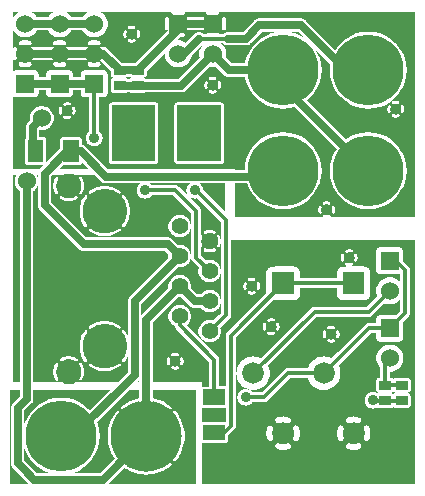
<source format=gbr>
G04 start of page 2 for group 0 idx 0 *
G04 Title: (unknown), top *
G04 Creator: pcb 1.99z *
G04 CreationDate: Mon Nov 16 05:23:29 2015 UTC *
G04 For: commonadmin *
G04 Format: Gerber/RS-274X *
G04 PCB-Dimensions (mil): 1410.00 1650.00 *
G04 PCB-Coordinate-Origin: lower left *
%MOIN*%
%FSLAX25Y25*%
%LNTOP*%
%ADD32C,0.1280*%
%ADD31C,0.0354*%
%ADD30C,0.0630*%
%ADD29C,0.0300*%
%ADD28C,0.1870*%
%ADD27C,0.0380*%
%ADD26C,0.0350*%
%ADD25C,0.0200*%
%ADD24C,0.0360*%
%ADD23R,0.0295X0.0295*%
%ADD22R,0.1450X0.1450*%
%ADD21R,0.0512X0.0512*%
%ADD20C,0.1476*%
%ADD19C,0.0551*%
%ADD18C,0.0827*%
%ADD17C,0.0720*%
%ADD16C,0.2362*%
%ADD15C,0.0600*%
%ADD14C,0.0120*%
%ADD13C,0.0140*%
%ADD12C,0.0250*%
%ADD11C,0.0001*%
G54D11*G36*
X57694Y25645D02*X57933Y25073D01*
X58248Y24083D01*
X58475Y23069D01*
X58612Y22038D01*
X58657Y21000D01*
X58612Y19962D01*
X58475Y18931D01*
X58248Y17917D01*
X57933Y16927D01*
X57694Y16355D01*
Y25645D01*
G37*
G36*
Y36500D02*X63500D01*
Y5000D01*
X57694D01*
Y14183D01*
X57923Y14538D01*
X58448Y15537D01*
X58883Y16578D01*
X59225Y17653D01*
X59472Y18754D01*
X59620Y19873D01*
X59670Y21000D01*
X59620Y22127D01*
X59472Y23246D01*
X59225Y24347D01*
X58883Y25422D01*
X58448Y26463D01*
X57923Y27462D01*
X57694Y27817D01*
Y36500D01*
G37*
G36*
X49096D02*X57694D01*
Y27817D01*
X57312Y28411D01*
X56620Y29302D01*
X56564Y29359D01*
X56499Y29407D01*
X56427Y29444D01*
X56350Y29469D01*
X56271Y29482D01*
X56190Y29482D01*
X56111Y29469D01*
X56034Y29445D01*
X55962Y29408D01*
X55897Y29361D01*
X55840Y29304D01*
X55793Y29239D01*
X55756Y29168D01*
X55731Y29091D01*
X55718Y29012D01*
X55718Y28931D01*
X55730Y28852D01*
X55755Y28775D01*
X55791Y28703D01*
X55839Y28639D01*
X56486Y27826D01*
X57048Y26952D01*
X57532Y26032D01*
X57694Y25645D01*
Y16355D01*
X57532Y15968D01*
X57048Y15048D01*
X56486Y14174D01*
X55848Y13354D01*
X55801Y13291D01*
X55765Y13221D01*
X55741Y13146D01*
X55729Y13068D01*
X55729Y12989D01*
X55742Y12911D01*
X55766Y12837D01*
X55802Y12767D01*
X55849Y12703D01*
X55905Y12648D01*
X55968Y12602D01*
X56039Y12566D01*
X56114Y12542D01*
X56191Y12530D01*
X56270Y12530D01*
X56348Y12542D01*
X56422Y12567D01*
X56492Y12603D01*
X56556Y12649D01*
X56610Y12706D01*
X57312Y13589D01*
X57694Y14183D01*
Y5000D01*
X34028D01*
X39513Y10485D01*
X40385Y9924D01*
X41383Y9399D01*
X42424Y8963D01*
X43499Y8621D01*
X44601Y8375D01*
X45719Y8226D01*
X46846Y8177D01*
X47974Y8226D01*
X49092Y8375D01*
X50193Y8621D01*
X51269Y8963D01*
X52310Y9399D01*
X53308Y9924D01*
X54257Y10535D01*
X55148Y11227D01*
X55206Y11283D01*
X55253Y11348D01*
X55290Y11420D01*
X55315Y11496D01*
X55328Y11576D01*
X55328Y11656D01*
X55316Y11736D01*
X55291Y11812D01*
X55255Y11884D01*
X55208Y11949D01*
X55151Y12006D01*
X55086Y12054D01*
X55014Y12091D01*
X54938Y12116D01*
X54858Y12128D01*
X54778Y12129D01*
X54698Y12116D01*
X54622Y12092D01*
X54550Y12055D01*
X54486Y12007D01*
X53672Y11361D01*
X52798Y10798D01*
X51878Y10314D01*
X50920Y9914D01*
X49929Y9598D01*
X48915Y9372D01*
X47885Y9235D01*
X46846Y9189D01*
X45808Y9235D01*
X44778Y9372D01*
X43764Y9598D01*
X42773Y9914D01*
X41815Y10314D01*
X40895Y10798D01*
X40245Y11217D01*
X48375Y19347D01*
X48442Y19404D01*
X48672Y19673D01*
X48672Y19673D01*
X48857Y19975D01*
X48993Y20303D01*
X49076Y20647D01*
X49103Y21000D01*
X49096Y21088D01*
Y32588D01*
X49929Y32402D01*
X50920Y32086D01*
X51878Y31686D01*
X52798Y31202D01*
X53672Y30639D01*
X54493Y30002D01*
X54556Y29955D01*
X54626Y29919D01*
X54701Y29895D01*
X54779Y29883D01*
X54857Y29883D01*
X54935Y29895D01*
X55010Y29920D01*
X55080Y29956D01*
X55143Y30002D01*
X55199Y30058D01*
X55245Y30122D01*
X55280Y30192D01*
X55305Y30267D01*
X55317Y30345D01*
X55317Y30424D01*
X55304Y30501D01*
X55279Y30576D01*
X55244Y30646D01*
X55197Y30710D01*
X55140Y30764D01*
X54257Y31465D01*
X53308Y32076D01*
X52310Y32601D01*
X51269Y33037D01*
X50193Y33379D01*
X49096Y33624D01*
Y36500D01*
G37*
G36*
X1500D02*X4750D01*
Y34432D01*
X2471Y32153D01*
X2404Y32096D01*
X2174Y31827D01*
X1989Y31525D01*
X1854Y31197D01*
X1771Y30853D01*
X1771Y30853D01*
X1743Y30500D01*
X1750Y30412D01*
Y12088D01*
X1743Y12000D01*
X1771Y11647D01*
Y11647D01*
X1854Y11303D01*
X1989Y10975D01*
X2059Y10861D01*
X2174Y10673D01*
X2174Y10673D01*
X2404Y10404D01*
X2471Y10347D01*
X7818Y5000D01*
X1500D01*
Y36500D01*
G37*
G36*
X9250D02*X34818D01*
X27964Y29646D01*
X27587Y30087D01*
X26053Y31396D01*
X24334Y32450D01*
X22471Y33222D01*
X20510Y33692D01*
X18500Y33851D01*
X16490Y33692D01*
X14529Y33222D01*
X12666Y32450D01*
X10947Y31396D01*
X9413Y30087D01*
X8104Y28553D01*
X7050Y26834D01*
X6278Y24971D01*
X6250Y24853D01*
Y29568D01*
X8529Y31847D01*
X8596Y31904D01*
X8826Y32173D01*
X8826Y32173D01*
X9011Y32475D01*
X9146Y32803D01*
X9229Y33147D01*
X9257Y33500D01*
X9250Y33588D01*
Y36500D01*
G37*
G36*
X30409Y25727D02*X41182Y36500D01*
X44596D01*
Y33624D01*
X43499Y33379D01*
X42424Y33037D01*
X41383Y32601D01*
X40385Y32076D01*
X39436Y31465D01*
X38545Y30773D01*
X38487Y30717D01*
X38440Y30652D01*
X38403Y30580D01*
X38378Y30504D01*
X38365Y30424D01*
X38365Y30344D01*
X38377Y30264D01*
X38402Y30188D01*
X38438Y30116D01*
X38485Y30051D01*
X38542Y29994D01*
X38607Y29946D01*
X38679Y29909D01*
X38755Y29884D01*
X38835Y29872D01*
X38915Y29871D01*
X38995Y29884D01*
X39071Y29908D01*
X39143Y29945D01*
X39207Y29993D01*
X40021Y30639D01*
X40895Y31202D01*
X41815Y31686D01*
X42773Y32086D01*
X43764Y32402D01*
X44596Y32588D01*
Y21932D01*
X37063Y14399D01*
X36645Y15048D01*
X36161Y15968D01*
X35760Y16927D01*
X35445Y17917D01*
X35218Y18931D01*
X35081Y19962D01*
X35035Y21000D01*
X35081Y22038D01*
X35218Y23069D01*
X35445Y24083D01*
X35760Y25073D01*
X36161Y26032D01*
X36645Y26952D01*
X37207Y27826D01*
X37845Y28646D01*
X37892Y28709D01*
X37927Y28779D01*
X37952Y28854D01*
X37964Y28932D01*
X37963Y29011D01*
X37951Y29089D01*
X37926Y29163D01*
X37891Y29233D01*
X37844Y29297D01*
X37788Y29352D01*
X37725Y29399D01*
X37654Y29434D01*
X37579Y29458D01*
X37502Y29470D01*
X37423Y29470D01*
X37345Y29458D01*
X37270Y29433D01*
X37200Y29397D01*
X37137Y29351D01*
X37083Y29294D01*
X36381Y28411D01*
X35770Y27462D01*
X35245Y26463D01*
X34810Y25422D01*
X34468Y24347D01*
X34221Y23246D01*
X34073Y22127D01*
X34023Y21000D01*
X34073Y19873D01*
X34221Y18754D01*
X34468Y17653D01*
X34810Y16578D01*
X35245Y15537D01*
X35770Y14538D01*
X36331Y13667D01*
X31414Y8750D01*
X22353D01*
X22471Y8778D01*
X24334Y9550D01*
X26053Y10604D01*
X27587Y11913D01*
X28896Y13447D01*
X29950Y15166D01*
X30722Y17029D01*
X31192Y18990D01*
X31311Y21000D01*
X31192Y23010D01*
X30722Y24971D01*
X30409Y25727D01*
G37*
G36*
X14647Y8750D02*X10432D01*
X6250Y12932D01*
Y17147D01*
X6278Y17029D01*
X7050Y15166D01*
X8104Y13447D01*
X9413Y11913D01*
X10947Y10604D01*
X12666Y9550D01*
X14529Y8778D01*
X14647Y8750D01*
G37*
G36*
X127330Y75005D02*X131235Y75014D01*
X131300Y75029D01*
Y72565D01*
X131192Y72692D01*
X130653Y73152D01*
X130049Y73522D01*
X129395Y73793D01*
X128706Y73958D01*
X128000Y74014D01*
X127330Y73961D01*
Y75005D01*
G37*
G36*
Y86500D02*X136500D01*
Y5000D01*
X127330D01*
Y30412D01*
X128625Y30415D01*
X128778Y30452D01*
X128923Y30512D01*
X129058Y30594D01*
X129177Y30697D01*
X129250Y30782D01*
X129323Y30697D01*
X129442Y30594D01*
X129577Y30512D01*
X129722Y30452D01*
X129875Y30415D01*
X130032Y30406D01*
X134125Y30415D01*
X134278Y30452D01*
X134423Y30512D01*
X134558Y30594D01*
X134677Y30697D01*
X134780Y30816D01*
X134862Y30951D01*
X134922Y31096D01*
X134959Y31249D01*
X134968Y31406D01*
X134959Y34515D01*
X134922Y34668D01*
X134862Y34813D01*
X134780Y34948D01*
X134677Y35067D01*
X134558Y35169D01*
X134423Y35252D01*
X134278Y35312D01*
X134125Y35349D01*
X133968Y35358D01*
X129875Y35349D01*
X129722Y35312D01*
X129577Y35252D01*
X129442Y35169D01*
X129323Y35067D01*
X129250Y34982D01*
X129177Y35067D01*
X129058Y35169D01*
X128923Y35252D01*
X128778Y35312D01*
X128625Y35349D01*
X128468Y35358D01*
X127330Y35355D01*
Y35530D01*
X128625Y35533D01*
X128778Y35570D01*
X128923Y35630D01*
X129058Y35712D01*
X129177Y35815D01*
X129250Y35900D01*
X129323Y35815D01*
X129442Y35712D01*
X129577Y35630D01*
X129722Y35570D01*
X129875Y35533D01*
X130032Y35524D01*
X134125Y35533D01*
X134278Y35570D01*
X134423Y35630D01*
X134558Y35712D01*
X134677Y35815D01*
X134780Y35934D01*
X134862Y36069D01*
X134922Y36214D01*
X134959Y36367D01*
X134968Y36524D01*
X134959Y39633D01*
X134922Y39786D01*
X134862Y39931D01*
X134780Y40066D01*
X134677Y40185D01*
X134558Y40287D01*
X134423Y40370D01*
X134278Y40430D01*
X134125Y40467D01*
X133968Y40476D01*
X129875Y40467D01*
X129722Y40430D01*
X129577Y40370D01*
X129442Y40287D01*
X129323Y40185D01*
X129250Y40100D01*
X129177Y40185D01*
X129058Y40287D01*
X128923Y40370D01*
X128778Y40430D01*
X128625Y40467D01*
X128468Y40476D01*
X128200Y40475D01*
Y42502D01*
X128706Y42542D01*
X129395Y42707D01*
X130049Y42978D01*
X130653Y43348D01*
X131192Y43808D01*
X131652Y44347D01*
X132022Y44951D01*
X132293Y45605D01*
X132458Y46294D01*
X132500Y47000D01*
X132458Y47706D01*
X132293Y48395D01*
X132022Y49049D01*
X131652Y49653D01*
X131192Y50192D01*
X130653Y50652D01*
X130049Y51022D01*
X129395Y51293D01*
X128706Y51458D01*
X128000Y51514D01*
X127330Y51461D01*
Y52505D01*
X131235Y52514D01*
X131465Y52569D01*
X131683Y52659D01*
X131884Y52783D01*
X132064Y52936D01*
X132217Y53116D01*
X132341Y53317D01*
X132431Y53535D01*
X132486Y53765D01*
X132500Y54000D01*
X132489Y59085D01*
X134155Y60751D01*
X134206Y60794D01*
X134379Y60997D01*
X134380Y60998D01*
X134519Y61226D01*
X134622Y61473D01*
X134684Y61733D01*
X134705Y62000D01*
X134700Y62067D01*
Y76433D01*
X134705Y76500D01*
X134684Y76767D01*
X134622Y77027D01*
X134519Y77274D01*
X134380Y77502D01*
X134206Y77706D01*
X134155Y77749D01*
X132494Y79411D01*
X132486Y82735D01*
X132431Y82965D01*
X132341Y83183D01*
X132217Y83384D01*
X132064Y83564D01*
X131884Y83717D01*
X131683Y83841D01*
X131465Y83931D01*
X131235Y83986D01*
X131000Y84000D01*
X127330Y83992D01*
Y86500D01*
G37*
G36*
X58730Y54866D02*X67800Y45796D01*
Y37552D01*
X65603Y37550D01*
X65500Y37525D01*
Y39000D01*
X58730D01*
Y44714D01*
X58798Y44728D01*
X58871Y44755D01*
X58940Y44794D01*
X59002Y44843D01*
X59055Y44901D01*
X59098Y44966D01*
X59130Y45038D01*
X59206Y45271D01*
X59260Y45511D01*
X59292Y45755D01*
X59303Y46000D01*
X59292Y46245D01*
X59260Y46489D01*
X59206Y46729D01*
X59132Y46963D01*
X59100Y47035D01*
X59056Y47100D01*
X59003Y47159D01*
X58941Y47208D01*
X58872Y47246D01*
X58798Y47274D01*
X58730Y47288D01*
Y54866D01*
G37*
G36*
X56501Y57193D02*X56620Y56998D01*
X56794Y56794D01*
X56845Y56751D01*
X58730Y54866D01*
Y47288D01*
X58721Y47290D01*
X58642Y47293D01*
X58563Y47284D01*
X58487Y47263D01*
X58415Y47230D01*
X58350Y47186D01*
X58291Y47133D01*
X58242Y47071D01*
X58204Y47002D01*
X58176Y46928D01*
X58160Y46851D01*
X58157Y46772D01*
X58166Y46693D01*
X58189Y46618D01*
X58238Y46468D01*
X58272Y46314D01*
X58293Y46158D01*
X58300Y46000D01*
X58293Y45842D01*
X58272Y45686D01*
X58238Y45532D01*
X58190Y45382D01*
X58168Y45306D01*
X58159Y45228D01*
X58162Y45150D01*
X58178Y45073D01*
X58205Y44999D01*
X58244Y44930D01*
X58293Y44869D01*
X58351Y44815D01*
X58416Y44772D01*
X58488Y44739D01*
X58564Y44718D01*
X58642Y44709D01*
X58720Y44712D01*
X58730Y44714D01*
Y39000D01*
X56501D01*
Y43197D01*
X56745Y43208D01*
X56989Y43240D01*
X57229Y43294D01*
X57463Y43368D01*
X57535Y43400D01*
X57600Y43444D01*
X57659Y43497D01*
X57708Y43559D01*
X57746Y43628D01*
X57774Y43702D01*
X57790Y43779D01*
X57793Y43858D01*
X57784Y43937D01*
X57763Y44013D01*
X57730Y44085D01*
X57686Y44150D01*
X57633Y44209D01*
X57571Y44258D01*
X57502Y44296D01*
X57428Y44324D01*
X57351Y44340D01*
X57272Y44343D01*
X57193Y44334D01*
X57118Y44311D01*
X56968Y44262D01*
X56814Y44228D01*
X56658Y44207D01*
X56501Y44200D01*
Y47800D01*
X56658Y47793D01*
X56814Y47772D01*
X56968Y47738D01*
X57118Y47690D01*
X57194Y47668D01*
X57272Y47659D01*
X57350Y47662D01*
X57427Y47678D01*
X57501Y47705D01*
X57570Y47744D01*
X57631Y47793D01*
X57685Y47851D01*
X57728Y47916D01*
X57761Y47988D01*
X57782Y48064D01*
X57791Y48142D01*
X57788Y48220D01*
X57772Y48298D01*
X57745Y48371D01*
X57706Y48440D01*
X57657Y48502D01*
X57599Y48555D01*
X57534Y48598D01*
X57462Y48630D01*
X57229Y48706D01*
X56989Y48760D01*
X56745Y48792D01*
X56501Y48803D01*
Y57193D01*
G37*
G36*
X120440Y31100D02*X120514Y31014D01*
X120849Y30728D01*
X121225Y30497D01*
X121632Y30329D01*
X122061Y30226D01*
X122500Y30191D01*
X122939Y30226D01*
X123368Y30329D01*
X123775Y30497D01*
X123939Y30598D01*
X123942Y30594D01*
X124077Y30512D01*
X124222Y30452D01*
X124375Y30415D01*
X124532Y30406D01*
X127330Y30412D01*
Y5000D01*
X120440D01*
Y19427D01*
X120562Y19451D01*
X120708Y19505D01*
X120843Y19580D01*
X120965Y19676D01*
X121071Y19789D01*
X121157Y19918D01*
X121219Y20059D01*
X121377Y20529D01*
X121486Y21013D01*
X121552Y21505D01*
X121574Y22000D01*
X121552Y22495D01*
X121486Y22987D01*
X121377Y23471D01*
X121225Y23943D01*
X121160Y24084D01*
X121073Y24213D01*
X120968Y24327D01*
X120845Y24423D01*
X120709Y24499D01*
X120563Y24552D01*
X120440Y24576D01*
Y31100D01*
G37*
G36*
Y54036D02*X121704Y55300D01*
X123510D01*
X123514Y53765D01*
X123569Y53535D01*
X123659Y53317D01*
X123783Y53116D01*
X123936Y52936D01*
X124116Y52783D01*
X124317Y52659D01*
X124535Y52569D01*
X124765Y52514D01*
X125000Y52500D01*
X127330Y52505D01*
Y51461D01*
X127294Y51458D01*
X126605Y51293D01*
X125951Y51022D01*
X125347Y50652D01*
X124808Y50192D01*
X124348Y49653D01*
X123978Y49049D01*
X123707Y48395D01*
X123542Y47706D01*
X123486Y47000D01*
X123542Y46294D01*
X123707Y45605D01*
X123978Y44951D01*
X124348Y44347D01*
X124800Y43818D01*
Y40468D01*
X124375Y40467D01*
X124222Y40430D01*
X124077Y40370D01*
X123942Y40287D01*
X123823Y40185D01*
X123720Y40066D01*
X123638Y39931D01*
X123578Y39786D01*
X123541Y39633D01*
X123532Y39476D01*
X123541Y36367D01*
X123578Y36214D01*
X123638Y36069D01*
X123720Y35934D01*
X123823Y35815D01*
X123942Y35712D01*
X124077Y35630D01*
X124222Y35570D01*
X124375Y35533D01*
X124532Y35524D01*
X127330Y35530D01*
Y35355D01*
X124375Y35349D01*
X124222Y35312D01*
X124141Y35278D01*
X123775Y35503D01*
X123368Y35671D01*
X122939Y35774D01*
X122500Y35809D01*
X122061Y35774D01*
X121632Y35671D01*
X121225Y35503D01*
X120849Y35272D01*
X120514Y34986D01*
X120440Y34900D01*
Y54036D01*
G37*
G36*
X116002Y49598D02*X120440Y54036D01*
Y34900D01*
X120228Y34651D01*
X119997Y34275D01*
X119829Y33868D01*
X119726Y33439D01*
X119691Y33000D01*
X119726Y32561D01*
X119829Y32132D01*
X119997Y31725D01*
X120228Y31349D01*
X120440Y31100D01*
Y24576D01*
X120411Y24582D01*
X120255Y24588D01*
X120101Y24569D01*
X119951Y24526D01*
X119810Y24461D01*
X119681Y24374D01*
X119567Y24268D01*
X119472Y24146D01*
X119396Y24010D01*
X119342Y23864D01*
X119313Y23712D01*
X119307Y23556D01*
X119325Y23402D01*
X119371Y23253D01*
X119472Y22950D01*
X119543Y22637D01*
X119586Y22320D01*
X119600Y22000D01*
X119586Y21680D01*
X119543Y21363D01*
X119472Y21050D01*
X119374Y20745D01*
X119329Y20597D01*
X119310Y20444D01*
X119316Y20289D01*
X119346Y20137D01*
X119399Y19991D01*
X119475Y19856D01*
X119570Y19734D01*
X119684Y19629D01*
X119812Y19542D01*
X119953Y19477D01*
X120102Y19434D01*
X120256Y19416D01*
X120410Y19422D01*
X120440Y19427D01*
Y5000D01*
X116002D01*
Y16426D01*
X116495Y16448D01*
X116987Y16514D01*
X117471Y16623D01*
X117943Y16775D01*
X118084Y16840D01*
X118213Y16927D01*
X118327Y17032D01*
X118423Y17155D01*
X118499Y17291D01*
X118552Y17437D01*
X118582Y17589D01*
X118588Y17745D01*
X118569Y17899D01*
X118526Y18049D01*
X118461Y18190D01*
X118374Y18319D01*
X118268Y18433D01*
X118146Y18528D01*
X118010Y18604D01*
X117864Y18658D01*
X117712Y18687D01*
X117556Y18693D01*
X117402Y18675D01*
X117253Y18629D01*
X116950Y18528D01*
X116637Y18457D01*
X116320Y18414D01*
X116002Y18400D01*
Y25600D01*
X116320Y25586D01*
X116637Y25543D01*
X116950Y25472D01*
X117255Y25374D01*
X117403Y25329D01*
X117556Y25310D01*
X117711Y25316D01*
X117863Y25346D01*
X118009Y25399D01*
X118144Y25475D01*
X118266Y25570D01*
X118371Y25684D01*
X118458Y25812D01*
X118523Y25953D01*
X118566Y26102D01*
X118584Y26256D01*
X118578Y26410D01*
X118549Y26562D01*
X118495Y26708D01*
X118420Y26843D01*
X118324Y26965D01*
X118211Y27071D01*
X118082Y27157D01*
X117941Y27219D01*
X117471Y27377D01*
X116987Y27486D01*
X116495Y27552D01*
X116002Y27574D01*
Y49598D01*
G37*
G36*
X111560Y41849D02*X111568Y42000D01*
X111560Y42151D01*
Y45155D01*
X116002Y49598D01*
Y27574D01*
X116000Y27574D01*
X115505Y27552D01*
X115013Y27486D01*
X114529Y27377D01*
X114057Y27225D01*
X113916Y27160D01*
X113787Y27073D01*
X113673Y26968D01*
X113577Y26845D01*
X113501Y26709D01*
X113448Y26563D01*
X113418Y26411D01*
X113412Y26255D01*
X113431Y26101D01*
X113474Y25951D01*
X113539Y25810D01*
X113626Y25681D01*
X113732Y25567D01*
X113854Y25472D01*
X113990Y25396D01*
X114136Y25342D01*
X114288Y25313D01*
X114444Y25307D01*
X114598Y25325D01*
X114747Y25371D01*
X115050Y25472D01*
X115363Y25543D01*
X115680Y25586D01*
X116000Y25600D01*
X116002Y25600D01*
Y18400D01*
X116000Y18400D01*
X115680Y18414D01*
X115363Y18457D01*
X115050Y18528D01*
X114745Y18626D01*
X114597Y18671D01*
X114444Y18690D01*
X114289Y18684D01*
X114137Y18654D01*
X113991Y18601D01*
X113856Y18525D01*
X113734Y18430D01*
X113629Y18316D01*
X113542Y18188D01*
X113477Y18047D01*
X113434Y17898D01*
X113416Y17744D01*
X113422Y17590D01*
X113451Y17438D01*
X113505Y17292D01*
X113580Y17157D01*
X113676Y17035D01*
X113789Y16929D01*
X113918Y16843D01*
X114059Y16781D01*
X114529Y16623D01*
X115013Y16514D01*
X115505Y16448D01*
X116000Y16426D01*
X116002Y16426D01*
Y5000D01*
X111560D01*
Y19424D01*
X111589Y19418D01*
X111745Y19412D01*
X111899Y19431D01*
X112049Y19474D01*
X112190Y19539D01*
X112319Y19626D01*
X112433Y19732D01*
X112528Y19854D01*
X112604Y19990D01*
X112658Y20136D01*
X112687Y20288D01*
X112693Y20444D01*
X112675Y20598D01*
X112629Y20747D01*
X112528Y21050D01*
X112457Y21363D01*
X112414Y21680D01*
X112400Y22000D01*
X112414Y22320D01*
X112457Y22637D01*
X112528Y22950D01*
X112626Y23255D01*
X112671Y23403D01*
X112690Y23556D01*
X112684Y23711D01*
X112654Y23863D01*
X112601Y24009D01*
X112525Y24144D01*
X112430Y24266D01*
X112316Y24371D01*
X112188Y24458D01*
X112047Y24523D01*
X111898Y24566D01*
X111744Y24584D01*
X111590Y24578D01*
X111560Y24573D01*
Y41849D01*
G37*
G36*
Y42151D02*X111517Y42874D01*
X111312Y43726D01*
X110977Y44536D01*
X110963Y44559D01*
X111560Y45155D01*
Y42151D01*
G37*
G36*
X96940Y40300D02*X100681D01*
X100688Y40274D01*
X101023Y39464D01*
X101481Y38717D01*
X102050Y38050D01*
X102717Y37481D01*
X103464Y37023D01*
X104274Y36688D01*
X105126Y36483D01*
X106000Y36414D01*
X106874Y36483D01*
X107726Y36688D01*
X108536Y37023D01*
X109283Y37481D01*
X109950Y38050D01*
X110519Y38717D01*
X110977Y39464D01*
X111312Y40274D01*
X111517Y41126D01*
X111560Y41849D01*
Y24573D01*
X111438Y24549D01*
X111292Y24495D01*
X111157Y24420D01*
X111035Y24324D01*
X110929Y24211D01*
X110843Y24082D01*
X110781Y23941D01*
X110623Y23471D01*
X110514Y22987D01*
X110448Y22495D01*
X110426Y22000D01*
X110448Y21505D01*
X110514Y21013D01*
X110623Y20529D01*
X110775Y20057D01*
X110840Y19916D01*
X110927Y19787D01*
X111032Y19673D01*
X111155Y19577D01*
X111291Y19501D01*
X111437Y19448D01*
X111560Y19424D01*
Y5000D01*
X96940D01*
Y19427D01*
X97062Y19451D01*
X97208Y19505D01*
X97343Y19580D01*
X97465Y19676D01*
X97571Y19789D01*
X97657Y19918D01*
X97719Y20059D01*
X97877Y20529D01*
X97986Y21013D01*
X98052Y21505D01*
X98074Y22000D01*
X98052Y22495D01*
X97986Y22987D01*
X97877Y23471D01*
X97725Y23943D01*
X97660Y24084D01*
X97573Y24213D01*
X97468Y24327D01*
X97345Y24423D01*
X97209Y24499D01*
X97063Y24552D01*
X96940Y24576D01*
Y40300D01*
G37*
G36*
X92502Y38098D02*X94704Y40300D01*
X96940D01*
Y24576D01*
X96911Y24582D01*
X96755Y24588D01*
X96601Y24569D01*
X96451Y24526D01*
X96310Y24461D01*
X96181Y24374D01*
X96067Y24268D01*
X95972Y24146D01*
X95896Y24010D01*
X95842Y23864D01*
X95813Y23712D01*
X95807Y23556D01*
X95825Y23402D01*
X95871Y23253D01*
X95972Y22950D01*
X96043Y22637D01*
X96086Y22320D01*
X96100Y22000D01*
X96086Y21680D01*
X96043Y21363D01*
X95972Y21050D01*
X95874Y20745D01*
X95829Y20597D01*
X95810Y20444D01*
X95816Y20289D01*
X95846Y20137D01*
X95899Y19991D01*
X95975Y19856D01*
X96070Y19734D01*
X96184Y19629D01*
X96312Y19542D01*
X96453Y19477D01*
X96602Y19434D01*
X96756Y19416D01*
X96910Y19422D01*
X96940Y19427D01*
Y5000D01*
X92502D01*
Y16426D01*
X92995Y16448D01*
X93487Y16514D01*
X93971Y16623D01*
X94443Y16775D01*
X94584Y16840D01*
X94713Y16927D01*
X94827Y17032D01*
X94923Y17155D01*
X94999Y17291D01*
X95052Y17437D01*
X95082Y17589D01*
X95088Y17745D01*
X95069Y17899D01*
X95026Y18049D01*
X94961Y18190D01*
X94874Y18319D01*
X94768Y18433D01*
X94646Y18528D01*
X94510Y18604D01*
X94364Y18658D01*
X94212Y18687D01*
X94056Y18693D01*
X93902Y18675D01*
X93753Y18629D01*
X93450Y18528D01*
X93137Y18457D01*
X92820Y18414D01*
X92502Y18400D01*
Y25600D01*
X92820Y25586D01*
X93137Y25543D01*
X93450Y25472D01*
X93755Y25374D01*
X93903Y25329D01*
X94056Y25310D01*
X94211Y25316D01*
X94363Y25346D01*
X94509Y25399D01*
X94644Y25475D01*
X94766Y25570D01*
X94871Y25684D01*
X94958Y25812D01*
X95023Y25953D01*
X95066Y26102D01*
X95084Y26256D01*
X95078Y26410D01*
X95049Y26562D01*
X94995Y26708D01*
X94920Y26843D01*
X94824Y26965D01*
X94711Y27071D01*
X94582Y27157D01*
X94441Y27219D01*
X93971Y27377D01*
X93487Y27486D01*
X92995Y27552D01*
X92502Y27574D01*
Y38098D01*
G37*
G36*
X88501Y34097D02*X92502Y38098D01*
Y27574D01*
X92500Y27574D01*
X92005Y27552D01*
X91513Y27486D01*
X91029Y27377D01*
X90557Y27225D01*
X90416Y27160D01*
X90287Y27073D01*
X90173Y26968D01*
X90077Y26845D01*
X90001Y26709D01*
X89948Y26563D01*
X89918Y26411D01*
X89912Y26255D01*
X89931Y26101D01*
X89974Y25951D01*
X90039Y25810D01*
X90126Y25681D01*
X90232Y25567D01*
X90354Y25472D01*
X90490Y25396D01*
X90636Y25342D01*
X90788Y25313D01*
X90944Y25307D01*
X91098Y25325D01*
X91247Y25371D01*
X91550Y25472D01*
X91863Y25543D01*
X92180Y25586D01*
X92500Y25600D01*
X92502Y25600D01*
Y18400D01*
X92500Y18400D01*
X92180Y18414D01*
X91863Y18457D01*
X91550Y18528D01*
X91245Y18626D01*
X91097Y18671D01*
X90944Y18690D01*
X90789Y18684D01*
X90637Y18654D01*
X90491Y18601D01*
X90356Y18525D01*
X90234Y18430D01*
X90129Y18316D01*
X90042Y18188D01*
X89977Y18047D01*
X89934Y17898D01*
X89916Y17744D01*
X89922Y17590D01*
X89951Y17438D01*
X90005Y17292D01*
X90080Y17157D01*
X90176Y17035D01*
X90289Y16929D01*
X90418Y16843D01*
X90559Y16781D01*
X91029Y16623D01*
X91513Y16514D01*
X92005Y16448D01*
X92500Y16426D01*
X92502Y16426D01*
Y5000D01*
X88501D01*
Y19460D01*
X88549Y19474D01*
X88690Y19539D01*
X88819Y19626D01*
X88933Y19732D01*
X89028Y19854D01*
X89104Y19990D01*
X89158Y20136D01*
X89187Y20288D01*
X89193Y20444D01*
X89175Y20598D01*
X89129Y20747D01*
X89028Y21050D01*
X88957Y21363D01*
X88914Y21680D01*
X88900Y22000D01*
X88914Y22320D01*
X88957Y22637D01*
X89028Y22950D01*
X89126Y23255D01*
X89171Y23403D01*
X89190Y23556D01*
X89184Y23711D01*
X89154Y23863D01*
X89101Y24009D01*
X89025Y24144D01*
X88930Y24266D01*
X88816Y24371D01*
X88688Y24458D01*
X88547Y24523D01*
X88501Y24536D01*
Y34097D01*
G37*
G36*
X116730Y86500D02*X127330D01*
Y83992D01*
X124765Y83986D01*
X124535Y83931D01*
X124317Y83841D01*
X124116Y83717D01*
X123936Y83564D01*
X123783Y83384D01*
X123659Y83183D01*
X123569Y82965D01*
X123514Y82735D01*
X123500Y82500D01*
X123514Y76265D01*
X123569Y76035D01*
X123659Y75817D01*
X123783Y75616D01*
X123936Y75436D01*
X124116Y75283D01*
X124317Y75159D01*
X124535Y75069D01*
X124765Y75014D01*
X125000Y75000D01*
X127330Y75005D01*
Y73961D01*
X127294Y73958D01*
X126605Y73793D01*
X125951Y73522D01*
X125347Y73152D01*
X124808Y72692D01*
X124348Y72153D01*
X123978Y71549D01*
X123707Y70895D01*
X123542Y70206D01*
X123486Y69500D01*
X123542Y68794D01*
X123707Y68105D01*
X123852Y67756D01*
X120296Y64200D01*
X116730D01*
Y66442D01*
X119909Y66450D01*
X120210Y66522D01*
X120496Y66641D01*
X120761Y66803D01*
X120996Y67004D01*
X121197Y67239D01*
X121359Y67504D01*
X121478Y67790D01*
X121550Y68091D01*
X121568Y68400D01*
X121550Y75909D01*
X121478Y76210D01*
X121359Y76496D01*
X121197Y76761D01*
X120996Y76996D01*
X120761Y77197D01*
X120496Y77359D01*
X120210Y77478D01*
X119909Y77550D01*
X119600Y77568D01*
X116730Y77562D01*
Y79214D01*
X116798Y79228D01*
X116871Y79255D01*
X116940Y79294D01*
X117002Y79343D01*
X117055Y79401D01*
X117098Y79466D01*
X117130Y79538D01*
X117206Y79771D01*
X117260Y80011D01*
X117292Y80255D01*
X117303Y80500D01*
X117292Y80745D01*
X117260Y80989D01*
X117206Y81229D01*
X117132Y81463D01*
X117100Y81535D01*
X117056Y81600D01*
X117003Y81659D01*
X116941Y81708D01*
X116872Y81746D01*
X116798Y81774D01*
X116730Y81788D01*
Y86500D01*
G37*
G36*
Y64200D02*X114501D01*
Y66437D01*
X116730Y66442D01*
Y64200D01*
G37*
G36*
X114501Y86500D02*X116730D01*
Y81788D01*
X116721Y81790D01*
X116642Y81793D01*
X116563Y81784D01*
X116487Y81763D01*
X116415Y81730D01*
X116350Y81686D01*
X116291Y81633D01*
X116242Y81571D01*
X116204Y81502D01*
X116176Y81428D01*
X116160Y81351D01*
X116157Y81272D01*
X116166Y81193D01*
X116189Y81118D01*
X116238Y80968D01*
X116272Y80814D01*
X116293Y80658D01*
X116300Y80500D01*
X116293Y80342D01*
X116272Y80186D01*
X116238Y80032D01*
X116190Y79882D01*
X116168Y79806D01*
X116159Y79728D01*
X116162Y79650D01*
X116178Y79573D01*
X116205Y79499D01*
X116244Y79430D01*
X116293Y79369D01*
X116351Y79315D01*
X116416Y79272D01*
X116488Y79239D01*
X116564Y79218D01*
X116642Y79209D01*
X116720Y79212D01*
X116730Y79214D01*
Y77562D01*
X114501Y77556D01*
Y77697D01*
X114745Y77708D01*
X114989Y77740D01*
X115229Y77794D01*
X115463Y77868D01*
X115535Y77900D01*
X115600Y77944D01*
X115659Y77997D01*
X115708Y78059D01*
X115746Y78128D01*
X115774Y78202D01*
X115790Y78279D01*
X115793Y78358D01*
X115784Y78437D01*
X115763Y78513D01*
X115730Y78585D01*
X115686Y78650D01*
X115633Y78709D01*
X115571Y78758D01*
X115502Y78796D01*
X115428Y78824D01*
X115351Y78840D01*
X115272Y78843D01*
X115193Y78834D01*
X115118Y78811D01*
X114968Y78762D01*
X114814Y78728D01*
X114658Y78707D01*
X114501Y78700D01*
Y82300D01*
X114658Y82293D01*
X114814Y82272D01*
X114968Y82238D01*
X115118Y82190D01*
X115194Y82168D01*
X115272Y82159D01*
X115350Y82162D01*
X115427Y82178D01*
X115501Y82205D01*
X115570Y82244D01*
X115631Y82293D01*
X115685Y82351D01*
X115728Y82416D01*
X115761Y82488D01*
X115782Y82564D01*
X115791Y82642D01*
X115788Y82720D01*
X115772Y82798D01*
X115745Y82871D01*
X115706Y82940D01*
X115657Y83002D01*
X115599Y83055D01*
X115534Y83098D01*
X115462Y83130D01*
X115229Y83206D01*
X114989Y83260D01*
X114745Y83292D01*
X114501Y83303D01*
Y86500D01*
G37*
G36*
Y64200D02*X103067D01*
X103000Y64205D01*
X102733Y64184D01*
X102473Y64122D01*
X102226Y64019D01*
X101998Y63880D01*
X101997Y63879D01*
X101794Y63706D01*
X101751Y63655D01*
X90730Y52634D01*
Y56214D01*
X90798Y56228D01*
X90871Y56255D01*
X90940Y56294D01*
X91002Y56343D01*
X91055Y56401D01*
X91098Y56466D01*
X91130Y56538D01*
X91206Y56771D01*
X91260Y57011D01*
X91292Y57255D01*
X91303Y57500D01*
X91292Y57745D01*
X91260Y57989D01*
X91206Y58229D01*
X91132Y58463D01*
X91100Y58535D01*
X91056Y58600D01*
X91003Y58659D01*
X90941Y58708D01*
X90872Y58746D01*
X90798Y58774D01*
X90730Y58788D01*
Y66436D01*
X96409Y66450D01*
X96710Y66522D01*
X96996Y66641D01*
X97261Y66803D01*
X97496Y67004D01*
X97697Y67239D01*
X97859Y67504D01*
X97978Y67790D01*
X98050Y68091D01*
X98068Y68400D01*
X98064Y70300D01*
X110444D01*
X110450Y68091D01*
X110522Y67790D01*
X110641Y67504D01*
X110803Y67239D01*
X111004Y67004D01*
X111239Y66803D01*
X111504Y66641D01*
X111790Y66522D01*
X112091Y66450D01*
X112400Y66432D01*
X114501Y66437D01*
Y64200D01*
G37*
G36*
X112270Y86500D02*X114501D01*
Y83303D01*
X114500Y83303D01*
X114255Y83292D01*
X114011Y83260D01*
X113771Y83206D01*
X113537Y83132D01*
X113465Y83100D01*
X113400Y83056D01*
X113341Y83003D01*
X113292Y82941D01*
X113254Y82872D01*
X113226Y82798D01*
X113210Y82721D01*
X113207Y82642D01*
X113216Y82563D01*
X113237Y82487D01*
X113270Y82415D01*
X113314Y82350D01*
X113367Y82291D01*
X113429Y82242D01*
X113498Y82204D01*
X113572Y82176D01*
X113649Y82160D01*
X113728Y82157D01*
X113807Y82166D01*
X113882Y82189D01*
X114032Y82238D01*
X114186Y82272D01*
X114342Y82293D01*
X114500Y82300D01*
X114501Y82300D01*
Y78700D01*
X114500Y78700D01*
X114342Y78707D01*
X114186Y78728D01*
X114032Y78762D01*
X113882Y78810D01*
X113806Y78832D01*
X113728Y78841D01*
X113650Y78838D01*
X113573Y78822D01*
X113499Y78795D01*
X113430Y78756D01*
X113369Y78707D01*
X113315Y78649D01*
X113272Y78584D01*
X113239Y78512D01*
X113218Y78436D01*
X113209Y78358D01*
X113212Y78280D01*
X113228Y78202D01*
X113255Y78129D01*
X113294Y78060D01*
X113343Y77998D01*
X113401Y77945D01*
X113466Y77902D01*
X113538Y77870D01*
X113771Y77794D01*
X114011Y77740D01*
X114255Y77708D01*
X114500Y77697D01*
X114501Y77697D01*
Y77556D01*
X112270Y77551D01*
Y79212D01*
X112279Y79210D01*
X112358Y79207D01*
X112437Y79216D01*
X112513Y79237D01*
X112585Y79270D01*
X112650Y79314D01*
X112709Y79367D01*
X112758Y79429D01*
X112796Y79498D01*
X112824Y79572D01*
X112840Y79649D01*
X112843Y79728D01*
X112834Y79807D01*
X112811Y79882D01*
X112762Y80032D01*
X112728Y80186D01*
X112707Y80342D01*
X112700Y80500D01*
X112707Y80658D01*
X112728Y80814D01*
X112762Y80968D01*
X112810Y81118D01*
X112832Y81194D01*
X112841Y81272D01*
X112838Y81350D01*
X112822Y81427D01*
X112795Y81501D01*
X112756Y81570D01*
X112707Y81631D01*
X112649Y81685D01*
X112584Y81728D01*
X112512Y81761D01*
X112436Y81782D01*
X112358Y81791D01*
X112280Y81788D01*
X112270Y81786D01*
Y86500D01*
G37*
G36*
X90730D02*X112270D01*
Y81786D01*
X112202Y81772D01*
X112129Y81745D01*
X112060Y81706D01*
X111998Y81657D01*
X111945Y81599D01*
X111902Y81534D01*
X111870Y81462D01*
X111794Y81229D01*
X111740Y80989D01*
X111708Y80745D01*
X111697Y80500D01*
X111708Y80255D01*
X111740Y80011D01*
X111794Y79771D01*
X111868Y79537D01*
X111900Y79465D01*
X111944Y79400D01*
X111997Y79341D01*
X112059Y79292D01*
X112128Y79254D01*
X112202Y79226D01*
X112270Y79212D01*
Y77551D01*
X112091Y77550D01*
X111790Y77478D01*
X111504Y77359D01*
X111239Y77197D01*
X111004Y76996D01*
X110803Y76761D01*
X110641Y76496D01*
X110522Y76210D01*
X110450Y75909D01*
X110432Y75600D01*
X110436Y73700D01*
X98056D01*
X98050Y75909D01*
X97978Y76210D01*
X97859Y76496D01*
X97697Y76761D01*
X97496Y76996D01*
X97261Y77197D01*
X96996Y77359D01*
X96710Y77478D01*
X96409Y77550D01*
X96100Y77568D01*
X90730Y77555D01*
Y86500D01*
G37*
G36*
Y52634D02*X88501Y50405D01*
Y54697D01*
X88745Y54708D01*
X88989Y54740D01*
X89229Y54794D01*
X89463Y54868D01*
X89535Y54900D01*
X89600Y54944D01*
X89659Y54997D01*
X89708Y55059D01*
X89746Y55128D01*
X89774Y55202D01*
X89790Y55279D01*
X89793Y55358D01*
X89784Y55437D01*
X89763Y55513D01*
X89730Y55585D01*
X89686Y55650D01*
X89633Y55709D01*
X89571Y55758D01*
X89502Y55796D01*
X89428Y55824D01*
X89351Y55840D01*
X89272Y55843D01*
X89193Y55834D01*
X89118Y55811D01*
X88968Y55762D01*
X88814Y55728D01*
X88658Y55707D01*
X88501Y55700D01*
Y59300D01*
X88658Y59293D01*
X88814Y59272D01*
X88968Y59238D01*
X89118Y59190D01*
X89194Y59168D01*
X89272Y59159D01*
X89350Y59162D01*
X89427Y59178D01*
X89501Y59205D01*
X89570Y59244D01*
X89631Y59293D01*
X89685Y59351D01*
X89728Y59416D01*
X89761Y59488D01*
X89782Y59564D01*
X89791Y59642D01*
X89788Y59720D01*
X89772Y59798D01*
X89745Y59871D01*
X89706Y59940D01*
X89657Y60002D01*
X89599Y60055D01*
X89534Y60098D01*
X89462Y60130D01*
X89229Y60206D01*
X88989Y60260D01*
X88745Y60292D01*
X88501Y60303D01*
Y65597D01*
X89337Y66433D01*
X90730Y66436D01*
Y58788D01*
X90721Y58790D01*
X90642Y58793D01*
X90563Y58784D01*
X90487Y58763D01*
X90415Y58730D01*
X90350Y58686D01*
X90291Y58633D01*
X90242Y58571D01*
X90204Y58502D01*
X90176Y58428D01*
X90160Y58351D01*
X90157Y58272D01*
X90166Y58193D01*
X90189Y58118D01*
X90238Y57968D01*
X90272Y57814D01*
X90293Y57658D01*
X90300Y57500D01*
X90293Y57342D01*
X90272Y57186D01*
X90238Y57032D01*
X90190Y56882D01*
X90168Y56806D01*
X90159Y56728D01*
X90162Y56650D01*
X90178Y56573D01*
X90205Y56499D01*
X90244Y56430D01*
X90293Y56369D01*
X90351Y56315D01*
X90416Y56272D01*
X90488Y56239D01*
X90564Y56218D01*
X90642Y56209D01*
X90720Y56212D01*
X90730Y56214D01*
Y52634D01*
G37*
G36*
X88501Y86500D02*X90730D01*
Y77555D01*
X88591Y77550D01*
X88501Y77529D01*
Y86500D01*
G37*
G36*
X86270Y32317D02*X86527Y32378D01*
X86774Y32481D01*
X87002Y32620D01*
X87206Y32794D01*
X87249Y32845D01*
X88501Y34097D01*
Y24536D01*
X88398Y24566D01*
X88244Y24584D01*
X88090Y24578D01*
X87938Y24549D01*
X87792Y24495D01*
X87657Y24420D01*
X87535Y24324D01*
X87429Y24211D01*
X87343Y24082D01*
X87281Y23941D01*
X87123Y23471D01*
X87014Y22987D01*
X86948Y22495D01*
X86926Y22000D01*
X86948Y21505D01*
X87014Y21013D01*
X87123Y20529D01*
X87275Y20057D01*
X87340Y19916D01*
X87427Y19787D01*
X87532Y19673D01*
X87655Y19577D01*
X87791Y19501D01*
X87937Y19448D01*
X88089Y19418D01*
X88245Y19412D01*
X88399Y19431D01*
X88501Y19460D01*
Y5000D01*
X86270D01*
Y32317D01*
G37*
G36*
X88501Y50405D02*X86270Y48174D01*
Y56212D01*
X86279Y56210D01*
X86358Y56207D01*
X86437Y56216D01*
X86513Y56237D01*
X86585Y56270D01*
X86650Y56314D01*
X86709Y56367D01*
X86758Y56429D01*
X86796Y56498D01*
X86824Y56572D01*
X86840Y56649D01*
X86843Y56728D01*
X86834Y56807D01*
X86811Y56882D01*
X86762Y57032D01*
X86728Y57186D01*
X86707Y57342D01*
X86700Y57500D01*
X86707Y57658D01*
X86728Y57814D01*
X86762Y57968D01*
X86810Y58118D01*
X86832Y58194D01*
X86841Y58272D01*
X86838Y58350D01*
X86822Y58427D01*
X86795Y58501D01*
X86756Y58570D01*
X86707Y58631D01*
X86649Y58685D01*
X86584Y58728D01*
X86512Y58761D01*
X86436Y58782D01*
X86358Y58791D01*
X86280Y58788D01*
X86270Y58786D01*
Y63366D01*
X88501Y65597D01*
Y60303D01*
X88500Y60303D01*
X88255Y60292D01*
X88011Y60260D01*
X87771Y60206D01*
X87537Y60132D01*
X87465Y60100D01*
X87400Y60056D01*
X87341Y60003D01*
X87292Y59941D01*
X87254Y59872D01*
X87226Y59798D01*
X87210Y59721D01*
X87207Y59642D01*
X87216Y59563D01*
X87237Y59487D01*
X87270Y59415D01*
X87314Y59350D01*
X87367Y59291D01*
X87429Y59242D01*
X87498Y59204D01*
X87572Y59176D01*
X87649Y59160D01*
X87728Y59157D01*
X87807Y59166D01*
X87882Y59189D01*
X88032Y59238D01*
X88186Y59272D01*
X88342Y59293D01*
X88500Y59300D01*
X88501Y59300D01*
Y55700D01*
X88500Y55700D01*
X88342Y55707D01*
X88186Y55728D01*
X88032Y55762D01*
X87882Y55810D01*
X87806Y55832D01*
X87728Y55841D01*
X87650Y55838D01*
X87573Y55822D01*
X87499Y55795D01*
X87430Y55756D01*
X87369Y55707D01*
X87315Y55649D01*
X87272Y55584D01*
X87239Y55512D01*
X87218Y55436D01*
X87209Y55358D01*
X87212Y55280D01*
X87228Y55202D01*
X87255Y55129D01*
X87294Y55060D01*
X87343Y54998D01*
X87401Y54945D01*
X87466Y54902D01*
X87538Y54870D01*
X87771Y54794D01*
X88011Y54740D01*
X88255Y54708D01*
X88500Y54697D01*
X88501Y54697D01*
Y50405D01*
G37*
G36*
X86270Y48174D02*X85059Y46963D01*
X85036Y46977D01*
X84226Y47312D01*
X83374Y47517D01*
X82500Y47586D01*
X81626Y47517D01*
X80774Y47312D01*
X79964Y46977D01*
X79217Y46519D01*
X78550Y45950D01*
X77981Y45283D01*
X77523Y44536D01*
X77188Y43726D01*
X76983Y42874D01*
X76914Y42000D01*
X76983Y41126D01*
X77188Y40274D01*
X77523Y39464D01*
X77981Y38717D01*
X78550Y38050D01*
X79217Y37481D01*
X79964Y37023D01*
X80739Y36702D01*
X80439Y36774D01*
X80000Y36809D01*
X79561Y36774D01*
X79132Y36671D01*
X78725Y36503D01*
X78349Y36272D01*
X78014Y35986D01*
X77728Y35651D01*
X77497Y35275D01*
X77329Y34868D01*
X77226Y34439D01*
X77191Y34000D01*
X77226Y33561D01*
X77329Y33132D01*
X77497Y32725D01*
X77728Y32349D01*
X78014Y32014D01*
X78349Y31728D01*
X78725Y31497D01*
X79132Y31329D01*
X79561Y31226D01*
X80000Y31191D01*
X80439Y31226D01*
X80868Y31329D01*
X81275Y31497D01*
X81651Y31728D01*
X81986Y32014D01*
X82230Y32300D01*
X85933D01*
X86000Y32295D01*
X86266Y32316D01*
X86267Y32316D01*
X86270Y32317D01*
Y5000D01*
X65500D01*
Y18665D01*
X65603Y18640D01*
X65760Y18631D01*
X73397Y18640D01*
X73550Y18677D01*
X73695Y18737D01*
X73830Y18819D01*
X73949Y18922D01*
X74052Y19041D01*
X74134Y19175D01*
X74194Y19321D01*
X74231Y19474D01*
X74240Y19631D01*
X74237Y21333D01*
X76155Y23251D01*
X76206Y23294D01*
X76379Y23497D01*
X76380Y23498D01*
X76519Y23726D01*
X76622Y23973D01*
X76684Y24233D01*
X76705Y24500D01*
X76700Y24567D01*
Y53796D01*
X86270Y63366D01*
Y58786D01*
X86202Y58772D01*
X86129Y58745D01*
X86060Y58706D01*
X85998Y58657D01*
X85945Y58599D01*
X85902Y58534D01*
X85870Y58462D01*
X85794Y58229D01*
X85740Y57989D01*
X85708Y57745D01*
X85697Y57500D01*
X85708Y57255D01*
X85740Y57011D01*
X85794Y56771D01*
X85868Y56537D01*
X85900Y56465D01*
X85944Y56400D01*
X85997Y56341D01*
X86059Y56292D01*
X86128Y56254D01*
X86202Y56226D01*
X86270Y56212D01*
Y48174D01*
G37*
G36*
X84230Y86500D02*X88501D01*
Y77529D01*
X88290Y77478D01*
X88004Y77359D01*
X87739Y77197D01*
X87504Y76996D01*
X87303Y76761D01*
X87141Y76496D01*
X87022Y76210D01*
X86950Y75909D01*
X86932Y75600D01*
X86948Y68852D01*
X84230Y66134D01*
Y69714D01*
X84298Y69728D01*
X84371Y69755D01*
X84440Y69794D01*
X84502Y69843D01*
X84555Y69901D01*
X84598Y69966D01*
X84630Y70038D01*
X84706Y70271D01*
X84760Y70511D01*
X84792Y70755D01*
X84803Y71000D01*
X84792Y71245D01*
X84760Y71489D01*
X84706Y71729D01*
X84632Y71963D01*
X84600Y72035D01*
X84556Y72100D01*
X84503Y72159D01*
X84441Y72208D01*
X84372Y72246D01*
X84298Y72274D01*
X84230Y72288D01*
Y86500D01*
G37*
G36*
X82001D02*X84230D01*
Y72288D01*
X84221Y72290D01*
X84142Y72293D01*
X84063Y72284D01*
X83987Y72263D01*
X83915Y72230D01*
X83850Y72186D01*
X83791Y72133D01*
X83742Y72071D01*
X83704Y72002D01*
X83676Y71928D01*
X83660Y71851D01*
X83657Y71772D01*
X83666Y71693D01*
X83689Y71618D01*
X83738Y71468D01*
X83772Y71314D01*
X83793Y71158D01*
X83800Y71000D01*
X83793Y70842D01*
X83772Y70686D01*
X83738Y70532D01*
X83690Y70382D01*
X83668Y70306D01*
X83659Y70228D01*
X83662Y70150D01*
X83678Y70073D01*
X83705Y69999D01*
X83744Y69930D01*
X83793Y69869D01*
X83851Y69815D01*
X83916Y69772D01*
X83988Y69739D01*
X84064Y69718D01*
X84142Y69709D01*
X84220Y69712D01*
X84230Y69714D01*
Y66134D01*
X82001Y63905D01*
Y68197D01*
X82245Y68208D01*
X82489Y68240D01*
X82729Y68294D01*
X82963Y68368D01*
X83035Y68400D01*
X83100Y68444D01*
X83159Y68497D01*
X83208Y68559D01*
X83246Y68628D01*
X83274Y68702D01*
X83290Y68779D01*
X83293Y68858D01*
X83284Y68937D01*
X83263Y69013D01*
X83230Y69085D01*
X83186Y69150D01*
X83133Y69209D01*
X83071Y69258D01*
X83002Y69296D01*
X82928Y69324D01*
X82851Y69340D01*
X82772Y69343D01*
X82693Y69334D01*
X82618Y69311D01*
X82468Y69262D01*
X82314Y69228D01*
X82158Y69207D01*
X82001Y69200D01*
Y72800D01*
X82158Y72793D01*
X82314Y72772D01*
X82468Y72738D01*
X82618Y72690D01*
X82694Y72668D01*
X82772Y72659D01*
X82850Y72662D01*
X82927Y72678D01*
X83001Y72705D01*
X83070Y72744D01*
X83131Y72793D01*
X83185Y72851D01*
X83228Y72916D01*
X83261Y72988D01*
X83282Y73064D01*
X83291Y73142D01*
X83288Y73220D01*
X83272Y73298D01*
X83245Y73371D01*
X83206Y73440D01*
X83157Y73502D01*
X83099Y73555D01*
X83034Y73598D01*
X82962Y73630D01*
X82729Y73706D01*
X82489Y73760D01*
X82245Y73792D01*
X82001Y73803D01*
Y86500D01*
G37*
G36*
X79770D02*X82001D01*
Y73803D01*
X82000Y73803D01*
X81755Y73792D01*
X81511Y73760D01*
X81271Y73706D01*
X81037Y73632D01*
X80965Y73600D01*
X80900Y73556D01*
X80841Y73503D01*
X80792Y73441D01*
X80754Y73372D01*
X80726Y73298D01*
X80710Y73221D01*
X80707Y73142D01*
X80716Y73063D01*
X80737Y72987D01*
X80770Y72915D01*
X80814Y72850D01*
X80867Y72791D01*
X80929Y72742D01*
X80998Y72704D01*
X81072Y72676D01*
X81149Y72660D01*
X81228Y72657D01*
X81307Y72666D01*
X81382Y72689D01*
X81532Y72738D01*
X81686Y72772D01*
X81842Y72793D01*
X82000Y72800D01*
X82001Y72800D01*
Y69200D01*
X82000Y69200D01*
X81842Y69207D01*
X81686Y69228D01*
X81532Y69262D01*
X81382Y69310D01*
X81306Y69332D01*
X81228Y69341D01*
X81150Y69338D01*
X81073Y69322D01*
X80999Y69295D01*
X80930Y69256D01*
X80869Y69207D01*
X80815Y69149D01*
X80772Y69084D01*
X80739Y69012D01*
X80718Y68936D01*
X80709Y68858D01*
X80712Y68780D01*
X80728Y68702D01*
X80755Y68629D01*
X80794Y68560D01*
X80843Y68498D01*
X80901Y68445D01*
X80966Y68402D01*
X81038Y68370D01*
X81271Y68294D01*
X81511Y68240D01*
X81755Y68208D01*
X82000Y68197D01*
X82001Y68197D01*
Y63905D01*
X79770Y61674D01*
Y69712D01*
X79779Y69710D01*
X79858Y69707D01*
X79937Y69716D01*
X80013Y69737D01*
X80085Y69770D01*
X80150Y69814D01*
X80209Y69867D01*
X80258Y69929D01*
X80296Y69998D01*
X80324Y70072D01*
X80340Y70149D01*
X80343Y70228D01*
X80334Y70307D01*
X80311Y70382D01*
X80262Y70532D01*
X80228Y70686D01*
X80207Y70842D01*
X80200Y71000D01*
X80207Y71158D01*
X80228Y71314D01*
X80262Y71468D01*
X80310Y71618D01*
X80332Y71694D01*
X80341Y71772D01*
X80338Y71850D01*
X80322Y71927D01*
X80295Y72001D01*
X80256Y72070D01*
X80207Y72131D01*
X80149Y72185D01*
X80084Y72228D01*
X80012Y72261D01*
X79936Y72282D01*
X79858Y72291D01*
X79780Y72288D01*
X79770Y72286D01*
Y86500D01*
G37*
G36*
X68002Y52233D02*X68589Y52279D01*
X69164Y52417D01*
X69710Y52643D01*
X70214Y52952D01*
X70664Y53336D01*
X71048Y53786D01*
X71357Y54290D01*
X71583Y54836D01*
X71721Y55411D01*
X71756Y56000D01*
X71721Y56589D01*
X71583Y57164D01*
X71579Y57175D01*
X74655Y60251D01*
X74706Y60294D01*
X74879Y60497D01*
X74880Y60498D01*
X75019Y60726D01*
X75122Y60973D01*
X75184Y61233D01*
X75205Y61500D01*
X75200Y61567D01*
Y86500D01*
X79770D01*
Y72286D01*
X79702Y72272D01*
X79629Y72245D01*
X79560Y72206D01*
X79498Y72157D01*
X79445Y72099D01*
X79402Y72034D01*
X79370Y71962D01*
X79294Y71729D01*
X79240Y71489D01*
X79208Y71245D01*
X79197Y71000D01*
X79208Y70755D01*
X79240Y70511D01*
X79294Y70271D01*
X79368Y70037D01*
X79400Y69965D01*
X79444Y69900D01*
X79497Y69841D01*
X79559Y69792D01*
X79628Y69754D01*
X79702Y69726D01*
X79770Y69712D01*
Y61674D01*
X73845Y55749D01*
X73794Y55706D01*
X73620Y55502D01*
X73481Y55274D01*
X73378Y55027D01*
X73316Y54767D01*
X73316Y54767D01*
X73295Y54500D01*
X73300Y54433D01*
Y37555D01*
X73240Y37559D01*
X71200Y37556D01*
Y46433D01*
X71205Y46500D01*
X71184Y46767D01*
X71184Y46767D01*
X71122Y47027D01*
X71019Y47274D01*
X70880Y47502D01*
X70706Y47706D01*
X70655Y47749D01*
X68002Y50403D01*
Y52233D01*
G37*
G36*
X71073Y73826D02*X71357Y74290D01*
X71583Y74836D01*
X71721Y75411D01*
X71756Y76000D01*
X71721Y76589D01*
X71583Y77164D01*
X71357Y77710D01*
X71073Y78174D01*
Y84036D01*
X71115Y84053D01*
X71183Y84094D01*
X71243Y84144D01*
X71294Y84204D01*
X71334Y84271D01*
X71488Y84596D01*
X71606Y84936D01*
X71692Y85285D01*
X71743Y85641D01*
X71760Y86000D01*
X71743Y86359D01*
X71692Y86715D01*
X71606Y87064D01*
X71488Y87404D01*
X71338Y87731D01*
X71297Y87798D01*
X71245Y87858D01*
X71184Y87909D01*
X71117Y87950D01*
X71073Y87967D01*
Y93023D01*
X71800Y92296D01*
Y62204D01*
X71073Y61477D01*
Y63826D01*
X71357Y64290D01*
X71583Y64836D01*
X71721Y65411D01*
X71756Y66000D01*
X71721Y66589D01*
X71583Y67164D01*
X71357Y67710D01*
X71073Y68174D01*
Y73826D01*
G37*
G36*
Y61477D02*X69175Y59579D01*
X69164Y59583D01*
X68589Y59721D01*
X68002Y59767D01*
Y62233D01*
X68589Y62279D01*
X69164Y62417D01*
X69710Y62643D01*
X70214Y62952D01*
X70664Y63336D01*
X71048Y63786D01*
X71073Y63826D01*
Y61477D01*
G37*
G36*
Y78174D02*X71048Y78214D01*
X70664Y78664D01*
X70214Y79048D01*
X69710Y79357D01*
X69164Y79583D01*
X68589Y79721D01*
X68002Y79767D01*
Y82240D01*
X68359Y82257D01*
X68715Y82308D01*
X69064Y82394D01*
X69404Y82512D01*
X69731Y82662D01*
X69798Y82703D01*
X69858Y82755D01*
X69909Y82816D01*
X69950Y82883D01*
X69980Y82957D01*
X69998Y83034D01*
X70003Y83113D01*
X69996Y83192D01*
X69977Y83269D01*
X69947Y83342D01*
X69905Y83409D01*
X69853Y83469D01*
X69792Y83520D01*
X69724Y83561D01*
X69651Y83591D01*
X69574Y83608D01*
X69495Y83614D01*
X69416Y83607D01*
X69339Y83588D01*
X69267Y83556D01*
X69029Y83443D01*
X68780Y83357D01*
X68524Y83294D01*
X68263Y83257D01*
X68002Y83244D01*
Y88756D01*
X68263Y88743D01*
X68524Y88706D01*
X68780Y88643D01*
X69029Y88557D01*
X69268Y88447D01*
X69340Y88415D01*
X69417Y88396D01*
X69495Y88389D01*
X69573Y88395D01*
X69650Y88413D01*
X69723Y88442D01*
X69790Y88483D01*
X69851Y88533D01*
X69902Y88593D01*
X69944Y88660D01*
X69974Y88732D01*
X69993Y88809D01*
X70000Y88887D01*
X69994Y88966D01*
X69977Y89042D01*
X69947Y89115D01*
X69906Y89183D01*
X69856Y89243D01*
X69796Y89294D01*
X69729Y89334D01*
X69404Y89488D01*
X69064Y89606D01*
X68715Y89692D01*
X68359Y89743D01*
X68002Y89760D01*
Y96094D01*
X71073Y93023D01*
Y87967D01*
X71043Y87980D01*
X70966Y87998D01*
X70887Y88003D01*
X70808Y87996D01*
X70731Y87977D01*
X70658Y87947D01*
X70591Y87905D01*
X70531Y87853D01*
X70480Y87792D01*
X70439Y87724D01*
X70409Y87651D01*
X70392Y87574D01*
X70386Y87495D01*
X70393Y87416D01*
X70412Y87339D01*
X70444Y87267D01*
X70557Y87029D01*
X70643Y86780D01*
X70706Y86524D01*
X70743Y86263D01*
X70756Y86000D01*
X70743Y85737D01*
X70706Y85476D01*
X70643Y85220D01*
X70557Y84971D01*
X70447Y84732D01*
X70415Y84660D01*
X70396Y84583D01*
X70389Y84505D01*
X70395Y84427D01*
X70413Y84350D01*
X70442Y84277D01*
X70483Y84210D01*
X70533Y84149D01*
X70593Y84098D01*
X70660Y84056D01*
X70732Y84026D01*
X70809Y84007D01*
X70887Y84000D01*
X70966Y84006D01*
X71042Y84023D01*
X71073Y84036D01*
Y78174D01*
G37*
G36*
X68002Y72233D02*X68589Y72279D01*
X69164Y72417D01*
X69710Y72643D01*
X70214Y72952D01*
X70664Y73336D01*
X71048Y73786D01*
X71073Y73826D01*
Y68174D01*
X71048Y68214D01*
X70664Y68664D01*
X70214Y69048D01*
X69710Y69357D01*
X69164Y69583D01*
X68589Y69721D01*
X68002Y69767D01*
Y72233D01*
G37*
G36*
Y59767D02*X68000Y59767D01*
X67411Y59721D01*
X66836Y59583D01*
X66290Y59357D01*
X65786Y59048D01*
X65336Y58664D01*
X64952Y58214D01*
X64643Y57710D01*
X64417Y57164D01*
X64279Y56589D01*
X64233Y56000D01*
X64279Y55411D01*
X64417Y54836D01*
X64643Y54290D01*
X64952Y53786D01*
X65336Y53336D01*
X65786Y52952D01*
X66290Y52643D01*
X66836Y52417D01*
X67411Y52279D01*
X68000Y52233D01*
X68002Y52233D01*
Y50403D01*
X60343Y58062D01*
X60664Y58336D01*
X61048Y58786D01*
X61357Y59290D01*
X61583Y59836D01*
X61721Y60411D01*
X61756Y61000D01*
X61721Y61589D01*
X61583Y62164D01*
X61357Y62710D01*
X61048Y63214D01*
X60664Y63664D01*
X60214Y64048D01*
X59710Y64357D01*
X59164Y64583D01*
X58589Y64721D01*
X58000Y64767D01*
X57411Y64721D01*
X56836Y64583D01*
X56501Y64444D01*
Y66319D01*
X57457Y67275D01*
X58000Y67233D01*
X58543Y67275D01*
X61347Y64471D01*
X61404Y64404D01*
X61673Y64174D01*
X61673Y64174D01*
X61861Y64059D01*
X61975Y63989D01*
X62303Y63854D01*
X62647Y63771D01*
X62647D01*
X63000Y63743D01*
X63088Y63750D01*
X64982D01*
X65336Y63336D01*
X65786Y62952D01*
X66290Y62643D01*
X66836Y62417D01*
X67411Y62279D01*
X68000Y62233D01*
X68002Y62233D01*
Y59767D01*
G37*
G36*
Y79767D02*X68000Y79767D01*
X67411Y79721D01*
X66836Y79583D01*
X66825Y79579D01*
X65200Y81204D01*
Y84006D01*
X65269Y84023D01*
X65342Y84053D01*
X65409Y84095D01*
X65469Y84147D01*
X65520Y84208D01*
X65561Y84276D01*
X65591Y84349D01*
X65608Y84426D01*
X65614Y84505D01*
X65607Y84584D01*
X65588Y84661D01*
X65556Y84733D01*
X65443Y84971D01*
X65357Y85220D01*
X65294Y85476D01*
X65257Y85737D01*
X65244Y86000D01*
X65257Y86263D01*
X65294Y86524D01*
X65357Y86780D01*
X65443Y87029D01*
X65553Y87268D01*
X65585Y87340D01*
X65604Y87417D01*
X65611Y87495D01*
X65605Y87573D01*
X65587Y87650D01*
X65558Y87723D01*
X65517Y87790D01*
X65467Y87851D01*
X65407Y87902D01*
X65340Y87944D01*
X65268Y87974D01*
X65200Y87991D01*
Y95933D01*
X65205Y96000D01*
X65184Y96267D01*
X65184Y96267D01*
X65122Y96527D01*
X65019Y96774D01*
X64880Y97002D01*
X64706Y97206D01*
X64655Y97249D01*
X57749Y104155D01*
X57706Y104206D01*
X57502Y104380D01*
X57274Y104519D01*
X57027Y104622D01*
X56767Y104684D01*
X56767Y104684D01*
X56501Y104705D01*
Y105250D01*
X61323D01*
X61014Y104986D01*
X60728Y104651D01*
X60497Y104275D01*
X60329Y103868D01*
X60226Y103439D01*
X60191Y103000D01*
X60226Y102561D01*
X60329Y102132D01*
X60497Y101725D01*
X60728Y101349D01*
X61014Y101014D01*
X61349Y100728D01*
X61725Y100497D01*
X62132Y100329D01*
X62561Y100226D01*
X63000Y100191D01*
X63439Y100226D01*
X63787Y100309D01*
X68002Y96094D01*
Y89760D01*
X68000Y89760D01*
X67641Y89743D01*
X67285Y89692D01*
X66936Y89606D01*
X66596Y89488D01*
X66269Y89338D01*
X66202Y89297D01*
X66142Y89245D01*
X66091Y89184D01*
X66050Y89117D01*
X66020Y89043D01*
X66002Y88966D01*
X65997Y88887D01*
X66004Y88808D01*
X66023Y88731D01*
X66053Y88658D01*
X66095Y88591D01*
X66147Y88531D01*
X66208Y88480D01*
X66276Y88439D01*
X66349Y88409D01*
X66426Y88392D01*
X66505Y88386D01*
X66584Y88393D01*
X66661Y88412D01*
X66733Y88444D01*
X66971Y88557D01*
X67220Y88643D01*
X67476Y88706D01*
X67737Y88743D01*
X68000Y88756D01*
X68002Y88756D01*
Y83244D01*
X68000Y83244D01*
X67737Y83257D01*
X67476Y83294D01*
X67220Y83357D01*
X66971Y83443D01*
X66732Y83553D01*
X66660Y83585D01*
X66583Y83604D01*
X66505Y83611D01*
X66427Y83605D01*
X66350Y83587D01*
X66277Y83558D01*
X66210Y83517D01*
X66149Y83467D01*
X66098Y83407D01*
X66056Y83340D01*
X66026Y83268D01*
X66007Y83191D01*
X66000Y83113D01*
X66006Y83034D01*
X66023Y82958D01*
X66053Y82885D01*
X66094Y82817D01*
X66144Y82757D01*
X66204Y82706D01*
X66271Y82666D01*
X66596Y82512D01*
X66936Y82394D01*
X67285Y82308D01*
X67641Y82257D01*
X68000Y82240D01*
X68002Y82240D01*
Y79767D01*
G37*
G36*
X56501Y100595D02*X61800Y95296D01*
Y80567D01*
X61795Y80500D01*
X61816Y80233D01*
Y80233D01*
X61878Y79973D01*
X61981Y79726D01*
X62120Y79498D01*
X62294Y79294D01*
X62345Y79251D01*
X64421Y77175D01*
X64417Y77164D01*
X64279Y76589D01*
X64233Y76000D01*
X64279Y75411D01*
X64417Y74836D01*
X64643Y74290D01*
X64952Y73786D01*
X65336Y73336D01*
X65786Y72952D01*
X66290Y72643D01*
X66836Y72417D01*
X67411Y72279D01*
X68000Y72233D01*
X68002Y72233D01*
Y69767D01*
X68000Y69767D01*
X67411Y69721D01*
X66836Y69583D01*
X66290Y69357D01*
X65786Y69048D01*
X65336Y68664D01*
X64982Y68250D01*
X63932D01*
X61724Y70458D01*
X61756Y71000D01*
X61721Y71589D01*
X61583Y72164D01*
X61357Y72710D01*
X61048Y73214D01*
X60664Y73664D01*
X60214Y74048D01*
X59710Y74357D01*
X59164Y74583D01*
X58589Y74721D01*
X58000Y74767D01*
X57411Y74721D01*
X56836Y74583D01*
X56501Y74444D01*
Y76319D01*
X57457Y77275D01*
X58000Y77233D01*
X58589Y77279D01*
X59164Y77417D01*
X59710Y77643D01*
X60214Y77952D01*
X60664Y78336D01*
X61048Y78786D01*
X61357Y79290D01*
X61583Y79836D01*
X61721Y80411D01*
X61756Y81000D01*
X61721Y81589D01*
X61583Y82164D01*
X61357Y82710D01*
X61048Y83214D01*
X60664Y83664D01*
X60214Y84048D01*
X59710Y84357D01*
X59164Y84583D01*
X58589Y84721D01*
X58000Y84767D01*
X57457Y84725D01*
X56501Y85681D01*
Y87556D01*
X56836Y87417D01*
X57411Y87279D01*
X58000Y87233D01*
X58589Y87279D01*
X59164Y87417D01*
X59710Y87643D01*
X60214Y87952D01*
X60664Y88336D01*
X61048Y88786D01*
X61357Y89290D01*
X61583Y89836D01*
X61721Y90411D01*
X61756Y91000D01*
X61721Y91589D01*
X61583Y92164D01*
X61357Y92710D01*
X61048Y93214D01*
X60664Y93664D01*
X60214Y94048D01*
X59710Y94357D01*
X59164Y94583D01*
X58589Y94721D01*
X58000Y94767D01*
X57411Y94721D01*
X56836Y94583D01*
X56501Y94444D01*
Y100595D01*
G37*
G36*
Y74444D02*X56290Y74357D01*
X55786Y74048D01*
X55336Y73664D01*
X54952Y73214D01*
X54643Y72710D01*
X54417Y72164D01*
X54279Y71589D01*
X54233Y71000D01*
X54275Y70457D01*
X45318Y61500D01*
X45251Y61442D01*
X45250Y61442D01*
Y65068D01*
X56501Y76319D01*
Y74444D01*
G37*
G36*
X54270Y60523D02*X54279Y60411D01*
X54417Y59836D01*
X54643Y59290D01*
X54952Y58786D01*
X55336Y58336D01*
X55786Y57952D01*
X56290Y57643D01*
X56343Y57621D01*
X56378Y57473D01*
X56481Y57226D01*
X56501Y57193D01*
Y48803D01*
X56500Y48803D01*
X56255Y48792D01*
X56011Y48760D01*
X55771Y48706D01*
X55537Y48632D01*
X55465Y48600D01*
X55400Y48556D01*
X55341Y48503D01*
X55292Y48441D01*
X55254Y48372D01*
X55226Y48298D01*
X55210Y48221D01*
X55207Y48142D01*
X55216Y48063D01*
X55237Y47987D01*
X55270Y47915D01*
X55314Y47850D01*
X55367Y47791D01*
X55429Y47742D01*
X55498Y47704D01*
X55572Y47676D01*
X55649Y47660D01*
X55728Y47657D01*
X55807Y47666D01*
X55882Y47689D01*
X56032Y47738D01*
X56186Y47772D01*
X56342Y47793D01*
X56500Y47800D01*
X56501Y47800D01*
Y44200D01*
X56500Y44200D01*
X56342Y44207D01*
X56186Y44228D01*
X56032Y44262D01*
X55882Y44310D01*
X55806Y44332D01*
X55728Y44341D01*
X55650Y44338D01*
X55573Y44322D01*
X55499Y44295D01*
X55430Y44256D01*
X55369Y44207D01*
X55315Y44149D01*
X55272Y44084D01*
X55239Y44012D01*
X55218Y43936D01*
X55209Y43858D01*
X55212Y43780D01*
X55228Y43702D01*
X55255Y43629D01*
X55294Y43560D01*
X55343Y43498D01*
X55401Y43445D01*
X55466Y43402D01*
X55538Y43370D01*
X55771Y43294D01*
X56011Y43240D01*
X56255Y43208D01*
X56500Y43197D01*
X56501Y43197D01*
Y39000D01*
X54270D01*
Y44712D01*
X54279Y44710D01*
X54358Y44707D01*
X54437Y44716D01*
X54513Y44737D01*
X54585Y44770D01*
X54650Y44814D01*
X54709Y44867D01*
X54758Y44929D01*
X54796Y44998D01*
X54824Y45072D01*
X54840Y45149D01*
X54843Y45228D01*
X54834Y45307D01*
X54811Y45382D01*
X54762Y45532D01*
X54728Y45686D01*
X54707Y45842D01*
X54700Y46000D01*
X54707Y46158D01*
X54728Y46314D01*
X54762Y46468D01*
X54810Y46618D01*
X54832Y46694D01*
X54841Y46772D01*
X54838Y46850D01*
X54822Y46927D01*
X54795Y47001D01*
X54756Y47070D01*
X54707Y47131D01*
X54649Y47185D01*
X54584Y47228D01*
X54512Y47261D01*
X54436Y47282D01*
X54358Y47291D01*
X54280Y47288D01*
X54270Y47286D01*
Y60523D01*
G37*
G36*
X56501Y64444D02*X56290Y64357D01*
X55786Y64048D01*
X55336Y63664D01*
X54952Y63214D01*
X54643Y62710D01*
X54417Y62164D01*
X54279Y61589D01*
X54270Y61477D01*
Y64088D01*
X56501Y66319D01*
Y64444D01*
G37*
G36*
X54270Y61477D02*X54233Y61000D01*
X54270Y60523D01*
Y47286D01*
X54202Y47272D01*
X54129Y47245D01*
X54060Y47206D01*
X53998Y47157D01*
X53945Y47099D01*
X53902Y47034D01*
X53870Y46962D01*
X53794Y46729D01*
X53740Y46489D01*
X53708Y46245D01*
X53697Y46000D01*
X53708Y45755D01*
X53740Y45511D01*
X53794Y45271D01*
X53868Y45037D01*
X53900Y44965D01*
X53944Y44900D01*
X53997Y44841D01*
X54059Y44792D01*
X54128Y44754D01*
X54202Y44726D01*
X54270Y44712D01*
Y39000D01*
X49096D01*
Y58653D01*
X49096Y58654D01*
Y58914D01*
X54270Y64088D01*
Y61477D01*
G37*
G36*
X56501Y104705D02*X56500Y104705D01*
X56433Y104700D01*
X48730D01*
X48486Y104986D01*
X48177Y105250D01*
X56501D01*
Y104705D01*
G37*
G36*
X40054Y98168D02*X40205Y97607D01*
X40318Y96969D01*
X40375Y96324D01*
Y95676D01*
X40318Y95031D01*
X40205Y94393D01*
X40054Y93832D01*
Y98168D01*
G37*
G36*
X48730Y101300D02*X55796D01*
X56501Y100595D01*
Y94444D01*
X56290Y94357D01*
X55786Y94048D01*
X55336Y93664D01*
X54952Y93214D01*
X54643Y92710D01*
X54417Y92164D01*
X54279Y91589D01*
X54233Y91000D01*
X54279Y90411D01*
X54417Y89836D01*
X54643Y89290D01*
X54952Y88786D01*
X55336Y88336D01*
X55786Y87952D01*
X56290Y87643D01*
X56501Y87556D01*
Y85681D01*
X55653Y86529D01*
X55596Y86596D01*
X55327Y86826D01*
X55025Y87011D01*
X54697Y87146D01*
X54353Y87229D01*
X54353Y87229D01*
X54000Y87257D01*
X53912Y87250D01*
X40054D01*
Y91458D01*
X40060Y91467D01*
X40431Y92104D01*
X40744Y92771D01*
X40997Y93462D01*
X41189Y94173D01*
X41317Y94898D01*
X41382Y95632D01*
Y96368D01*
X41317Y97102D01*
X41189Y97827D01*
X40997Y98538D01*
X40744Y99229D01*
X40431Y99896D01*
X40060Y100533D01*
X40054Y100542D01*
Y105250D01*
X44823D01*
X44514Y104986D01*
X44228Y104651D01*
X43997Y104275D01*
X43829Y103868D01*
X43726Y103439D01*
X43691Y103000D01*
X43726Y102561D01*
X43829Y102132D01*
X43997Y101725D01*
X44228Y101349D01*
X44514Y101014D01*
X44849Y100728D01*
X45225Y100497D01*
X45632Y100329D01*
X46061Y100226D01*
X46500Y100191D01*
X46939Y100226D01*
X47368Y100329D01*
X47775Y100497D01*
X48151Y100728D01*
X48486Y101014D01*
X48730Y101300D01*
G37*
G36*
X40054Y87250D02*X33004D01*
Y87618D01*
X33368D01*
X34102Y87683D01*
X34827Y87811D01*
X35538Y88003D01*
X36229Y88256D01*
X36896Y88569D01*
X37533Y88940D01*
X38134Y89364D01*
X38194Y89418D01*
X38244Y89480D01*
X38283Y89549D01*
X38312Y89624D01*
X38328Y89702D01*
X38332Y89782D01*
X38323Y89861D01*
X38302Y89938D01*
X38269Y90011D01*
X38226Y90078D01*
X38172Y90137D01*
X38110Y90187D01*
X38040Y90226D01*
X37966Y90255D01*
X37888Y90271D01*
X37808Y90275D01*
X37729Y90266D01*
X37652Y90245D01*
X37579Y90212D01*
X37513Y90167D01*
X36988Y89788D01*
X36428Y89462D01*
X35841Y89187D01*
X35233Y88964D01*
X34607Y88795D01*
X33969Y88682D01*
X33324Y88625D01*
X33004D01*
Y103375D01*
X33324D01*
X33969Y103318D01*
X34607Y103205D01*
X35233Y103036D01*
X35841Y102813D01*
X36428Y102538D01*
X36988Y102212D01*
X37517Y101838D01*
X37582Y101794D01*
X37654Y101762D01*
X37730Y101741D01*
X37808Y101732D01*
X37887Y101736D01*
X37964Y101752D01*
X38037Y101780D01*
X38106Y101819D01*
X38167Y101869D01*
X38220Y101927D01*
X38263Y101993D01*
X38295Y102064D01*
X38316Y102140D01*
X38325Y102219D01*
X38321Y102297D01*
X38305Y102374D01*
X38277Y102448D01*
X38238Y102516D01*
X38189Y102578D01*
X38129Y102629D01*
X37533Y103060D01*
X36896Y103431D01*
X36229Y103744D01*
X35538Y103997D01*
X34827Y104189D01*
X34102Y104317D01*
X33368Y104382D01*
X33004D01*
Y105305D01*
X33147Y105271D01*
X33500Y105243D01*
X33588Y105250D01*
X40054D01*
Y100542D01*
X39636Y101134D01*
X39582Y101194D01*
X39520Y101244D01*
X39451Y101283D01*
X39376Y101312D01*
X39298Y101328D01*
X39218Y101332D01*
X39139Y101323D01*
X39062Y101302D01*
X38989Y101269D01*
X38922Y101226D01*
X38863Y101172D01*
X38813Y101110D01*
X38774Y101040D01*
X38745Y100966D01*
X38729Y100888D01*
X38725Y100808D01*
X38734Y100729D01*
X38755Y100652D01*
X38788Y100579D01*
X38833Y100513D01*
X39212Y99988D01*
X39538Y99428D01*
X39813Y98841D01*
X40036Y98233D01*
X40054Y98168D01*
Y93832D01*
X40036Y93767D01*
X39813Y93159D01*
X39538Y92572D01*
X39212Y92012D01*
X38838Y91483D01*
X38794Y91418D01*
X38762Y91346D01*
X38741Y91270D01*
X38732Y91192D01*
X38736Y91113D01*
X38752Y91036D01*
X38780Y90963D01*
X38819Y90894D01*
X38869Y90833D01*
X38927Y90780D01*
X38993Y90737D01*
X39064Y90705D01*
X39140Y90684D01*
X39219Y90675D01*
X39297Y90679D01*
X39374Y90695D01*
X39448Y90723D01*
X39516Y90762D01*
X39578Y90811D01*
X39629Y90871D01*
X40054Y91458D01*
Y87250D01*
G37*
G36*
X33004D02*X26932D01*
X25946Y88236D01*
Y91458D01*
X26364Y90866D01*
X26418Y90806D01*
X26480Y90756D01*
X26549Y90717D01*
X26624Y90688D01*
X26702Y90672D01*
X26782Y90668D01*
X26861Y90677D01*
X26938Y90698D01*
X27011Y90731D01*
X27078Y90774D01*
X27137Y90828D01*
X27187Y90890D01*
X27226Y90960D01*
X27255Y91034D01*
X27271Y91112D01*
X27275Y91192D01*
X27266Y91271D01*
X27245Y91348D01*
X27212Y91421D01*
X27167Y91487D01*
X26788Y92012D01*
X26462Y92572D01*
X26187Y93159D01*
X25964Y93767D01*
X25946Y93832D01*
Y98168D01*
X25964Y98233D01*
X26187Y98841D01*
X26462Y99428D01*
X26788Y99988D01*
X27162Y100517D01*
X27206Y100582D01*
X27238Y100654D01*
X27259Y100730D01*
X27268Y100808D01*
X27264Y100887D01*
X27248Y100964D01*
X27220Y101037D01*
X27181Y101106D01*
X27131Y101167D01*
X27073Y101220D01*
X27007Y101263D01*
X26936Y101295D01*
X26860Y101316D01*
X26781Y101325D01*
X26703Y101321D01*
X26626Y101305D01*
X26552Y101277D01*
X26484Y101238D01*
X26422Y101189D01*
X26371Y101129D01*
X25946Y100542D01*
Y103197D01*
X26008Y103427D01*
X26087Y103870D01*
X26126Y104318D01*
Y104768D01*
X26087Y105217D01*
X26008Y105660D01*
X25946Y105889D01*
Y108000D01*
X29818D01*
X31847Y105971D01*
X31904Y105904D01*
X32173Y105674D01*
X32173Y105674D01*
X32475Y105489D01*
X32803Y105354D01*
X33004Y105305D01*
Y104382D01*
X32632D01*
X31898Y104317D01*
X31173Y104189D01*
X30462Y103997D01*
X29771Y103744D01*
X29104Y103431D01*
X28467Y103060D01*
X27866Y102636D01*
X27806Y102582D01*
X27756Y102520D01*
X27717Y102451D01*
X27688Y102376D01*
X27672Y102298D01*
X27668Y102218D01*
X27677Y102139D01*
X27698Y102062D01*
X27731Y101989D01*
X27774Y101922D01*
X27828Y101863D01*
X27890Y101813D01*
X27960Y101774D01*
X28034Y101745D01*
X28112Y101729D01*
X28192Y101725D01*
X28271Y101734D01*
X28348Y101755D01*
X28421Y101788D01*
X28487Y101833D01*
X29012Y102212D01*
X29572Y102538D01*
X30159Y102813D01*
X30767Y103036D01*
X31393Y103205D01*
X32031Y103318D01*
X32676Y103375D01*
X33004D01*
Y88625D01*
X32676D01*
X32031Y88682D01*
X31393Y88795D01*
X30767Y88964D01*
X30159Y89187D01*
X29572Y89462D01*
X29012Y89788D01*
X28483Y90162D01*
X28418Y90206D01*
X28346Y90238D01*
X28270Y90259D01*
X28192Y90268D01*
X28113Y90264D01*
X28036Y90248D01*
X27963Y90220D01*
X27894Y90181D01*
X27833Y90131D01*
X27780Y90073D01*
X27737Y90007D01*
X27705Y89936D01*
X27684Y89860D01*
X27675Y89781D01*
X27679Y89703D01*
X27695Y89626D01*
X27723Y89552D01*
X27762Y89484D01*
X27811Y89422D01*
X27871Y89371D01*
X28467Y88940D01*
X29104Y88569D01*
X29771Y88256D01*
X30462Y88003D01*
X31173Y87811D01*
X31898Y87683D01*
X32632Y87618D01*
X33004D01*
Y87250D01*
G37*
G36*
X25946Y93832D02*X25795Y94393D01*
X25682Y95031D01*
X25625Y95676D01*
Y96324D01*
X25682Y96969D01*
X25795Y97607D01*
X25946Y98168D01*
Y93832D01*
G37*
G36*
Y88236D02*X20994Y93188D01*
Y99409D01*
X21217D01*
X21666Y99449D01*
X22109Y99527D01*
X22544Y99644D01*
X22966Y99799D01*
X23374Y99990D01*
X23763Y100216D01*
X23827Y100263D01*
X23882Y100320D01*
X23927Y100386D01*
X23962Y100457D01*
X23985Y100533D01*
X23996Y100611D01*
X23994Y100691D01*
X23980Y100769D01*
X23954Y100844D01*
X23917Y100914D01*
X23869Y100977D01*
X23812Y101032D01*
X23747Y101077D01*
X23675Y101112D01*
X23599Y101135D01*
X23521Y101146D01*
X23441Y101144D01*
X23363Y101130D01*
X23288Y101104D01*
X23219Y101065D01*
X22908Y100880D01*
X22580Y100727D01*
X22240Y100602D01*
X21891Y100508D01*
X21534Y100445D01*
X21173Y100413D01*
X20994D01*
Y108000D01*
X23265D01*
X23290Y107986D01*
X23364Y107960D01*
X23442Y107946D01*
X23521Y107945D01*
X23599Y107956D01*
X23674Y107978D01*
X23718Y108000D01*
X25946D01*
Y105889D01*
X25891Y106095D01*
X25737Y106518D01*
X25546Y106925D01*
X25320Y107315D01*
X25272Y107378D01*
X25215Y107433D01*
X25150Y107478D01*
X25079Y107513D01*
X25003Y107536D01*
X24924Y107547D01*
X24845Y107545D01*
X24767Y107531D01*
X24692Y107505D01*
X24622Y107468D01*
X24559Y107420D01*
X24504Y107363D01*
X24458Y107298D01*
X24424Y107226D01*
X24401Y107151D01*
X24390Y107072D01*
X24391Y106993D01*
X24405Y106915D01*
X24431Y106840D01*
X24470Y106771D01*
X24655Y106459D01*
X24809Y106132D01*
X24933Y105791D01*
X25027Y105442D01*
X25090Y105085D01*
X25122Y104724D01*
Y104362D01*
X25090Y104001D01*
X25027Y103645D01*
X24933Y103295D01*
X24809Y102955D01*
X24655Y102627D01*
X24473Y102314D01*
X24435Y102245D01*
X24409Y102171D01*
X24395Y102094D01*
X24394Y102015D01*
X24404Y101937D01*
X24427Y101862D01*
X24462Y101791D01*
X24507Y101726D01*
X24561Y101669D01*
X24624Y101622D01*
X24693Y101585D01*
X24768Y101559D01*
X24845Y101545D01*
X24924Y101544D01*
X25002Y101554D01*
X25077Y101577D01*
X25148Y101612D01*
X25212Y101657D01*
X25269Y101711D01*
X25315Y101775D01*
X25546Y102161D01*
X25737Y102569D01*
X25891Y102992D01*
X25946Y103197D01*
Y100542D01*
X25940Y100533D01*
X25569Y99896D01*
X25256Y99229D01*
X25003Y98538D01*
X24811Y97827D01*
X24683Y97102D01*
X24618Y96368D01*
Y95632D01*
X24683Y94898D01*
X24811Y94173D01*
X25003Y93462D01*
X25256Y92771D01*
X25569Y92104D01*
X25940Y91467D01*
X25946Y91458D01*
Y88236D01*
G37*
G36*
X20994Y93188D02*X16726Y97456D01*
Y101695D01*
X16769Y101653D01*
X16834Y101608D01*
X16906Y101574D01*
X16982Y101551D01*
X17060Y101540D01*
X17140Y101541D01*
X17218Y101555D01*
X17293Y101581D01*
X17362Y101619D01*
X17426Y101666D01*
X17481Y101724D01*
X17526Y101789D01*
X17561Y101860D01*
X17584Y101936D01*
X17595Y102015D01*
X17593Y102094D01*
X17579Y102172D01*
X17553Y102247D01*
X17514Y102316D01*
X17329Y102627D01*
X17176Y102955D01*
X17051Y103295D01*
X16957Y103645D01*
X16894Y104001D01*
X16862Y104362D01*
Y104724D01*
X16894Y105085D01*
X16957Y105442D01*
X17051Y105791D01*
X17176Y106132D01*
X17329Y106459D01*
X17511Y106773D01*
X17549Y106841D01*
X17575Y106916D01*
X17589Y106993D01*
X17591Y107072D01*
X17580Y107150D01*
X17557Y107225D01*
X17523Y107296D01*
X17478Y107360D01*
X17423Y107417D01*
X17360Y107465D01*
X17291Y107502D01*
X17217Y107528D01*
X17139Y107541D01*
X17060Y107543D01*
X16982Y107532D01*
X16907Y107509D01*
X16836Y107475D01*
X16772Y107430D01*
X16726Y107386D01*
Y108000D01*
X18257D01*
X18309Y107975D01*
X18385Y107952D01*
X18463Y107941D01*
X18543Y107942D01*
X18621Y107956D01*
X18696Y107982D01*
X18727Y108000D01*
X20994D01*
Y100413D01*
X20811D01*
X20450Y100445D01*
X20094Y100508D01*
X19744Y100602D01*
X19404Y100727D01*
X19076Y100880D01*
X18763Y101062D01*
X18694Y101101D01*
X18620Y101126D01*
X18542Y101140D01*
X18464Y101142D01*
X18386Y101131D01*
X18310Y101108D01*
X18240Y101074D01*
X18175Y101029D01*
X18118Y100974D01*
X18071Y100912D01*
X18034Y100842D01*
X18008Y100768D01*
X17994Y100690D01*
X17992Y100612D01*
X18003Y100534D01*
X18026Y100458D01*
X18060Y100388D01*
X18105Y100323D01*
X18160Y100266D01*
X18223Y100220D01*
X18610Y99990D01*
X19018Y99799D01*
X19441Y99644D01*
X19875Y99527D01*
X20319Y99449D01*
X20767Y99409D01*
X20994D01*
Y93188D01*
G37*
G36*
X16726Y97456D02*X15250Y98932D01*
Y107568D01*
X15682Y108000D01*
X16726D01*
Y107386D01*
X16715Y107376D01*
X16669Y107312D01*
X16439Y106925D01*
X16248Y106518D01*
X16093Y106095D01*
X15976Y105660D01*
X15898Y105217D01*
X15858Y104768D01*
Y104318D01*
X15898Y103870D01*
X15976Y103427D01*
X16093Y102992D01*
X16248Y102569D01*
X16439Y102161D01*
X16665Y101772D01*
X16712Y101708D01*
X16726Y101695D01*
Y97456D01*
G37*
G36*
X44596Y39000D02*X43682D01*
X44529Y39847D01*
X44596Y39904D01*
X44596Y39905D01*
Y39000D01*
G37*
G36*
X10466Y108000D02*X10750D01*
Y107399D01*
X10575Y107822D01*
X10466Y108000D01*
G37*
G36*
X10750Y104601D02*Y98088D01*
X10743Y98000D01*
X10771Y97647D01*
Y97647D01*
X10854Y97303D01*
X10989Y96975D01*
X11059Y96861D01*
X11174Y96673D01*
X11174Y96673D01*
X11404Y96404D01*
X11471Y96347D01*
X16726Y91092D01*
Y45379D01*
X16715Y45368D01*
X16669Y45304D01*
X16439Y44917D01*
X16248Y44510D01*
X16093Y44087D01*
X15976Y43652D01*
X15898Y43209D01*
X15858Y42761D01*
Y42310D01*
X15898Y41862D01*
X15976Y41419D01*
X16093Y40984D01*
X16248Y40561D01*
X16439Y40153D01*
X16665Y39764D01*
X16712Y39701D01*
X16726Y39687D01*
Y39000D01*
X9250D01*
Y102688D01*
X9358Y102754D01*
X9837Y103163D01*
X10246Y103642D01*
X10575Y104178D01*
X10750Y104601D01*
G37*
G36*
X16726Y91092D02*X20990Y86828D01*
Y47669D01*
X20767D01*
X20319Y47630D01*
X19875Y47551D01*
X19441Y47434D01*
X19018Y47280D01*
X18610Y47089D01*
X18221Y46863D01*
X18157Y46816D01*
X18102Y46758D01*
X18057Y46693D01*
X18022Y46622D01*
X17999Y46546D01*
X17988Y46467D01*
X17990Y46388D01*
X18004Y46310D01*
X18030Y46235D01*
X18067Y46165D01*
X18115Y46102D01*
X18172Y46047D01*
X18238Y46002D01*
X18309Y45967D01*
X18385Y45944D01*
X18463Y45933D01*
X18543Y45935D01*
X18621Y45949D01*
X18696Y45975D01*
X18765Y46013D01*
X19076Y46198D01*
X19404Y46352D01*
X19744Y46476D01*
X20094Y46570D01*
X20450Y46634D01*
X20811Y46665D01*
X20990D01*
Y39000D01*
X18856D01*
X18763Y39054D01*
X18694Y39093D01*
X18620Y39118D01*
X18542Y39132D01*
X18464Y39134D01*
X18386Y39123D01*
X18310Y39100D01*
X18240Y39066D01*
X18175Y39021D01*
X18153Y39000D01*
X16726D01*
Y39687D01*
X16769Y39646D01*
X16834Y39600D01*
X16906Y39566D01*
X16982Y39543D01*
X17060Y39532D01*
X17140Y39533D01*
X17218Y39547D01*
X17293Y39573D01*
X17362Y39611D01*
X17426Y39659D01*
X17481Y39716D01*
X17526Y39781D01*
X17561Y39852D01*
X17584Y39928D01*
X17595Y40007D01*
X17593Y40086D01*
X17579Y40164D01*
X17553Y40239D01*
X17514Y40308D01*
X17329Y40619D01*
X17176Y40947D01*
X17051Y41287D01*
X16957Y41637D01*
X16894Y41994D01*
X16862Y42354D01*
Y42717D01*
X16894Y43077D01*
X16957Y43434D01*
X17051Y43784D01*
X17176Y44124D01*
X17329Y44452D01*
X17511Y44765D01*
X17549Y44833D01*
X17575Y44908D01*
X17589Y44985D01*
X17591Y45064D01*
X17580Y45142D01*
X17557Y45217D01*
X17523Y45288D01*
X17478Y45353D01*
X17423Y45409D01*
X17360Y45457D01*
X17291Y45494D01*
X17217Y45520D01*
X17139Y45534D01*
X17060Y45535D01*
X16982Y45524D01*
X16907Y45502D01*
X16836Y45467D01*
X16772Y45422D01*
X16726Y45379D01*
Y91092D01*
G37*
G36*
X20990Y86828D02*X24347Y83471D01*
X24404Y83404D01*
X24673Y83174D01*
X24673Y83174D01*
X24861Y83059D01*
X24975Y82989D01*
X25258Y82872D01*
Y54232D01*
X25256Y54229D01*
X25003Y53538D01*
X24811Y52827D01*
X24683Y52102D01*
X24618Y51368D01*
Y50632D01*
X24683Y49898D01*
X24811Y49173D01*
X25003Y48462D01*
X25256Y47771D01*
X25258Y47768D01*
Y45384D01*
X25215Y45425D01*
X25150Y45471D01*
X25079Y45505D01*
X25003Y45528D01*
X24924Y45539D01*
X24845Y45538D01*
X24767Y45524D01*
X24692Y45498D01*
X24622Y45460D01*
X24559Y45412D01*
X24504Y45355D01*
X24458Y45290D01*
X24424Y45219D01*
X24401Y45143D01*
X24390Y45064D01*
X24391Y44985D01*
X24405Y44907D01*
X24431Y44832D01*
X24470Y44763D01*
X24655Y44452D01*
X24809Y44124D01*
X24933Y43784D01*
X25027Y43434D01*
X25090Y43077D01*
X25122Y42717D01*
Y42354D01*
X25090Y41994D01*
X25027Y41637D01*
X24933Y41287D01*
X24809Y40947D01*
X24655Y40619D01*
X24473Y40306D01*
X24435Y40238D01*
X24409Y40163D01*
X24395Y40086D01*
X24394Y40007D01*
X24404Y39929D01*
X24427Y39854D01*
X24462Y39783D01*
X24507Y39718D01*
X24561Y39662D01*
X24624Y39614D01*
X24693Y39577D01*
X24768Y39551D01*
X24845Y39537D01*
X24924Y39536D01*
X25002Y39547D01*
X25077Y39569D01*
X25148Y39604D01*
X25212Y39649D01*
X25258Y39692D01*
Y39000D01*
X23837D01*
X23812Y39024D01*
X23747Y39069D01*
X23675Y39104D01*
X23599Y39127D01*
X23521Y39138D01*
X23441Y39136D01*
X23363Y39122D01*
X23288Y39096D01*
X23219Y39058D01*
X23123Y39000D01*
X20990D01*
Y46665D01*
X21173D01*
X21534Y46634D01*
X21891Y46570D01*
X22240Y46476D01*
X22580Y46352D01*
X22908Y46198D01*
X23221Y46017D01*
X23290Y45978D01*
X23364Y45952D01*
X23442Y45939D01*
X23521Y45937D01*
X23599Y45948D01*
X23674Y45971D01*
X23745Y46005D01*
X23809Y46050D01*
X23866Y46104D01*
X23913Y46167D01*
X23951Y46237D01*
X23976Y46311D01*
X23990Y46388D01*
X23992Y46467D01*
X23981Y46545D01*
X23958Y46620D01*
X23924Y46691D01*
X23879Y46756D01*
X23824Y46813D01*
X23761Y46859D01*
X23374Y47089D01*
X22966Y47280D01*
X22544Y47434D01*
X22109Y47551D01*
X21666Y47630D01*
X21217Y47669D01*
X20990D01*
Y86828D01*
G37*
G36*
X25258Y82872D02*X25303Y82854D01*
X25647Y82771D01*
X25647D01*
X26000Y82743D01*
X26088Y82750D01*
X33004D01*
Y59382D01*
X32632D01*
X31898Y59317D01*
X31173Y59189D01*
X30462Y58997D01*
X29771Y58744D01*
X29104Y58431D01*
X28467Y58060D01*
X27866Y57636D01*
X27806Y57582D01*
X27756Y57520D01*
X27717Y57451D01*
X27688Y57376D01*
X27672Y57298D01*
X27668Y57218D01*
X27677Y57139D01*
X27698Y57062D01*
X27731Y56989D01*
X27774Y56922D01*
X27828Y56863D01*
X27890Y56813D01*
X27960Y56774D01*
X28034Y56745D01*
X28112Y56729D01*
X28192Y56725D01*
X28271Y56734D01*
X28348Y56755D01*
X28421Y56788D01*
X28487Y56833D01*
X29012Y57212D01*
X29572Y57538D01*
X30159Y57813D01*
X30767Y58036D01*
X31393Y58205D01*
X32031Y58318D01*
X32676Y58375D01*
X33004D01*
Y43625D01*
X32676D01*
X32031Y43682D01*
X31393Y43795D01*
X30767Y43964D01*
X30159Y44187D01*
X29572Y44462D01*
X29012Y44788D01*
X28483Y45162D01*
X28418Y45206D01*
X28346Y45238D01*
X28270Y45259D01*
X28192Y45268D01*
X28113Y45264D01*
X28036Y45248D01*
X27963Y45220D01*
X27894Y45181D01*
X27833Y45131D01*
X27780Y45073D01*
X27737Y45007D01*
X27705Y44936D01*
X27684Y44860D01*
X27675Y44781D01*
X27679Y44703D01*
X27695Y44626D01*
X27723Y44552D01*
X27762Y44484D01*
X27811Y44422D01*
X27871Y44371D01*
X28467Y43940D01*
X29104Y43569D01*
X29771Y43256D01*
X30462Y43003D01*
X31173Y42811D01*
X31898Y42683D01*
X32632Y42618D01*
X33004D01*
Y39000D01*
X25258D01*
Y39692D01*
X25269Y39703D01*
X25315Y39767D01*
X25546Y40153D01*
X25737Y40561D01*
X25891Y40984D01*
X26008Y41419D01*
X26087Y41862D01*
X26126Y42310D01*
Y42761D01*
X26087Y43209D01*
X26008Y43652D01*
X25891Y44087D01*
X25737Y44510D01*
X25546Y44917D01*
X25320Y45307D01*
X25272Y45370D01*
X25258Y45384D01*
Y47768D01*
X25569Y47104D01*
X25940Y46467D01*
X26364Y45866D01*
X26418Y45806D01*
X26480Y45756D01*
X26549Y45717D01*
X26624Y45688D01*
X26702Y45672D01*
X26782Y45668D01*
X26861Y45677D01*
X26938Y45698D01*
X27011Y45731D01*
X27078Y45774D01*
X27137Y45828D01*
X27187Y45890D01*
X27226Y45960D01*
X27255Y46034D01*
X27271Y46112D01*
X27275Y46192D01*
X27266Y46271D01*
X27245Y46348D01*
X27212Y46421D01*
X27167Y46487D01*
X26788Y47012D01*
X26462Y47572D01*
X26187Y48159D01*
X25964Y48767D01*
X25795Y49393D01*
X25682Y50031D01*
X25625Y50676D01*
Y51324D01*
X25682Y51969D01*
X25795Y52607D01*
X25964Y53233D01*
X26187Y53841D01*
X26462Y54428D01*
X26788Y54988D01*
X27162Y55517D01*
X27206Y55582D01*
X27238Y55654D01*
X27259Y55730D01*
X27268Y55808D01*
X27264Y55887D01*
X27248Y55964D01*
X27220Y56037D01*
X27181Y56106D01*
X27131Y56167D01*
X27073Y56220D01*
X27007Y56263D01*
X26936Y56295D01*
X26860Y56316D01*
X26781Y56325D01*
X26703Y56321D01*
X26626Y56305D01*
X26552Y56277D01*
X26484Y56238D01*
X26422Y56189D01*
X26371Y56129D01*
X25940Y55533D01*
X25569Y54896D01*
X25258Y54232D01*
Y82872D01*
G37*
G36*
X33004Y82750D02*X53068D01*
X54275Y81543D01*
X54233Y81000D01*
X54275Y80457D01*
X41471Y67653D01*
X41404Y67596D01*
X41174Y67327D01*
X40989Y67025D01*
X40854Y66697D01*
X40771Y66353D01*
X40771Y66353D01*
X40743Y66000D01*
X40750Y65912D01*
Y54212D01*
X40744Y54229D01*
X40431Y54896D01*
X40060Y55533D01*
X39636Y56134D01*
X39582Y56194D01*
X39520Y56244D01*
X39451Y56283D01*
X39376Y56312D01*
X39298Y56328D01*
X39218Y56332D01*
X39139Y56323D01*
X39062Y56302D01*
X38989Y56269D01*
X38922Y56226D01*
X38863Y56172D01*
X38813Y56110D01*
X38774Y56040D01*
X38745Y55966D01*
X38729Y55888D01*
X38725Y55808D01*
X38734Y55729D01*
X38755Y55652D01*
X38788Y55579D01*
X38833Y55513D01*
X39212Y54988D01*
X39538Y54428D01*
X39813Y53841D01*
X40036Y53233D01*
X40205Y52607D01*
X40318Y51969D01*
X40375Y51324D01*
Y50676D01*
X40318Y50031D01*
X40205Y49393D01*
X40036Y48767D01*
X39813Y48159D01*
X39538Y47572D01*
X39212Y47012D01*
X38838Y46483D01*
X38794Y46418D01*
X38762Y46346D01*
X38741Y46270D01*
X38732Y46192D01*
X38736Y46113D01*
X38752Y46036D01*
X38780Y45963D01*
X38819Y45894D01*
X38869Y45833D01*
X38927Y45780D01*
X38993Y45737D01*
X39064Y45705D01*
X39140Y45684D01*
X39219Y45675D01*
X39297Y45679D01*
X39374Y45695D01*
X39448Y45723D01*
X39516Y45762D01*
X39578Y45811D01*
X39629Y45871D01*
X40060Y46467D01*
X40431Y47104D01*
X40744Y47771D01*
X40750Y47788D01*
Y42432D01*
X37318Y39000D01*
X33004D01*
Y42618D01*
X33368D01*
X34102Y42683D01*
X34827Y42811D01*
X35538Y43003D01*
X36229Y43256D01*
X36896Y43569D01*
X37533Y43940D01*
X38134Y44364D01*
X38194Y44418D01*
X38244Y44480D01*
X38283Y44549D01*
X38312Y44624D01*
X38328Y44702D01*
X38332Y44782D01*
X38323Y44861D01*
X38302Y44938D01*
X38269Y45011D01*
X38226Y45078D01*
X38172Y45137D01*
X38110Y45187D01*
X38040Y45226D01*
X37966Y45255D01*
X37888Y45271D01*
X37808Y45275D01*
X37729Y45266D01*
X37652Y45245D01*
X37579Y45212D01*
X37513Y45167D01*
X36988Y44788D01*
X36428Y44462D01*
X35841Y44187D01*
X35233Y43964D01*
X34607Y43795D01*
X33969Y43682D01*
X33324Y43625D01*
X33004D01*
Y58375D01*
X33324D01*
X33969Y58318D01*
X34607Y58205D01*
X35233Y58036D01*
X35841Y57813D01*
X36428Y57538D01*
X36988Y57212D01*
X37517Y56838D01*
X37582Y56794D01*
X37654Y56762D01*
X37730Y56741D01*
X37808Y56732D01*
X37887Y56736D01*
X37964Y56752D01*
X38037Y56780D01*
X38106Y56819D01*
X38167Y56869D01*
X38220Y56927D01*
X38263Y56993D01*
X38295Y57064D01*
X38316Y57140D01*
X38325Y57219D01*
X38321Y57297D01*
X38305Y57374D01*
X38277Y57448D01*
X38238Y57516D01*
X38189Y57578D01*
X38129Y57629D01*
X37533Y58060D01*
X36896Y58431D01*
X36229Y58744D01*
X35538Y58997D01*
X34827Y59189D01*
X34102Y59317D01*
X33368Y59382D01*
X33004D01*
Y82750D01*
G37*
G36*
X2500Y39000D02*Y108000D01*
X3534D01*
X3425Y107822D01*
X3184Y107240D01*
X3037Y106628D01*
X2988Y106000D01*
X3037Y105372D01*
X3184Y104760D01*
X3425Y104178D01*
X3754Y103642D01*
X4163Y103163D01*
X4642Y102754D01*
X4750Y102688D01*
Y39000D01*
X2500D01*
G37*
G36*
X73300Y25745D02*X73240Y25749D01*
X65603Y25740D01*
X65500Y25715D01*
Y30475D01*
X65603Y30450D01*
X65760Y30441D01*
X73300Y30450D01*
Y25745D01*
G37*
G36*
X87463Y44559D02*X103704Y60800D01*
X106270D01*
Y56286D01*
X106202Y56272D01*
X106129Y56245D01*
X106060Y56206D01*
X105998Y56157D01*
X105945Y56099D01*
X105902Y56034D01*
X105870Y55962D01*
X105794Y55729D01*
X105740Y55489D01*
X105708Y55245D01*
X105697Y55000D01*
X105708Y54755D01*
X105740Y54511D01*
X105794Y54271D01*
X105868Y54037D01*
X105900Y53965D01*
X105944Y53900D01*
X105997Y53841D01*
X106059Y53792D01*
X106128Y53754D01*
X106202Y53726D01*
X106270Y53712D01*
Y47564D01*
X106000Y47586D01*
X105126Y47517D01*
X104274Y47312D01*
X103464Y46977D01*
X102717Y46519D01*
X102050Y45950D01*
X101481Y45283D01*
X101023Y44536D01*
X100688Y43726D01*
X100681Y43700D01*
X94067D01*
X94000Y43705D01*
X93733Y43684D01*
X93473Y43622D01*
X93226Y43519D01*
X92998Y43380D01*
X92998Y43379D01*
X92794Y43206D01*
X92751Y43155D01*
X85296Y35700D01*
X82230D01*
X81986Y35986D01*
X81651Y36272D01*
X81275Y36503D01*
X80903Y36657D01*
X81626Y36483D01*
X82500Y36414D01*
X83374Y36483D01*
X84226Y36688D01*
X85036Y37023D01*
X85783Y37481D01*
X86450Y38050D01*
X87019Y38717D01*
X87477Y39464D01*
X87812Y40274D01*
X88017Y41126D01*
X88068Y42000D01*
X88017Y42874D01*
X87812Y43726D01*
X87477Y44536D01*
X87463Y44559D01*
G37*
G36*
X106270Y60800D02*X108501D01*
Y57803D01*
X108500Y57803D01*
X108255Y57792D01*
X108011Y57760D01*
X107771Y57706D01*
X107537Y57632D01*
X107465Y57600D01*
X107400Y57556D01*
X107341Y57503D01*
X107292Y57441D01*
X107254Y57372D01*
X107226Y57298D01*
X107210Y57221D01*
X107207Y57142D01*
X107216Y57063D01*
X107237Y56987D01*
X107270Y56915D01*
X107314Y56850D01*
X107367Y56791D01*
X107429Y56742D01*
X107498Y56704D01*
X107572Y56676D01*
X107649Y56660D01*
X107728Y56657D01*
X107807Y56666D01*
X107882Y56689D01*
X108032Y56738D01*
X108186Y56772D01*
X108342Y56793D01*
X108500Y56800D01*
X108501Y56800D01*
Y53200D01*
X108500Y53200D01*
X108342Y53207D01*
X108186Y53228D01*
X108032Y53262D01*
X107882Y53310D01*
X107806Y53332D01*
X107728Y53341D01*
X107650Y53338D01*
X107573Y53322D01*
X107499Y53295D01*
X107430Y53256D01*
X107369Y53207D01*
X107315Y53149D01*
X107272Y53084D01*
X107239Y53012D01*
X107218Y52936D01*
X107209Y52858D01*
X107212Y52780D01*
X107228Y52702D01*
X107255Y52629D01*
X107294Y52560D01*
X107343Y52498D01*
X107401Y52445D01*
X107466Y52402D01*
X107538Y52370D01*
X107771Y52294D01*
X108011Y52240D01*
X108255Y52208D01*
X108500Y52197D01*
X108501Y52197D01*
Y46991D01*
X107726Y47312D01*
X106874Y47517D01*
X106270Y47564D01*
Y53712D01*
X106279Y53710D01*
X106358Y53707D01*
X106437Y53716D01*
X106513Y53737D01*
X106585Y53770D01*
X106650Y53814D01*
X106709Y53867D01*
X106758Y53929D01*
X106796Y53998D01*
X106824Y54072D01*
X106840Y54149D01*
X106843Y54228D01*
X106834Y54307D01*
X106811Y54382D01*
X106762Y54532D01*
X106728Y54686D01*
X106707Y54842D01*
X106700Y55000D01*
X106707Y55158D01*
X106728Y55314D01*
X106762Y55468D01*
X106810Y55618D01*
X106832Y55694D01*
X106841Y55772D01*
X106838Y55850D01*
X106822Y55927D01*
X106795Y56001D01*
X106756Y56070D01*
X106707Y56131D01*
X106649Y56185D01*
X106584Y56228D01*
X106512Y56261D01*
X106436Y56282D01*
X106358Y56291D01*
X106280Y56288D01*
X106270Y56286D01*
Y60800D01*
G37*
G36*
X108501D02*X110730D01*
Y56288D01*
X110721Y56290D01*
X110642Y56293D01*
X110563Y56284D01*
X110487Y56263D01*
X110415Y56230D01*
X110350Y56186D01*
X110291Y56133D01*
X110242Y56071D01*
X110204Y56002D01*
X110176Y55928D01*
X110160Y55851D01*
X110157Y55772D01*
X110166Y55693D01*
X110189Y55618D01*
X110238Y55468D01*
X110272Y55314D01*
X110293Y55158D01*
X110300Y55000D01*
X110293Y54842D01*
X110272Y54686D01*
X110238Y54532D01*
X110190Y54382D01*
X110168Y54306D01*
X110159Y54228D01*
X110162Y54150D01*
X110178Y54073D01*
X110205Y53999D01*
X110244Y53930D01*
X110293Y53869D01*
X110351Y53815D01*
X110416Y53772D01*
X110488Y53739D01*
X110564Y53718D01*
X110642Y53709D01*
X110720Y53712D01*
X110730Y53714D01*
Y49134D01*
X108559Y46963D01*
X108536Y46977D01*
X108501Y46991D01*
Y52197D01*
X108745Y52208D01*
X108989Y52240D01*
X109229Y52294D01*
X109463Y52368D01*
X109535Y52400D01*
X109600Y52444D01*
X109659Y52497D01*
X109708Y52559D01*
X109746Y52628D01*
X109774Y52702D01*
X109790Y52779D01*
X109793Y52858D01*
X109784Y52937D01*
X109763Y53013D01*
X109730Y53085D01*
X109686Y53150D01*
X109633Y53209D01*
X109571Y53258D01*
X109502Y53296D01*
X109428Y53324D01*
X109351Y53340D01*
X109272Y53343D01*
X109193Y53334D01*
X109118Y53311D01*
X108968Y53262D01*
X108814Y53228D01*
X108658Y53207D01*
X108501Y53200D01*
Y56800D01*
X108658Y56793D01*
X108814Y56772D01*
X108968Y56738D01*
X109118Y56690D01*
X109194Y56668D01*
X109272Y56659D01*
X109350Y56662D01*
X109427Y56678D01*
X109501Y56705D01*
X109570Y56744D01*
X109631Y56793D01*
X109685Y56851D01*
X109728Y56916D01*
X109761Y56988D01*
X109782Y57064D01*
X109791Y57142D01*
X109788Y57220D01*
X109772Y57298D01*
X109745Y57371D01*
X109706Y57440D01*
X109657Y57502D01*
X109599Y57555D01*
X109534Y57598D01*
X109462Y57630D01*
X109229Y57706D01*
X108989Y57760D01*
X108745Y57792D01*
X108501Y57803D01*
Y60800D01*
G37*
G36*
X110730D02*X120933D01*
X121000Y60795D01*
X121267Y60816D01*
X121267Y60816D01*
X121527Y60878D01*
X121774Y60981D01*
X122002Y61120D01*
X122206Y61294D01*
X122249Y61345D01*
X126256Y65352D01*
X126605Y65207D01*
X127294Y65042D01*
X128000Y64986D01*
X128706Y65042D01*
X129395Y65207D01*
X130049Y65478D01*
X130653Y65848D01*
X131192Y66308D01*
X131300Y66435D01*
Y62704D01*
X130094Y61498D01*
X124765Y61486D01*
X124535Y61431D01*
X124317Y61341D01*
X124116Y61217D01*
X123936Y61064D01*
X123783Y60884D01*
X123659Y60683D01*
X123569Y60465D01*
X123514Y60235D01*
X123500Y60000D01*
X123503Y58700D01*
X121067D01*
X121000Y58705D01*
X120733Y58684D01*
X120473Y58622D01*
X120226Y58519D01*
X119998Y58380D01*
X119998Y58379D01*
X119794Y58206D01*
X119751Y58155D01*
X110730Y49134D01*
Y53714D01*
X110798Y53728D01*
X110871Y53755D01*
X110940Y53794D01*
X111002Y53843D01*
X111055Y53901D01*
X111098Y53966D01*
X111130Y54038D01*
X111206Y54271D01*
X111260Y54511D01*
X111292Y54755D01*
X111303Y55000D01*
X111292Y55245D01*
X111260Y55489D01*
X111206Y55729D01*
X111132Y55963D01*
X111100Y56035D01*
X111056Y56100D01*
X111003Y56159D01*
X110941Y56208D01*
X110872Y56246D01*
X110798Y56274D01*
X110730Y56288D01*
Y60800D01*
G37*
G36*
X64677Y105250D02*X73000D01*
Y95904D01*
X65793Y103111D01*
X65774Y103439D01*
X65671Y103868D01*
X65503Y104275D01*
X65272Y104651D01*
X64986Y104986D01*
X64677Y105250D01*
G37*
G36*
X64500Y148324D02*X64542Y147794D01*
X64652Y147334D01*
X64500Y147182D01*
Y148324D01*
G37*
G36*
Y150318D02*X65424Y151242D01*
X65348Y151153D01*
X64978Y150549D01*
X64707Y149895D01*
X64542Y149206D01*
X64500Y148676D01*
Y150318D01*
G37*
G36*
X132230Y162500D02*X136500D01*
Y94000D01*
X132230D01*
Y103558D01*
X132296Y103666D01*
X133068Y105529D01*
X133539Y107490D01*
X133657Y109500D01*
X133539Y111510D01*
X133068Y113471D01*
X132296Y115334D01*
X132230Y115442D01*
Y128714D01*
X132298Y128728D01*
X132371Y128755D01*
X132440Y128794D01*
X132502Y128843D01*
X132555Y128901D01*
X132598Y128966D01*
X132630Y129038D01*
X132706Y129271D01*
X132760Y129511D01*
X132792Y129755D01*
X132803Y130000D01*
X132792Y130245D01*
X132760Y130489D01*
X132706Y130729D01*
X132632Y130963D01*
X132600Y131035D01*
X132556Y131100D01*
X132503Y131159D01*
X132441Y131208D01*
X132372Y131246D01*
X132298Y131274D01*
X132230Y131288D01*
Y137058D01*
X132296Y137166D01*
X133068Y139029D01*
X133539Y140990D01*
X133657Y143000D01*
X133539Y145010D01*
X133068Y146971D01*
X132296Y148834D01*
X132230Y148942D01*
Y162500D01*
G37*
G36*
Y115442D02*X131243Y117053D01*
X130001Y118507D01*
Y127197D01*
X130245Y127208D01*
X130489Y127240D01*
X130729Y127294D01*
X130963Y127368D01*
X131035Y127400D01*
X131100Y127444D01*
X131159Y127497D01*
X131208Y127559D01*
X131246Y127628D01*
X131274Y127702D01*
X131290Y127779D01*
X131293Y127858D01*
X131284Y127937D01*
X131263Y128013D01*
X131230Y128085D01*
X131186Y128150D01*
X131133Y128209D01*
X131071Y128258D01*
X131002Y128296D01*
X130928Y128324D01*
X130851Y128340D01*
X130772Y128343D01*
X130693Y128334D01*
X130618Y128311D01*
X130468Y128262D01*
X130314Y128228D01*
X130158Y128207D01*
X130001Y128200D01*
Y131800D01*
X130158Y131793D01*
X130314Y131772D01*
X130468Y131738D01*
X130618Y131690D01*
X130694Y131668D01*
X130772Y131659D01*
X130850Y131662D01*
X130927Y131678D01*
X131001Y131705D01*
X131070Y131744D01*
X131131Y131793D01*
X131185Y131851D01*
X131228Y131916D01*
X131261Y131988D01*
X131282Y132064D01*
X131291Y132142D01*
X131288Y132220D01*
X131272Y132298D01*
X131245Y132371D01*
X131206Y132440D01*
X131157Y132502D01*
X131099Y132555D01*
X131034Y132598D01*
X130962Y132630D01*
X130729Y132706D01*
X130489Y132760D01*
X130245Y132792D01*
X130001Y132803D01*
Y133993D01*
X131243Y135447D01*
X132230Y137058D01*
Y131288D01*
X132221Y131290D01*
X132142Y131293D01*
X132063Y131284D01*
X131987Y131263D01*
X131915Y131230D01*
X131850Y131186D01*
X131791Y131133D01*
X131742Y131071D01*
X131704Y131002D01*
X131676Y130928D01*
X131660Y130851D01*
X131657Y130772D01*
X131666Y130693D01*
X131689Y130618D01*
X131738Y130468D01*
X131772Y130314D01*
X131793Y130158D01*
X131800Y130000D01*
X131793Y129842D01*
X131772Y129686D01*
X131738Y129532D01*
X131690Y129382D01*
X131668Y129306D01*
X131659Y129228D01*
X131662Y129150D01*
X131678Y129073D01*
X131705Y128999D01*
X131744Y128930D01*
X131793Y128869D01*
X131851Y128815D01*
X131916Y128772D01*
X131988Y128739D01*
X132064Y128718D01*
X132142Y128709D01*
X132220Y128712D01*
X132230Y128714D01*
Y115442D01*
G37*
G36*
Y94000D02*X130001D01*
Y100493D01*
X131243Y101947D01*
X132230Y103558D01*
Y94000D01*
G37*
G36*
X130001Y162500D02*X132230D01*
Y148942D01*
X131243Y150553D01*
X130001Y152007D01*
Y162500D01*
G37*
G36*
Y118507D02*X129933Y118587D01*
X128400Y119896D01*
X127770Y120282D01*
Y128712D01*
X127779Y128710D01*
X127858Y128707D01*
X127937Y128716D01*
X128013Y128737D01*
X128085Y128770D01*
X128150Y128814D01*
X128209Y128867D01*
X128258Y128929D01*
X128296Y128998D01*
X128324Y129072D01*
X128340Y129149D01*
X128343Y129228D01*
X128334Y129307D01*
X128311Y129382D01*
X128262Y129532D01*
X128228Y129686D01*
X128207Y129842D01*
X128200Y130000D01*
X128207Y130158D01*
X128228Y130314D01*
X128262Y130468D01*
X128310Y130618D01*
X128332Y130694D01*
X128341Y130772D01*
X128338Y130850D01*
X128322Y130927D01*
X128295Y131001D01*
X128256Y131070D01*
X128207Y131131D01*
X128149Y131185D01*
X128084Y131228D01*
X128012Y131261D01*
X127936Y131282D01*
X127858Y131291D01*
X127780Y131288D01*
X127770Y131286D01*
Y132218D01*
X128400Y132604D01*
X129933Y133913D01*
X130001Y133993D01*
Y132803D01*
X130000Y132803D01*
X129755Y132792D01*
X129511Y132760D01*
X129271Y132706D01*
X129037Y132632D01*
X128965Y132600D01*
X128900Y132556D01*
X128841Y132503D01*
X128792Y132441D01*
X128754Y132372D01*
X128726Y132298D01*
X128710Y132221D01*
X128707Y132142D01*
X128716Y132063D01*
X128737Y131987D01*
X128770Y131915D01*
X128814Y131850D01*
X128867Y131791D01*
X128929Y131742D01*
X128998Y131704D01*
X129072Y131676D01*
X129149Y131660D01*
X129228Y131657D01*
X129307Y131666D01*
X129382Y131689D01*
X129532Y131738D01*
X129686Y131772D01*
X129842Y131793D01*
X130000Y131800D01*
X130001Y131800D01*
Y128200D01*
X130000Y128200D01*
X129842Y128207D01*
X129686Y128228D01*
X129532Y128262D01*
X129382Y128310D01*
X129306Y128332D01*
X129228Y128341D01*
X129150Y128338D01*
X129073Y128322D01*
X128999Y128295D01*
X128930Y128256D01*
X128869Y128207D01*
X128815Y128149D01*
X128772Y128084D01*
X128739Y128012D01*
X128718Y127936D01*
X128709Y127858D01*
X128712Y127780D01*
X128728Y127702D01*
X128755Y127629D01*
X128794Y127560D01*
X128843Y127498D01*
X128901Y127445D01*
X128966Y127402D01*
X129038Y127370D01*
X129271Y127294D01*
X129511Y127240D01*
X129755Y127208D01*
X130000Y127197D01*
X130001Y127197D01*
Y118507D01*
G37*
G36*
X127770Y120282D02*X126680Y120950D01*
X124817Y121722D01*
X122857Y122192D01*
X120846Y122351D01*
X118836Y122192D01*
X116875Y121722D01*
X115012Y120950D01*
X113503Y120025D01*
X100523Y133005D01*
X101587Y133913D01*
X102896Y135447D01*
X103950Y137166D01*
X104722Y139029D01*
X105192Y140990D01*
X105311Y143000D01*
X105192Y145010D01*
X104722Y146971D01*
X103950Y148834D01*
X103105Y150213D01*
X108184Y145134D01*
X108154Y145010D01*
X107996Y143000D01*
X108154Y140990D01*
X108625Y139029D01*
X109397Y137166D01*
X110450Y135447D01*
X111760Y133913D01*
X113293Y132604D01*
X115012Y131550D01*
X116875Y130778D01*
X118836Y130308D01*
X120846Y130149D01*
X122857Y130308D01*
X124817Y130778D01*
X126680Y131550D01*
X127770Y132218D01*
Y131286D01*
X127702Y131272D01*
X127629Y131245D01*
X127560Y131206D01*
X127498Y131157D01*
X127445Y131099D01*
X127402Y131034D01*
X127370Y130962D01*
X127294Y130729D01*
X127240Y130489D01*
X127208Y130245D01*
X127197Y130000D01*
X127208Y129755D01*
X127240Y129511D01*
X127294Y129271D01*
X127368Y129037D01*
X127400Y128965D01*
X127444Y128900D01*
X127497Y128841D01*
X127559Y128792D01*
X127628Y128754D01*
X127702Y128726D01*
X127770Y128712D01*
Y120282D01*
G37*
G36*
X109230Y117935D02*X110321Y116843D01*
X109397Y115334D01*
X109230Y114932D01*
Y117935D01*
G37*
G36*
X130001Y94000D02*X109230D01*
Y95214D01*
X109298Y95228D01*
X109371Y95255D01*
X109440Y95294D01*
X109502Y95343D01*
X109555Y95401D01*
X109598Y95466D01*
X109630Y95538D01*
X109706Y95771D01*
X109760Y96011D01*
X109792Y96255D01*
X109803Y96500D01*
X109792Y96745D01*
X109760Y96989D01*
X109706Y97229D01*
X109632Y97463D01*
X109600Y97535D01*
X109556Y97600D01*
X109503Y97659D01*
X109441Y97708D01*
X109372Y97746D01*
X109298Y97774D01*
X109230Y97788D01*
Y104068D01*
X109397Y103666D01*
X110450Y101947D01*
X111760Y100413D01*
X113293Y99104D01*
X115012Y98050D01*
X116875Y97278D01*
X118836Y96808D01*
X120846Y96649D01*
X122857Y96808D01*
X124817Y97278D01*
X126680Y98050D01*
X128400Y99104D01*
X129933Y100413D01*
X130001Y100493D01*
Y94000D01*
G37*
G36*
X109230D02*X108161D01*
X108208Y94059D01*
X108246Y94128D01*
X108274Y94202D01*
X108290Y94279D01*
X108293Y94358D01*
X108284Y94437D01*
X108263Y94513D01*
X108230Y94585D01*
X108186Y94650D01*
X108133Y94709D01*
X108071Y94758D01*
X108002Y94796D01*
X107928Y94824D01*
X107851Y94840D01*
X107772Y94843D01*
X107693Y94834D01*
X107618Y94811D01*
X107468Y94762D01*
X107314Y94728D01*
X107158Y94707D01*
X107000Y94700D01*
X106999Y94700D01*
Y98300D01*
X107000Y98300D01*
X107158Y98293D01*
X107314Y98272D01*
X107468Y98238D01*
X107618Y98190D01*
X107694Y98168D01*
X107772Y98159D01*
X107850Y98162D01*
X107927Y98178D01*
X108001Y98205D01*
X108070Y98244D01*
X108131Y98293D01*
X108185Y98351D01*
X108228Y98416D01*
X108261Y98488D01*
X108282Y98564D01*
X108291Y98642D01*
X108288Y98720D01*
X108272Y98798D01*
X108245Y98871D01*
X108206Y98940D01*
X108157Y99002D01*
X108099Y99055D01*
X108034Y99098D01*
X107962Y99130D01*
X107729Y99206D01*
X107489Y99260D01*
X107245Y99292D01*
X107000Y99303D01*
X106999Y99303D01*
Y120165D01*
X109230Y117935D01*
Y114932D01*
X108625Y113471D01*
X108154Y111510D01*
X107996Y109500D01*
X108154Y107490D01*
X108625Y105529D01*
X109230Y104068D01*
Y97788D01*
X109221Y97790D01*
X109142Y97793D01*
X109063Y97784D01*
X108987Y97763D01*
X108915Y97730D01*
X108850Y97686D01*
X108791Y97633D01*
X108742Y97571D01*
X108704Y97502D01*
X108676Y97428D01*
X108660Y97351D01*
X108657Y97272D01*
X108666Y97193D01*
X108689Y97118D01*
X108738Y96968D01*
X108772Y96814D01*
X108793Y96658D01*
X108800Y96500D01*
X108793Y96342D01*
X108772Y96186D01*
X108738Y96032D01*
X108690Y95882D01*
X108668Y95806D01*
X108659Y95728D01*
X108662Y95650D01*
X108678Y95573D01*
X108705Y95499D01*
X108744Y95430D01*
X108793Y95369D01*
X108851Y95315D01*
X108916Y95272D01*
X108988Y95239D01*
X109064Y95218D01*
X109142Y95209D01*
X109220Y95212D01*
X109230Y95214D01*
Y94000D01*
G37*
G36*
X106999Y94700D02*X106842Y94707D01*
X106686Y94728D01*
X106532Y94762D01*
X106382Y94810D01*
X106306Y94832D01*
X106228Y94841D01*
X106150Y94838D01*
X106073Y94822D01*
X105999Y94795D01*
X105930Y94756D01*
X105869Y94707D01*
X105815Y94649D01*
X105772Y94584D01*
X105739Y94512D01*
X105718Y94436D01*
X105709Y94358D01*
X105712Y94280D01*
X105728Y94202D01*
X105755Y94129D01*
X105794Y94060D01*
X105841Y94000D01*
X104770D01*
Y95212D01*
X104779Y95210D01*
X104858Y95207D01*
X104937Y95216D01*
X105013Y95237D01*
X105085Y95270D01*
X105150Y95314D01*
X105209Y95367D01*
X105258Y95429D01*
X105296Y95498D01*
X105324Y95572D01*
X105340Y95649D01*
X105343Y95728D01*
X105334Y95807D01*
X105311Y95882D01*
X105262Y96032D01*
X105228Y96186D01*
X105207Y96342D01*
X105200Y96500D01*
X105207Y96658D01*
X105228Y96814D01*
X105262Y96968D01*
X105310Y97118D01*
X105332Y97194D01*
X105341Y97272D01*
X105338Y97350D01*
X105322Y97427D01*
X105295Y97501D01*
X105256Y97570D01*
X105207Y97631D01*
X105149Y97685D01*
X105084Y97728D01*
X105012Y97761D01*
X104936Y97782D01*
X104858Y97791D01*
X104780Y97788D01*
X104770Y97786D01*
Y105731D01*
X105192Y107490D01*
X105311Y109500D01*
X105192Y111510D01*
X104770Y113269D01*
Y122394D01*
X106999Y120165D01*
Y99303D01*
X106755Y99292D01*
X106511Y99260D01*
X106271Y99206D01*
X106037Y99132D01*
X105965Y99100D01*
X105900Y99056D01*
X105841Y99003D01*
X105792Y98941D01*
X105754Y98872D01*
X105726Y98798D01*
X105710Y98721D01*
X105707Y98642D01*
X105716Y98563D01*
X105737Y98487D01*
X105770Y98415D01*
X105814Y98350D01*
X105867Y98291D01*
X105929Y98242D01*
X105998Y98204D01*
X106072Y98176D01*
X106149Y98160D01*
X106228Y98157D01*
X106307Y98166D01*
X106382Y98189D01*
X106532Y98238D01*
X106686Y98272D01*
X106842Y98293D01*
X106999Y98300D01*
Y94700D01*
G37*
G36*
X104770Y113269D02*X104722Y113471D01*
X103950Y115334D01*
X102896Y117053D01*
X101587Y118587D01*
X100053Y119896D01*
X98334Y120950D01*
X96471Y121722D01*
X94510Y122192D01*
X92500Y122351D01*
X90490Y122192D01*
X88529Y121722D01*
X86666Y120950D01*
X84947Y119896D01*
X83413Y118587D01*
X82104Y117053D01*
X81050Y115334D01*
X80278Y113471D01*
X79808Y111510D01*
X79669Y109750D01*
X76500D01*
Y110000D01*
X71230D01*
Y111759D01*
X71907Y111759D01*
X72060Y111796D01*
X72205Y111856D01*
X72340Y111938D01*
X72459Y112041D01*
X72562Y112160D01*
X72644Y112295D01*
X72704Y112440D01*
X72741Y112593D01*
X72750Y112750D01*
X72741Y131407D01*
X72704Y131560D01*
X72644Y131705D01*
X72562Y131840D01*
X72459Y131959D01*
X72340Y132062D01*
X72205Y132144D01*
X72060Y132204D01*
X71907Y132241D01*
X71750Y132250D01*
X71230Y132250D01*
Y136714D01*
X71298Y136728D01*
X71371Y136755D01*
X71440Y136794D01*
X71502Y136843D01*
X71555Y136901D01*
X71598Y136966D01*
X71630Y137038D01*
X71706Y137271D01*
X71760Y137511D01*
X71792Y137755D01*
X71803Y138000D01*
X71792Y138245D01*
X71760Y138489D01*
X71706Y138729D01*
X71632Y138963D01*
X71600Y139035D01*
X71556Y139100D01*
X71503Y139159D01*
X71441Y139208D01*
X71372Y139246D01*
X71298Y139274D01*
X71230Y139288D01*
Y143088D01*
X72847Y141471D01*
X72904Y141404D01*
X73173Y141174D01*
X73173Y141174D01*
X73475Y140989D01*
X73803Y140854D01*
X74147Y140771D01*
X74500Y140743D01*
X74588Y140750D01*
X79865D01*
X80278Y139029D01*
X81050Y137166D01*
X82104Y135447D01*
X83413Y133913D01*
X84947Y132604D01*
X86666Y131550D01*
X88529Y130778D01*
X90490Y130308D01*
X92500Y130149D01*
X94510Y130308D01*
X96403Y130762D01*
X104770Y122394D01*
Y113269D01*
G37*
G36*
Y94000D02*X76500D01*
Y105250D01*
X80394D01*
X81050Y103666D01*
X82104Y101947D01*
X83413Y100413D01*
X84947Y99104D01*
X86666Y98050D01*
X88529Y97278D01*
X90490Y96808D01*
X92500Y96649D01*
X94510Y96808D01*
X96471Y97278D01*
X98334Y98050D01*
X100053Y99104D01*
X101587Y100413D01*
X102896Y101947D01*
X103950Y103666D01*
X104722Y105529D01*
X104770Y105731D01*
Y97786D01*
X104702Y97772D01*
X104629Y97745D01*
X104560Y97706D01*
X104498Y97657D01*
X104445Y97599D01*
X104402Y97534D01*
X104370Y97462D01*
X104294Y97229D01*
X104240Y96989D01*
X104208Y96745D01*
X104197Y96500D01*
X104208Y96255D01*
X104240Y96011D01*
X104294Y95771D01*
X104368Y95537D01*
X104400Y95465D01*
X104444Y95400D01*
X104497Y95341D01*
X104559Y95292D01*
X104628Y95254D01*
X104702Y95226D01*
X104770Y95212D01*
Y94000D01*
G37*
G36*
X72750Y162500D02*X130001D01*
Y152007D01*
X129933Y152087D01*
X128400Y153396D01*
X126680Y154450D01*
X124817Y155222D01*
X122857Y155692D01*
X120846Y155851D01*
X118836Y155692D01*
X116875Y155222D01*
X115012Y154450D01*
X113293Y153396D01*
X111760Y152087D01*
X110450Y150553D01*
X109948Y149734D01*
X100153Y159529D01*
X100096Y159596D01*
X99827Y159826D01*
X99525Y160011D01*
X99197Y160146D01*
X98853Y160229D01*
X98853Y160229D01*
X98500Y160257D01*
X98412Y160250D01*
X84588D01*
X84500Y160257D01*
X84147Y160229D01*
X83803Y160146D01*
X83475Y160011D01*
X83173Y159826D01*
X83173Y159826D01*
X82904Y159596D01*
X82847Y159529D01*
X79068Y155750D01*
X74000D01*
X73647Y155729D01*
X73303Y155646D01*
X72975Y155511D01*
X72750Y155373D01*
Y156248D01*
X72868Y156257D01*
X72982Y156285D01*
X73092Y156330D01*
X73192Y156391D01*
X73282Y156468D01*
X73359Y156558D01*
X73420Y156658D01*
X73465Y156768D01*
X73493Y156882D01*
X73500Y157000D01*
Y160000D01*
X73493Y160118D01*
X73465Y160232D01*
X73420Y160342D01*
X73359Y160442D01*
X73282Y160532D01*
X73192Y160609D01*
X73092Y160670D01*
X72982Y160715D01*
X72868Y160743D01*
X72750Y160752D01*
Y162500D01*
G37*
G36*
X71230Y162078D02*X71243Y162132D01*
X71252Y162250D01*
X71243Y162368D01*
X71230Y162422D01*
Y162500D01*
X72750D01*
Y160752D01*
X72632Y160743D01*
X72518Y160715D01*
X72408Y160670D01*
X72308Y160609D01*
X72218Y160532D01*
X72141Y160442D01*
X72080Y160342D01*
X72035Y160232D01*
X72007Y160118D01*
X72000Y160000D01*
Y157000D01*
X72007Y156882D01*
X72035Y156768D01*
X72080Y156658D01*
X72141Y156558D01*
X72218Y156468D01*
X72308Y156391D01*
X72408Y156330D01*
X72518Y156285D01*
X72632Y156257D01*
X72750Y156248D01*
Y155373D01*
X72673Y155326D01*
X72409Y155100D01*
X71230D01*
Y158156D01*
X71257Y158500D01*
X71230Y158844D01*
Y162078D01*
G37*
G36*
Y155100D02*X71165D01*
X71109Y155192D01*
X71032Y155282D01*
X70942Y155359D01*
X70842Y155420D01*
X70732Y155465D01*
X70618Y155493D01*
X70500Y155500D01*
X69001D01*
Y156250D01*
X69353Y156271D01*
X69697Y156354D01*
X70025Y156489D01*
X70327Y156674D01*
X70596Y156904D01*
X70826Y157173D01*
X71011Y157475D01*
X71146Y157803D01*
X71229Y158147D01*
X71230Y158156D01*
Y155100D01*
G37*
G36*
Y132250D02*X69001Y132248D01*
Y135197D01*
X69245Y135208D01*
X69489Y135240D01*
X69729Y135294D01*
X69963Y135368D01*
X70035Y135400D01*
X70100Y135444D01*
X70159Y135497D01*
X70208Y135559D01*
X70246Y135628D01*
X70274Y135702D01*
X70290Y135779D01*
X70293Y135858D01*
X70284Y135937D01*
X70263Y136013D01*
X70230Y136085D01*
X70186Y136150D01*
X70133Y136209D01*
X70071Y136258D01*
X70002Y136296D01*
X69928Y136324D01*
X69851Y136340D01*
X69772Y136343D01*
X69693Y136334D01*
X69618Y136311D01*
X69468Y136262D01*
X69314Y136228D01*
X69158Y136207D01*
X69001Y136200D01*
Y139800D01*
X69158Y139793D01*
X69314Y139772D01*
X69468Y139738D01*
X69618Y139690D01*
X69694Y139668D01*
X69772Y139659D01*
X69850Y139662D01*
X69927Y139678D01*
X70001Y139705D01*
X70070Y139744D01*
X70131Y139793D01*
X70185Y139851D01*
X70228Y139916D01*
X70261Y139988D01*
X70282Y140064D01*
X70291Y140142D01*
X70288Y140220D01*
X70272Y140298D01*
X70245Y140371D01*
X70206Y140440D01*
X70157Y140502D01*
X70099Y140555D01*
X70034Y140598D01*
X69962Y140630D01*
X69729Y140706D01*
X69489Y140760D01*
X69245Y140792D01*
X69001Y140803D01*
Y143986D01*
X69706Y144042D01*
X70166Y144152D01*
X71230Y143088D01*
Y139288D01*
X71221Y139290D01*
X71142Y139293D01*
X71063Y139284D01*
X70987Y139263D01*
X70915Y139230D01*
X70850Y139186D01*
X70791Y139133D01*
X70742Y139071D01*
X70704Y139002D01*
X70676Y138928D01*
X70660Y138851D01*
X70657Y138772D01*
X70666Y138693D01*
X70689Y138618D01*
X70738Y138468D01*
X70772Y138314D01*
X70793Y138158D01*
X70800Y138000D01*
X70793Y137842D01*
X70772Y137686D01*
X70738Y137532D01*
X70690Y137382D01*
X70668Y137306D01*
X70659Y137228D01*
X70662Y137150D01*
X70678Y137073D01*
X70705Y136999D01*
X70744Y136930D01*
X70793Y136869D01*
X70851Y136815D01*
X70916Y136772D01*
X70988Y136739D01*
X71064Y136718D01*
X71142Y136709D01*
X71220Y136712D01*
X71230Y136714D01*
Y132250D01*
G37*
G36*
Y110000D02*X69001D01*
Y111757D01*
X71230Y111759D01*
Y110000D01*
G37*
G36*
Y162422D02*X71215Y162482D01*
X71208Y162500D01*
X71230D01*
Y162422D01*
G37*
G36*
X69001Y161500D02*X70500D01*
X70618Y161507D01*
X70732Y161535D01*
X70842Y161580D01*
X70942Y161641D01*
X71032Y161718D01*
X71109Y161808D01*
X71170Y161908D01*
X71215Y162018D01*
X71230Y162078D01*
Y158844D01*
X71229Y158853D01*
X71146Y159197D01*
X71011Y159525D01*
X70826Y159827D01*
X70596Y160096D01*
X70327Y160326D01*
X70025Y160511D01*
X69697Y160646D01*
X69353Y160729D01*
X69001Y160750D01*
Y161500D01*
G37*
G36*
Y155500D02*X67500D01*
X67382Y155493D01*
X67268Y155465D01*
X67158Y155420D01*
X67058Y155359D01*
X66968Y155282D01*
X66891Y155192D01*
X66835Y155100D01*
X66091D01*
X65827Y155326D01*
X65525Y155511D01*
X65197Y155646D01*
X64853Y155729D01*
X64500Y155757D01*
Y156250D01*
X65221D01*
X65250Y156248D01*
X65279Y156250D01*
X69000D01*
X69001Y156250D01*
Y155500D01*
G37*
G36*
Y132248D02*X66770Y132247D01*
Y136712D01*
X66779Y136710D01*
X66858Y136707D01*
X66937Y136716D01*
X67013Y136737D01*
X67085Y136770D01*
X67150Y136814D01*
X67209Y136867D01*
X67258Y136929D01*
X67296Y136998D01*
X67324Y137072D01*
X67340Y137149D01*
X67343Y137228D01*
X67334Y137307D01*
X67311Y137382D01*
X67262Y137532D01*
X67228Y137686D01*
X67207Y137842D01*
X67200Y138000D01*
X67207Y138158D01*
X67228Y138314D01*
X67262Y138468D01*
X67310Y138618D01*
X67332Y138694D01*
X67341Y138772D01*
X67338Y138850D01*
X67322Y138927D01*
X67295Y139001D01*
X67256Y139070D01*
X67207Y139131D01*
X67149Y139185D01*
X67084Y139228D01*
X67012Y139261D01*
X66936Y139282D01*
X66858Y139291D01*
X66780Y139288D01*
X66770Y139286D01*
Y143088D01*
X67834Y144152D01*
X68294Y144042D01*
X69000Y143986D01*
X69001Y143986D01*
Y140803D01*
X69000Y140803D01*
X68755Y140792D01*
X68511Y140760D01*
X68271Y140706D01*
X68037Y140632D01*
X67965Y140600D01*
X67900Y140556D01*
X67841Y140503D01*
X67792Y140441D01*
X67754Y140372D01*
X67726Y140298D01*
X67710Y140221D01*
X67707Y140142D01*
X67716Y140063D01*
X67737Y139987D01*
X67770Y139915D01*
X67814Y139850D01*
X67867Y139791D01*
X67929Y139742D01*
X67998Y139704D01*
X68072Y139676D01*
X68149Y139660D01*
X68228Y139657D01*
X68307Y139666D01*
X68382Y139689D01*
X68532Y139738D01*
X68686Y139772D01*
X68842Y139793D01*
X69000Y139800D01*
X69001Y139800D01*
Y136200D01*
X69000Y136200D01*
X68842Y136207D01*
X68686Y136228D01*
X68532Y136262D01*
X68382Y136310D01*
X68306Y136332D01*
X68228Y136341D01*
X68150Y136338D01*
X68073Y136322D01*
X67999Y136295D01*
X67930Y136256D01*
X67869Y136207D01*
X67815Y136149D01*
X67772Y136084D01*
X67739Y136012D01*
X67718Y135936D01*
X67709Y135858D01*
X67712Y135780D01*
X67728Y135702D01*
X67755Y135629D01*
X67794Y135560D01*
X67843Y135498D01*
X67901Y135445D01*
X67966Y135402D01*
X68038Y135370D01*
X68271Y135294D01*
X68511Y135240D01*
X68755Y135208D01*
X69000Y135197D01*
X69001Y135197D01*
Y132248D01*
G37*
G36*
X66770Y132247D02*X64500Y132245D01*
Y140818D01*
X66770Y143088D01*
Y139286D01*
X66702Y139272D01*
X66629Y139245D01*
X66560Y139206D01*
X66498Y139157D01*
X66445Y139099D01*
X66402Y139034D01*
X66370Y138962D01*
X66294Y138729D01*
X66240Y138489D01*
X66208Y138245D01*
X66197Y138000D01*
X66208Y137755D01*
X66240Y137511D01*
X66294Y137271D01*
X66368Y137037D01*
X66400Y136965D01*
X66444Y136900D01*
X66497Y136841D01*
X66559Y136792D01*
X66628Y136754D01*
X66702Y136726D01*
X66770Y136712D01*
Y132247D01*
G37*
G36*
X69001Y110000D02*X64500D01*
Y111755D01*
X69001Y111757D01*
Y110000D01*
G37*
G36*
X64500Y162500D02*X66792D01*
X66785Y162482D01*
X66757Y162368D01*
X66748Y162250D01*
X66757Y162132D01*
X66785Y162018D01*
X66830Y161908D01*
X66891Y161808D01*
X66968Y161718D01*
X67058Y161641D01*
X67158Y161580D01*
X67268Y161535D01*
X67382Y161507D01*
X67500Y161500D01*
X69001D01*
Y160750D01*
X69000Y160750D01*
X65279D01*
X65250Y160752D01*
X65221Y160750D01*
X64500D01*
Y162500D01*
G37*
G36*
Y155757D02*X64147Y155729D01*
X63803Y155646D01*
X63475Y155511D01*
X63173Y155326D01*
X62909Y155091D01*
X60039Y152221D01*
X59549Y152522D01*
X58895Y152793D01*
X58206Y152958D01*
X57500Y153014D01*
X57170Y152988D01*
X58182Y154000D01*
X59000D01*
X59118Y154007D01*
X59232Y154035D01*
X59342Y154080D01*
X59442Y154141D01*
X59532Y154218D01*
X59609Y154308D01*
X59670Y154408D01*
X59715Y154518D01*
X59743Y154632D01*
X59752Y154750D01*
X59743Y154868D01*
X59715Y154982D01*
X59670Y155092D01*
X59609Y155192D01*
X59532Y155282D01*
X59442Y155359D01*
X59440Y155360D01*
X59511Y155475D01*
X59646Y155803D01*
X59729Y156147D01*
X59737Y156250D01*
X61221D01*
X61250Y156248D01*
X61279Y156250D01*
X64500D01*
Y155757D01*
G37*
G36*
X42700Y135407D02*X46125Y135415D01*
X46278Y135452D01*
X46423Y135512D01*
X46558Y135594D01*
X46601Y135632D01*
X58294D01*
X58382Y135625D01*
X58735Y135653D01*
X58735Y135653D01*
X59079Y135735D01*
X59407Y135871D01*
X59708Y136056D01*
X59978Y136286D01*
X60035Y136353D01*
X64500Y140818D01*
Y132245D01*
X57093Y132241D01*
X56940Y132204D01*
X56795Y132144D01*
X56660Y132062D01*
X56541Y131959D01*
X56438Y131840D01*
X56356Y131705D01*
X56296Y131560D01*
X56259Y131407D01*
X56250Y131250D01*
X56259Y112593D01*
X56296Y112440D01*
X56356Y112295D01*
X56438Y112160D01*
X56541Y112041D01*
X56660Y111938D01*
X56795Y111856D01*
X56940Y111796D01*
X57093Y111759D01*
X57250Y111750D01*
X64500Y111755D01*
Y110000D01*
X42700D01*
Y111755D01*
X50107Y111759D01*
X50260Y111796D01*
X50405Y111856D01*
X50540Y111938D01*
X50659Y112041D01*
X50762Y112160D01*
X50844Y112295D01*
X50904Y112440D01*
X50941Y112593D01*
X50950Y112750D01*
X50941Y131407D01*
X50904Y131560D01*
X50844Y131705D01*
X50762Y131840D01*
X50659Y131959D01*
X50540Y132062D01*
X50405Y132144D01*
X50260Y132204D01*
X50107Y132241D01*
X49950Y132250D01*
X42700Y132245D01*
Y135407D01*
G37*
G36*
Y140525D02*X46125Y140533D01*
X46278Y140570D01*
X46423Y140630D01*
X46558Y140712D01*
X46677Y140815D01*
X46780Y140934D01*
X46862Y141069D01*
X46922Y141214D01*
X46959Y141367D01*
X46968Y141524D01*
X46964Y142782D01*
X53012Y148830D01*
X52986Y148500D01*
X53042Y147794D01*
X53207Y147105D01*
X53478Y146451D01*
X53848Y145847D01*
X54308Y145308D01*
X54847Y144848D01*
X55451Y144478D01*
X56105Y144207D01*
X56794Y144042D01*
X57500Y143986D01*
X58206Y144042D01*
X58895Y144207D01*
X59549Y144478D01*
X60153Y144848D01*
X60692Y145308D01*
X61152Y145847D01*
X61522Y146451D01*
X61793Y147105D01*
X61953Y147771D01*
X64500Y150318D01*
Y148676D01*
X64486Y148500D01*
X64500Y148324D01*
Y147182D01*
X57450Y140132D01*
X46602D01*
X46558Y140169D01*
X46423Y140252D01*
X46278Y140312D01*
X46125Y140349D01*
X45968Y140358D01*
X42700Y140351D01*
Y140525D01*
G37*
G36*
X53750Y162500D02*X55292D01*
X55285Y162482D01*
X55257Y162368D01*
X55248Y162250D01*
X55257Y162132D01*
X55285Y162018D01*
X55330Y161908D01*
X55391Y161808D01*
X55468Y161718D01*
X55558Y161641D01*
X55658Y161580D01*
X55768Y161535D01*
X55882Y161507D01*
X56000Y161500D01*
X59000D01*
X59118Y161507D01*
X59232Y161535D01*
X59342Y161580D01*
X59442Y161641D01*
X59532Y161718D01*
X59609Y161808D01*
X59670Y161908D01*
X59715Y162018D01*
X59743Y162132D01*
X59752Y162250D01*
X59743Y162368D01*
X59715Y162482D01*
X59708Y162500D01*
X64500D01*
Y160750D01*
X61279D01*
X61250Y160752D01*
X61221Y160750D01*
X57588D01*
X57500Y160757D01*
X57147Y160729D01*
X56803Y160646D01*
X56475Y160511D01*
X56173Y160326D01*
X55904Y160096D01*
X55674Y159827D01*
X55489Y159525D01*
X55354Y159197D01*
X55271Y158853D01*
X55243Y158500D01*
X55250Y158412D01*
Y157432D01*
X53750Y155932D01*
Y156248D01*
X53868Y156257D01*
X53982Y156285D01*
X54092Y156330D01*
X54192Y156391D01*
X54282Y156468D01*
X54359Y156558D01*
X54420Y156658D01*
X54465Y156768D01*
X54493Y156882D01*
X54500Y157000D01*
Y160000D01*
X54493Y160118D01*
X54465Y160232D01*
X54420Y160342D01*
X54359Y160442D01*
X54282Y160532D01*
X54192Y160609D01*
X54092Y160670D01*
X53982Y160715D01*
X53868Y160743D01*
X53750Y160752D01*
Y162500D01*
G37*
G36*
X44230D02*X53750D01*
Y160752D01*
X53632Y160743D01*
X53518Y160715D01*
X53408Y160670D01*
X53308Y160609D01*
X53218Y160532D01*
X53141Y160442D01*
X53080Y160342D01*
X53035Y160232D01*
X53007Y160118D01*
X53000Y160000D01*
Y157000D01*
X53007Y156882D01*
X53035Y156768D01*
X53080Y156658D01*
X53141Y156558D01*
X53218Y156468D01*
X53308Y156391D01*
X53408Y156330D01*
X53518Y156285D01*
X53632Y156257D01*
X53750Y156248D01*
Y155932D01*
X44230Y146412D01*
Y153714D01*
X44298Y153728D01*
X44371Y153755D01*
X44440Y153794D01*
X44502Y153843D01*
X44555Y153901D01*
X44598Y153966D01*
X44630Y154038D01*
X44706Y154271D01*
X44760Y154511D01*
X44792Y154755D01*
X44803Y155000D01*
X44792Y155245D01*
X44760Y155489D01*
X44706Y155729D01*
X44632Y155963D01*
X44600Y156035D01*
X44556Y156100D01*
X44503Y156159D01*
X44441Y156208D01*
X44372Y156246D01*
X44298Y156274D01*
X44230Y156288D01*
Y162500D01*
G37*
G36*
X42700D02*X44230D01*
Y156288D01*
X44221Y156290D01*
X44142Y156293D01*
X44063Y156284D01*
X43987Y156263D01*
X43915Y156230D01*
X43850Y156186D01*
X43791Y156133D01*
X43742Y156071D01*
X43704Y156002D01*
X43676Y155928D01*
X43660Y155851D01*
X43657Y155772D01*
X43666Y155693D01*
X43689Y155618D01*
X43738Y155468D01*
X43772Y155314D01*
X43793Y155158D01*
X43800Y155000D01*
X43793Y154842D01*
X43772Y154686D01*
X43738Y154532D01*
X43690Y154382D01*
X43668Y154306D01*
X43659Y154228D01*
X43662Y154150D01*
X43678Y154073D01*
X43705Y153999D01*
X43744Y153930D01*
X43793Y153869D01*
X43851Y153815D01*
X43916Y153772D01*
X43988Y153739D01*
X44064Y153718D01*
X44142Y153709D01*
X44220Y153712D01*
X44230Y153714D01*
Y146412D01*
X43288Y145470D01*
X42700Y145469D01*
Y152287D01*
X42729Y152294D01*
X42963Y152368D01*
X43035Y152400D01*
X43100Y152444D01*
X43159Y152497D01*
X43208Y152559D01*
X43246Y152628D01*
X43274Y152702D01*
X43290Y152779D01*
X43293Y152858D01*
X43284Y152937D01*
X43263Y153013D01*
X43230Y153085D01*
X43186Y153150D01*
X43133Y153209D01*
X43071Y153258D01*
X43002Y153296D01*
X42928Y153324D01*
X42851Y153340D01*
X42772Y153343D01*
X42700Y153335D01*
Y156667D01*
X42772Y156659D01*
X42850Y156662D01*
X42927Y156678D01*
X43001Y156705D01*
X43070Y156744D01*
X43131Y156793D01*
X43185Y156851D01*
X43228Y156916D01*
X43261Y156988D01*
X43282Y157064D01*
X43291Y157142D01*
X43288Y157220D01*
X43272Y157298D01*
X43245Y157371D01*
X43206Y157440D01*
X43157Y157502D01*
X43099Y157555D01*
X43034Y157598D01*
X42962Y157630D01*
X42729Y157706D01*
X42700Y157713D01*
Y162500D01*
G37*
G36*
X39770Y111753D02*X42700Y111755D01*
Y110000D01*
X39770D01*
Y111753D01*
G37*
G36*
Y135414D02*X40125Y135415D01*
X40278Y135452D01*
X40423Y135512D01*
X40558Y135594D01*
X40601Y135632D01*
X41399D01*
X41442Y135594D01*
X41577Y135512D01*
X41722Y135452D01*
X41875Y135415D01*
X42032Y135406D01*
X42700Y135407D01*
Y132245D01*
X39770Y132244D01*
Y135414D01*
G37*
G36*
Y140532D02*X40125Y140533D01*
X40278Y140570D01*
X40423Y140630D01*
X40558Y140712D01*
X40602Y140750D01*
X41398D01*
X41442Y140712D01*
X41577Y140630D01*
X41722Y140570D01*
X41875Y140533D01*
X42032Y140524D01*
X42700Y140525D01*
Y140351D01*
X41875Y140349D01*
X41722Y140312D01*
X41577Y140252D01*
X41442Y140169D01*
X41398Y140132D01*
X40602D01*
X40558Y140169D01*
X40423Y140252D01*
X40278Y140312D01*
X40125Y140349D01*
X39968Y140358D01*
X39770Y140357D01*
Y140532D01*
G37*
G36*
Y162500D02*X42700D01*
Y157713D01*
X42489Y157760D01*
X42245Y157792D01*
X42000Y157803D01*
X41755Y157792D01*
X41511Y157760D01*
X41271Y157706D01*
X41037Y157632D01*
X40965Y157600D01*
X40900Y157556D01*
X40841Y157503D01*
X40792Y157441D01*
X40754Y157372D01*
X40726Y157298D01*
X40710Y157221D01*
X40707Y157142D01*
X40716Y157063D01*
X40737Y156987D01*
X40770Y156915D01*
X40814Y156850D01*
X40867Y156791D01*
X40929Y156742D01*
X40998Y156704D01*
X41072Y156676D01*
X41149Y156660D01*
X41228Y156657D01*
X41307Y156666D01*
X41382Y156689D01*
X41532Y156738D01*
X41686Y156772D01*
X41842Y156793D01*
X42000Y156800D01*
X42158Y156793D01*
X42314Y156772D01*
X42468Y156738D01*
X42618Y156690D01*
X42694Y156668D01*
X42700Y156667D01*
Y153335D01*
X42693Y153334D01*
X42618Y153311D01*
X42468Y153262D01*
X42314Y153228D01*
X42158Y153207D01*
X42000Y153200D01*
X41842Y153207D01*
X41686Y153228D01*
X41532Y153262D01*
X41382Y153310D01*
X41306Y153332D01*
X41228Y153341D01*
X41150Y153338D01*
X41073Y153322D01*
X40999Y153295D01*
X40930Y153256D01*
X40869Y153207D01*
X40815Y153149D01*
X40772Y153084D01*
X40739Y153012D01*
X40718Y152936D01*
X40709Y152858D01*
X40712Y152780D01*
X40728Y152702D01*
X40755Y152629D01*
X40794Y152560D01*
X40843Y152498D01*
X40901Y152445D01*
X40966Y152402D01*
X41038Y152370D01*
X41271Y152294D01*
X41511Y152240D01*
X41755Y152208D01*
X42000Y152197D01*
X42245Y152208D01*
X42489Y152240D01*
X42700Y152287D01*
Y145469D01*
X41875Y145467D01*
X41722Y145430D01*
X41577Y145370D01*
X41442Y145287D01*
X41399Y145250D01*
X40601D01*
X40558Y145287D01*
X40423Y145370D01*
X40278Y145430D01*
X40125Y145467D01*
X39968Y145476D01*
X39770Y145475D01*
Y153712D01*
X39779Y153710D01*
X39858Y153707D01*
X39937Y153716D01*
X40013Y153737D01*
X40085Y153770D01*
X40150Y153814D01*
X40209Y153867D01*
X40258Y153929D01*
X40296Y153998D01*
X40324Y154072D01*
X40340Y154149D01*
X40343Y154228D01*
X40334Y154307D01*
X40311Y154382D01*
X40262Y154532D01*
X40228Y154686D01*
X40207Y154842D01*
X40200Y155000D01*
X40207Y155158D01*
X40228Y155314D01*
X40262Y155468D01*
X40310Y155618D01*
X40332Y155694D01*
X40341Y155772D01*
X40338Y155850D01*
X40322Y155927D01*
X40295Y156001D01*
X40256Y156070D01*
X40207Y156131D01*
X40149Y156185D01*
X40084Y156228D01*
X40012Y156261D01*
X39936Y156282D01*
X39858Y156291D01*
X39780Y156288D01*
X39770Y156286D01*
Y162500D01*
G37*
G36*
X29498Y153986D02*X29500Y153986D01*
X30206Y154042D01*
X30895Y154207D01*
X31549Y154478D01*
X32153Y154848D01*
X32692Y155308D01*
X33152Y155847D01*
X33522Y156451D01*
X33793Y157105D01*
X33958Y157794D01*
X34000Y158500D01*
X33958Y159206D01*
X33793Y159895D01*
X33522Y160549D01*
X33152Y161153D01*
X32692Y161692D01*
X32153Y162152D01*
X31585Y162500D01*
X39770D01*
Y156286D01*
X39702Y156272D01*
X39629Y156245D01*
X39560Y156206D01*
X39498Y156157D01*
X39445Y156099D01*
X39402Y156034D01*
X39370Y155962D01*
X39294Y155729D01*
X39240Y155489D01*
X39208Y155245D01*
X39197Y155000D01*
X39208Y154755D01*
X39240Y154511D01*
X39294Y154271D01*
X39368Y154037D01*
X39400Y153965D01*
X39444Y153900D01*
X39497Y153841D01*
X39559Y153792D01*
X39628Y153754D01*
X39702Y153726D01*
X39770Y153712D01*
Y145475D01*
X38709Y145473D01*
X34153Y150029D01*
X34096Y150096D01*
X33827Y150326D01*
X33827Y150326D01*
X33712Y150396D01*
X33525Y150511D01*
X33293Y150607D01*
X33197Y150646D01*
X32853Y150729D01*
X32500Y150757D01*
X32412Y150750D01*
X29498D01*
Y151500D01*
X29500Y151500D01*
X29789Y151486D01*
X30075Y151444D01*
X30355Y151376D01*
X30628Y151280D01*
X30739Y151242D01*
X30856Y151225D01*
X30974Y151225D01*
X31091Y151245D01*
X31203Y151282D01*
X31307Y151336D01*
X31402Y151406D01*
X31485Y151491D01*
X31554Y151587D01*
X31607Y151692D01*
X31643Y151805D01*
X31660Y151921D01*
X31659Y152039D01*
X31640Y152156D01*
X31603Y152268D01*
X31548Y152373D01*
X31478Y152468D01*
X31394Y152551D01*
X31298Y152619D01*
X31192Y152670D01*
X30784Y152818D01*
X30363Y152922D01*
X29933Y152984D01*
X29500Y153005D01*
X29498Y153005D01*
Y153986D01*
G37*
G36*
X20501Y154755D02*X20653Y154848D01*
X21192Y155308D01*
X21652Y155847D01*
X21899Y156250D01*
X25601D01*
X25848Y155847D01*
X26308Y155308D01*
X26847Y154848D01*
X27451Y154478D01*
X28105Y154207D01*
X28794Y154042D01*
X29498Y153986D01*
Y153005D01*
X29067Y152984D01*
X28637Y152922D01*
X28216Y152818D01*
X27806Y152675D01*
X27700Y152622D01*
X27604Y152553D01*
X27519Y152470D01*
X27449Y152375D01*
X27394Y152269D01*
X27357Y152157D01*
X27337Y152040D01*
X27336Y151921D01*
X27354Y151804D01*
X27390Y151691D01*
X27443Y151585D01*
X27512Y151488D01*
X27595Y151404D01*
X27691Y151333D01*
X27796Y151279D01*
X27908Y151241D01*
X28025Y151222D01*
X28144Y151221D01*
X28261Y151239D01*
X28374Y151277D01*
X28645Y151376D01*
X28925Y151444D01*
X29211Y151486D01*
X29498Y151500D01*
Y150750D01*
X20501D01*
Y154755D01*
G37*
G36*
X29502Y117692D02*X29939Y117726D01*
X30368Y117829D01*
X30775Y117997D01*
X31151Y118228D01*
X31486Y118514D01*
X31772Y118849D01*
X32003Y119225D01*
X32171Y119632D01*
X32274Y120061D01*
X32300Y120500D01*
X32274Y120939D01*
X32171Y121368D01*
X32003Y121775D01*
X31772Y122151D01*
X31486Y122486D01*
X31200Y122730D01*
Y134010D01*
X32735Y134014D01*
X32965Y134069D01*
X33183Y134159D01*
X33384Y134283D01*
X33564Y134436D01*
X33717Y134616D01*
X33841Y134817D01*
X33931Y135035D01*
X33986Y135265D01*
X34000Y135500D01*
X33986Y141735D01*
X33931Y141965D01*
X33841Y142183D01*
X33717Y142384D01*
X33564Y142564D01*
X33384Y142717D01*
X33183Y142841D01*
X32965Y142931D01*
X32735Y142986D01*
X32500Y143000D01*
X29502Y142993D01*
Y143995D01*
X29933Y144016D01*
X30363Y144078D01*
X30784Y144182D01*
X31194Y144325D01*
X31300Y144378D01*
X31396Y144447D01*
X31481Y144530D01*
X31551Y144625D01*
X31606Y144731D01*
X31643Y144843D01*
X31663Y144960D01*
X31664Y145079D01*
X31646Y145196D01*
X31610Y145309D01*
X31557Y145415D01*
X31488Y145512D01*
X31405Y145596D01*
X31309Y145667D01*
X31204Y145721D01*
X31092Y145759D01*
X30975Y145778D01*
X30856Y145779D01*
X30739Y145761D01*
X30626Y145723D01*
X30355Y145624D01*
X30075Y145556D01*
X29789Y145514D01*
X29502Y145500D01*
Y146250D01*
X31568D01*
X35037Y142781D01*
X35041Y141367D01*
X35078Y141214D01*
X35138Y141069D01*
X35220Y140934D01*
X35323Y140815D01*
X35442Y140712D01*
X35577Y140630D01*
X35722Y140570D01*
X35875Y140533D01*
X36032Y140524D01*
X39770Y140532D01*
Y140357D01*
X35875Y140349D01*
X35722Y140312D01*
X35577Y140252D01*
X35442Y140169D01*
X35323Y140067D01*
X35220Y139948D01*
X35138Y139813D01*
X35078Y139668D01*
X35041Y139515D01*
X35032Y139358D01*
X35041Y136249D01*
X35078Y136096D01*
X35138Y135951D01*
X35220Y135816D01*
X35323Y135697D01*
X35442Y135594D01*
X35577Y135512D01*
X35722Y135452D01*
X35875Y135415D01*
X36032Y135406D01*
X39770Y135414D01*
Y132244D01*
X35293Y132241D01*
X35140Y132204D01*
X34995Y132144D01*
X34860Y132062D01*
X34741Y131959D01*
X34638Y131840D01*
X34556Y131705D01*
X34496Y131560D01*
X34459Y131407D01*
X34450Y131250D01*
X34459Y112593D01*
X34496Y112440D01*
X34556Y112295D01*
X34638Y112160D01*
X34741Y112041D01*
X34860Y111938D01*
X34995Y111856D01*
X35140Y111796D01*
X35293Y111759D01*
X35450Y111750D01*
X39770Y111753D01*
Y110000D01*
X34182D01*
X29502Y114680D01*
Y117692D01*
G37*
G36*
Y142993D02*X26265Y142986D01*
X26035Y142931D01*
X25817Y142841D01*
X25616Y142717D01*
X25436Y142564D01*
X25283Y142384D01*
X25159Y142183D01*
X25069Y141965D01*
X25014Y141735D01*
X25000Y141500D01*
X25002Y140750D01*
X22730D01*
Y146250D01*
X29502D01*
Y145500D01*
X29500Y145500D01*
X29211Y145514D01*
X28925Y145556D01*
X28645Y145624D01*
X28372Y145720D01*
X28261Y145758D01*
X28144Y145775D01*
X28026Y145775D01*
X27909Y145755D01*
X27797Y145718D01*
X27693Y145664D01*
X27598Y145594D01*
X27515Y145509D01*
X27446Y145413D01*
X27393Y145308D01*
X27357Y145195D01*
X27340Y145079D01*
X27341Y144961D01*
X27360Y144844D01*
X27397Y144732D01*
X27452Y144627D01*
X27522Y144532D01*
X27606Y144449D01*
X27702Y144381D01*
X27808Y144330D01*
X28216Y144182D01*
X28637Y144078D01*
X29067Y144016D01*
X29500Y143995D01*
X29502Y143995D01*
Y142993D01*
G37*
G36*
X27800Y134003D02*Y122730D01*
X27514Y122486D01*
X27228Y122151D01*
X26997Y121775D01*
X26829Y121368D01*
X26726Y120939D01*
X26691Y120500D01*
X26726Y120061D01*
X26829Y119632D01*
X26997Y119225D01*
X27228Y118849D01*
X27514Y118514D01*
X27849Y118228D01*
X28225Y117997D01*
X28632Y117829D01*
X29061Y117726D01*
X29500Y117691D01*
X29502Y117692D01*
Y114680D01*
X26653Y117529D01*
X26596Y117596D01*
X26327Y117826D01*
X26327Y117826D01*
X26212Y117896D01*
X26025Y118011D01*
X25793Y118107D01*
X25697Y118146D01*
X25362Y118227D01*
X25360Y119897D01*
X25323Y120050D01*
X25263Y120195D01*
X25181Y120330D01*
X25078Y120449D01*
X24959Y120552D01*
X24824Y120634D01*
X24679Y120694D01*
X24526Y120731D01*
X24369Y120740D01*
X22730Y120737D01*
Y128214D01*
X22798Y128228D01*
X22871Y128255D01*
X22940Y128294D01*
X23002Y128343D01*
X23055Y128401D01*
X23098Y128466D01*
X23130Y128538D01*
X23206Y128771D01*
X23260Y129011D01*
X23292Y129255D01*
X23303Y129500D01*
X23292Y129745D01*
X23260Y129989D01*
X23206Y130229D01*
X23132Y130463D01*
X23100Y130535D01*
X23056Y130600D01*
X23003Y130659D01*
X22941Y130708D01*
X22872Y130746D01*
X22798Y130774D01*
X22730Y130788D01*
Y136250D01*
X25012D01*
X25014Y135265D01*
X25069Y135035D01*
X25159Y134817D01*
X25283Y134616D01*
X25436Y134436D01*
X25616Y134283D01*
X25817Y134159D01*
X26035Y134069D01*
X26265Y134014D01*
X26500Y134000D01*
X27800Y134003D01*
G37*
G36*
X22730Y120737D02*X20501Y120733D01*
Y126697D01*
X20745Y126708D01*
X20989Y126740D01*
X21229Y126794D01*
X21463Y126868D01*
X21535Y126900D01*
X21600Y126944D01*
X21659Y126997D01*
X21708Y127059D01*
X21746Y127128D01*
X21774Y127202D01*
X21790Y127279D01*
X21793Y127358D01*
X21784Y127437D01*
X21763Y127513D01*
X21730Y127585D01*
X21686Y127650D01*
X21633Y127709D01*
X21571Y127758D01*
X21502Y127796D01*
X21428Y127824D01*
X21351Y127840D01*
X21272Y127843D01*
X21193Y127834D01*
X21118Y127811D01*
X20968Y127762D01*
X20814Y127728D01*
X20658Y127707D01*
X20501Y127700D01*
Y131300D01*
X20658Y131293D01*
X20814Y131272D01*
X20968Y131238D01*
X21118Y131190D01*
X21194Y131168D01*
X21272Y131159D01*
X21350Y131162D01*
X21427Y131178D01*
X21501Y131205D01*
X21570Y131244D01*
X21631Y131293D01*
X21685Y131351D01*
X21728Y131416D01*
X21761Y131488D01*
X21782Y131564D01*
X21791Y131642D01*
X21788Y131720D01*
X21772Y131798D01*
X21745Y131871D01*
X21706Y131940D01*
X21657Y132002D01*
X21599Y132055D01*
X21534Y132098D01*
X21462Y132130D01*
X21229Y132206D01*
X20989Y132260D01*
X20745Y132292D01*
X20501Y132303D01*
Y134012D01*
X21235Y134014D01*
X21465Y134069D01*
X21683Y134159D01*
X21884Y134283D01*
X22064Y134436D01*
X22217Y134616D01*
X22341Y134817D01*
X22431Y135035D01*
X22486Y135265D01*
X22500Y135500D01*
X22498Y136250D01*
X22730D01*
Y130788D01*
X22721Y130790D01*
X22642Y130793D01*
X22563Y130784D01*
X22487Y130763D01*
X22415Y130730D01*
X22350Y130686D01*
X22291Y130633D01*
X22242Y130571D01*
X22204Y130502D01*
X22176Y130428D01*
X22160Y130351D01*
X22157Y130272D01*
X22166Y130193D01*
X22189Y130118D01*
X22238Y129968D01*
X22272Y129814D01*
X22293Y129658D01*
X22300Y129500D01*
X22293Y129342D01*
X22272Y129186D01*
X22238Y129032D01*
X22190Y128882D01*
X22168Y128806D01*
X22159Y128728D01*
X22162Y128650D01*
X22178Y128573D01*
X22205Y128499D01*
X22244Y128430D01*
X22293Y128369D01*
X22351Y128315D01*
X22416Y128272D01*
X22488Y128239D01*
X22564Y128218D01*
X22642Y128209D01*
X22720Y128212D01*
X22730Y128214D01*
Y120737D01*
G37*
G36*
Y140750D02*X22488D01*
X22486Y141735D01*
X22431Y141965D01*
X22341Y142183D01*
X22217Y142384D01*
X22064Y142564D01*
X21884Y142717D01*
X21683Y142841D01*
X21465Y142931D01*
X21235Y142986D01*
X21000Y143000D01*
X20501Y142999D01*
Y146250D01*
X22730D01*
Y140750D01*
G37*
G36*
X20501Y120733D02*X19094Y120731D01*
X18941Y120694D01*
X18796Y120634D01*
X18661Y120552D01*
X18542Y120449D01*
X18439Y120330D01*
X18357Y120195D01*
X18297Y120050D01*
X18270Y119938D01*
Y128212D01*
X18279Y128210D01*
X18358Y128207D01*
X18437Y128216D01*
X18513Y128237D01*
X18585Y128270D01*
X18650Y128314D01*
X18709Y128367D01*
X18758Y128429D01*
X18796Y128498D01*
X18824Y128572D01*
X18840Y128649D01*
X18843Y128728D01*
X18834Y128807D01*
X18811Y128882D01*
X18762Y129032D01*
X18728Y129186D01*
X18707Y129342D01*
X18700Y129500D01*
X18707Y129658D01*
X18728Y129814D01*
X18762Y129968D01*
X18810Y130118D01*
X18832Y130194D01*
X18841Y130272D01*
X18838Y130350D01*
X18822Y130427D01*
X18795Y130501D01*
X18756Y130570D01*
X18707Y130631D01*
X18649Y130685D01*
X18584Y130728D01*
X18512Y130761D01*
X18436Y130782D01*
X18358Y130791D01*
X18280Y130788D01*
X18270Y130786D01*
Y134007D01*
X20501Y134012D01*
Y132303D01*
X20500Y132303D01*
X20255Y132292D01*
X20011Y132260D01*
X19771Y132206D01*
X19537Y132132D01*
X19465Y132100D01*
X19400Y132056D01*
X19341Y132003D01*
X19292Y131941D01*
X19254Y131872D01*
X19226Y131798D01*
X19210Y131721D01*
X19207Y131642D01*
X19216Y131563D01*
X19237Y131487D01*
X19270Y131415D01*
X19314Y131350D01*
X19367Y131291D01*
X19429Y131242D01*
X19498Y131204D01*
X19572Y131176D01*
X19649Y131160D01*
X19728Y131157D01*
X19807Y131166D01*
X19882Y131189D01*
X20032Y131238D01*
X20186Y131272D01*
X20342Y131293D01*
X20500Y131300D01*
X20501Y131300D01*
Y127700D01*
X20500Y127700D01*
X20342Y127707D01*
X20186Y127728D01*
X20032Y127762D01*
X19882Y127810D01*
X19806Y127832D01*
X19728Y127841D01*
X19650Y127838D01*
X19573Y127822D01*
X19499Y127795D01*
X19430Y127756D01*
X19369Y127707D01*
X19315Y127649D01*
X19272Y127584D01*
X19239Y127512D01*
X19218Y127436D01*
X19209Y127358D01*
X19212Y127280D01*
X19228Y127202D01*
X19255Y127129D01*
X19294Y127060D01*
X19343Y126998D01*
X19401Y126945D01*
X19466Y126902D01*
X19538Y126870D01*
X19771Y126794D01*
X20011Y126740D01*
X20255Y126708D01*
X20500Y126697D01*
X20501Y126697D01*
Y120733D01*
G37*
G36*
X18270Y119938D02*X18260Y119897D01*
X18251Y119740D01*
X18254Y116936D01*
X13558Y112240D01*
X13559Y112260D01*
X13550Y119897D01*
X13513Y120050D01*
X13453Y120195D01*
X13371Y120330D01*
X13268Y120449D01*
X13149Y120552D01*
X13014Y120634D01*
X12869Y120694D01*
X12716Y120731D01*
X12559Y120740D01*
X11250Y120738D01*
Y123066D01*
X11372Y123037D01*
X12000Y122988D01*
X12628Y123037D01*
X13240Y123184D01*
X13822Y123425D01*
X14358Y123754D01*
X14837Y124163D01*
X15246Y124642D01*
X15575Y125178D01*
X15816Y125760D01*
X15963Y126372D01*
X16000Y127000D01*
X15963Y127628D01*
X15816Y128240D01*
X15575Y128822D01*
X15246Y129358D01*
X14837Y129837D01*
X14358Y130246D01*
X13822Y130575D01*
X13240Y130816D01*
X12628Y130963D01*
X12000Y131012D01*
X11372Y130963D01*
X10760Y130816D01*
X10178Y130575D01*
X9642Y130246D01*
X9163Y129837D01*
X8754Y129358D01*
X8425Y128822D01*
X8184Y128240D01*
X8037Y127628D01*
X7988Y127000D01*
X8037Y126372D01*
X8067Y126249D01*
X7471Y125653D01*
X7404Y125596D01*
X7174Y125327D01*
X6989Y125025D01*
X6854Y124697D01*
X6771Y124353D01*
X6771Y124353D01*
X6743Y124000D01*
X6750Y123912D01*
Y120465D01*
X6732Y120449D01*
X6629Y120330D01*
X6547Y120195D01*
X6487Y120050D01*
X6450Y119897D01*
X6441Y119740D01*
X6450Y112103D01*
X6487Y111950D01*
X6547Y111805D01*
X6629Y111670D01*
X6732Y111551D01*
X6851Y111448D01*
X6986Y111366D01*
X7131Y111306D01*
X7284Y111269D01*
X7441Y111260D01*
X12587Y111269D01*
X11471Y110153D01*
X11404Y110096D01*
X11322Y110000D01*
X7157D01*
X7000Y110012D01*
X6843Y110000D01*
X2500D01*
Y134381D01*
X2616Y134283D01*
X2817Y134159D01*
X3035Y134069D01*
X3265Y134014D01*
X3500Y134000D01*
X9735Y134014D01*
X9965Y134069D01*
X10183Y134159D01*
X10384Y134283D01*
X10564Y134436D01*
X10717Y134616D01*
X10841Y134817D01*
X10931Y135035D01*
X10986Y135265D01*
X11000Y135500D01*
X10998Y136250D01*
X13512D01*
X13514Y135265D01*
X13569Y135035D01*
X13659Y134817D01*
X13783Y134616D01*
X13936Y134436D01*
X14116Y134283D01*
X14317Y134159D01*
X14535Y134069D01*
X14765Y134014D01*
X15000Y134000D01*
X18270Y134007D01*
Y130786D01*
X18202Y130772D01*
X18129Y130745D01*
X18060Y130706D01*
X17998Y130657D01*
X17945Y130599D01*
X17902Y130534D01*
X17870Y130462D01*
X17794Y130229D01*
X17740Y129989D01*
X17708Y129745D01*
X17697Y129500D01*
X17708Y129255D01*
X17740Y129011D01*
X17794Y128771D01*
X17868Y128537D01*
X17900Y128465D01*
X17944Y128400D01*
X17997Y128341D01*
X18059Y128292D01*
X18128Y128254D01*
X18202Y128226D01*
X18270Y128212D01*
Y119938D01*
G37*
G36*
X18002Y153986D02*X18706Y154042D01*
X19395Y154207D01*
X20049Y154478D01*
X20501Y154755D01*
Y150750D01*
X18002D01*
Y151500D01*
X18289Y151486D01*
X18575Y151444D01*
X18855Y151376D01*
X19128Y151280D01*
X19239Y151242D01*
X19356Y151225D01*
X19474Y151225D01*
X19591Y151245D01*
X19703Y151282D01*
X19807Y151336D01*
X19902Y151406D01*
X19985Y151491D01*
X20054Y151587D01*
X20107Y151692D01*
X20143Y151805D01*
X20160Y151921D01*
X20159Y152039D01*
X20140Y152156D01*
X20103Y152268D01*
X20048Y152373D01*
X19978Y152468D01*
X19894Y152551D01*
X19798Y152619D01*
X19692Y152670D01*
X19284Y152818D01*
X18863Y152922D01*
X18433Y152984D01*
X18002Y153005D01*
Y153986D01*
G37*
G36*
X20501Y142999D02*X18002Y142993D01*
Y143995D01*
X18433Y144016D01*
X18863Y144078D01*
X19284Y144182D01*
X19694Y144325D01*
X19800Y144378D01*
X19896Y144447D01*
X19981Y144530D01*
X20051Y144625D01*
X20106Y144731D01*
X20143Y144843D01*
X20163Y144960D01*
X20164Y145079D01*
X20146Y145196D01*
X20110Y145309D01*
X20057Y145415D01*
X19988Y145512D01*
X19905Y145596D01*
X19809Y145667D01*
X19704Y145721D01*
X19592Y145759D01*
X19475Y145778D01*
X19356Y145779D01*
X19239Y145761D01*
X19126Y145723D01*
X18855Y145624D01*
X18575Y145556D01*
X18289Y145514D01*
X18002Y145500D01*
Y146250D01*
X20501D01*
Y142999D01*
G37*
G36*
X6502Y153986D02*X7206Y154042D01*
X7895Y154207D01*
X8549Y154478D01*
X9153Y154848D01*
X9692Y155308D01*
X10152Y155847D01*
X10399Y156250D01*
X14101D01*
X14348Y155847D01*
X14808Y155308D01*
X15347Y154848D01*
X15951Y154478D01*
X16605Y154207D01*
X17294Y154042D01*
X18000Y153986D01*
X18002Y153986D01*
Y153005D01*
X18000Y153005D01*
X17567Y152984D01*
X17137Y152922D01*
X16716Y152818D01*
X16306Y152675D01*
X16200Y152622D01*
X16104Y152553D01*
X16019Y152470D01*
X15949Y152375D01*
X15894Y152269D01*
X15857Y152157D01*
X15837Y152040D01*
X15836Y151921D01*
X15854Y151804D01*
X15890Y151691D01*
X15943Y151585D01*
X16012Y151488D01*
X16095Y151404D01*
X16191Y151333D01*
X16296Y151279D01*
X16408Y151241D01*
X16525Y151222D01*
X16644Y151221D01*
X16761Y151239D01*
X16874Y151277D01*
X17145Y151376D01*
X17425Y151444D01*
X17711Y151486D01*
X18000Y151500D01*
X18002Y151500D01*
Y150750D01*
X6502D01*
Y151500D01*
X6789Y151486D01*
X7075Y151444D01*
X7355Y151376D01*
X7628Y151280D01*
X7739Y151242D01*
X7856Y151225D01*
X7974Y151225D01*
X8091Y151245D01*
X8203Y151282D01*
X8307Y151336D01*
X8402Y151406D01*
X8485Y151491D01*
X8554Y151587D01*
X8607Y151692D01*
X8643Y151805D01*
X8660Y151921D01*
X8659Y152039D01*
X8640Y152156D01*
X8603Y152268D01*
X8548Y152373D01*
X8478Y152468D01*
X8394Y152551D01*
X8298Y152619D01*
X8192Y152670D01*
X7784Y152818D01*
X7363Y152922D01*
X6933Y152984D01*
X6502Y153005D01*
Y153986D01*
G37*
G36*
X18002Y142993D02*X14765Y142986D01*
X14535Y142931D01*
X14317Y142841D01*
X14116Y142717D01*
X13936Y142564D01*
X13783Y142384D01*
X13659Y142183D01*
X13569Y141965D01*
X13514Y141735D01*
X13500Y141500D01*
X13502Y140750D01*
X10988D01*
X10986Y141735D01*
X10931Y141965D01*
X10841Y142183D01*
X10717Y142384D01*
X10564Y142564D01*
X10384Y142717D01*
X10183Y142841D01*
X9965Y142931D01*
X9735Y142986D01*
X9500Y143000D01*
X6502Y142993D01*
Y143995D01*
X6933Y144016D01*
X7363Y144078D01*
X7784Y144182D01*
X8194Y144325D01*
X8300Y144378D01*
X8396Y144447D01*
X8481Y144530D01*
X8551Y144625D01*
X8606Y144731D01*
X8643Y144843D01*
X8663Y144960D01*
X8664Y145079D01*
X8646Y145196D01*
X8610Y145309D01*
X8557Y145415D01*
X8488Y145512D01*
X8405Y145596D01*
X8309Y145667D01*
X8204Y145721D01*
X8092Y145759D01*
X7975Y145778D01*
X7856Y145779D01*
X7739Y145761D01*
X7626Y145723D01*
X7355Y145624D01*
X7075Y145556D01*
X6789Y145514D01*
X6502Y145500D01*
Y146250D01*
X18002D01*
Y145500D01*
X18000Y145500D01*
X17711Y145514D01*
X17425Y145556D01*
X17145Y145624D01*
X16872Y145720D01*
X16761Y145758D01*
X16644Y145775D01*
X16526Y145775D01*
X16409Y145755D01*
X16297Y145718D01*
X16193Y145664D01*
X16098Y145594D01*
X16015Y145509D01*
X15946Y145413D01*
X15893Y145308D01*
X15857Y145195D01*
X15840Y145079D01*
X15841Y144961D01*
X15860Y144844D01*
X15897Y144732D01*
X15952Y144627D01*
X16022Y144532D01*
X16106Y144449D01*
X16202Y144381D01*
X16308Y144330D01*
X16716Y144182D01*
X17137Y144078D01*
X17567Y144016D01*
X18000Y143995D01*
X18002Y143995D01*
Y142993D01*
G37*
G36*
X6502Y142993D02*X3265Y142986D01*
X3035Y142931D01*
X2817Y142841D01*
X2616Y142717D01*
X2500Y142619D01*
Y146550D01*
X2530Y146519D01*
X2625Y146449D01*
X2731Y146394D01*
X2843Y146357D01*
X2960Y146337D01*
X3079Y146336D01*
X3196Y146354D01*
X3309Y146390D01*
X3415Y146443D01*
X3512Y146512D01*
X3596Y146595D01*
X3667Y146691D01*
X3721Y146796D01*
X3759Y146908D01*
X3778Y147025D01*
X3779Y147144D01*
X3761Y147261D01*
X3723Y147374D01*
X3624Y147645D01*
X3556Y147925D01*
X3514Y148211D01*
X3500Y148500D01*
X3514Y148789D01*
X3556Y149075D01*
X3624Y149355D01*
X3720Y149628D01*
X3758Y149739D01*
X3775Y149856D01*
X3775Y149974D01*
X3755Y150091D01*
X3718Y150203D01*
X3664Y150307D01*
X3594Y150402D01*
X3509Y150485D01*
X3413Y150554D01*
X3308Y150607D01*
X3195Y150643D01*
X3079Y150660D01*
X2961Y150659D01*
X2844Y150640D01*
X2732Y150603D01*
X2627Y150548D01*
X2532Y150478D01*
X2500Y150445D01*
Y156415D01*
X2848Y155847D01*
X3308Y155308D01*
X3847Y154848D01*
X4451Y154478D01*
X5105Y154207D01*
X5794Y154042D01*
X6500Y153986D01*
X6502Y153986D01*
Y153005D01*
X6500Y153005D01*
X6067Y152984D01*
X5637Y152922D01*
X5216Y152818D01*
X4806Y152675D01*
X4700Y152622D01*
X4604Y152553D01*
X4519Y152470D01*
X4449Y152375D01*
X4394Y152269D01*
X4357Y152157D01*
X4337Y152040D01*
X4336Y151921D01*
X4354Y151804D01*
X4390Y151691D01*
X4443Y151585D01*
X4512Y151488D01*
X4595Y151404D01*
X4691Y151333D01*
X4796Y151279D01*
X4908Y151241D01*
X5025Y151222D01*
X5144Y151221D01*
X5261Y151239D01*
X5374Y151277D01*
X5645Y151376D01*
X5925Y151444D01*
X6211Y151486D01*
X6500Y151500D01*
X6502Y151500D01*
Y150750D01*
X6500D01*
X6147Y150729D01*
X5803Y150646D01*
X5475Y150511D01*
X5173Y150326D01*
X4904Y150096D01*
X4674Y149827D01*
X4489Y149525D01*
X4354Y149197D01*
X4271Y148853D01*
X4243Y148500D01*
X4271Y148147D01*
X4354Y147803D01*
X4489Y147475D01*
X4674Y147173D01*
X4904Y146904D01*
X5173Y146674D01*
X5475Y146489D01*
X5803Y146354D01*
X6147Y146271D01*
X6500Y146250D01*
X6502D01*
Y145500D01*
X6500Y145500D01*
X6211Y145514D01*
X5925Y145556D01*
X5645Y145624D01*
X5372Y145720D01*
X5261Y145758D01*
X5144Y145775D01*
X5026Y145775D01*
X4909Y145755D01*
X4797Y145718D01*
X4693Y145664D01*
X4598Y145594D01*
X4515Y145509D01*
X4446Y145413D01*
X4393Y145308D01*
X4357Y145195D01*
X4340Y145079D01*
X4341Y144961D01*
X4360Y144844D01*
X4397Y144732D01*
X4452Y144627D01*
X4522Y144532D01*
X4606Y144449D01*
X4702Y144381D01*
X4808Y144330D01*
X5216Y144182D01*
X5637Y144078D01*
X6067Y144016D01*
X6500Y143995D01*
X6502Y143995D01*
Y142993D01*
G37*
G36*
X18979Y111297D02*X19094Y111269D01*
X19251Y111260D01*
X24526Y111269D01*
X24679Y111306D01*
X24824Y111366D01*
X24959Y111448D01*
X25078Y111551D01*
X25181Y111670D01*
X25263Y111805D01*
X25323Y111950D01*
X25360Y112103D01*
X25369Y112260D01*
X25369Y112449D01*
X27818Y110000D01*
X17682D01*
X18979Y111297D01*
G37*
G36*
X79865Y145250D02*X75432D01*
X73348Y147334D01*
X73458Y147794D01*
X73500Y148500D01*
X73458Y149206D01*
X73293Y149895D01*
X73022Y150549D01*
X72652Y151153D01*
X72192Y151692D01*
X71948Y151900D01*
X72409D01*
X72673Y151674D01*
X72975Y151489D01*
X73303Y151354D01*
X73647Y151271D01*
X74000Y151250D01*
X79912D01*
X80000Y151243D01*
X80353Y151271D01*
X80353Y151271D01*
X80697Y151354D01*
X81025Y151489D01*
X81327Y151674D01*
X81596Y151904D01*
X81653Y151971D01*
X85432Y155750D01*
X91223D01*
X90490Y155692D01*
X88529Y155222D01*
X86666Y154450D01*
X84947Y153396D01*
X83413Y152087D01*
X82104Y150553D01*
X81050Y148834D01*
X80278Y146971D01*
X79865Y145250D01*
G37*
G36*
X93777Y155750D02*X97568D01*
X99713Y153605D01*
X98334Y154450D01*
X96471Y155222D01*
X94510Y155692D01*
X93777Y155750D01*
G37*
G36*
X25601Y160750D02*X21899D01*
X21652Y161153D01*
X21192Y161692D01*
X20653Y162152D01*
X20085Y162500D01*
X27415D01*
X26847Y162152D01*
X26308Y161692D01*
X25848Y161153D01*
X25601Y160750D01*
G37*
G36*
X14101D02*X10399D01*
X10152Y161153D01*
X9692Y161692D01*
X9153Y162152D01*
X8585Y162500D01*
X15915D01*
X15347Y162152D01*
X14808Y161692D01*
X14348Y161153D01*
X14101Y160750D01*
G37*
G36*
X2500Y160585D02*Y162500D01*
X4415D01*
X3847Y162152D01*
X3308Y161692D01*
X2848Y161153D01*
X2500Y160585D01*
G37*
G54D12*X18500Y21000D02*X22500D01*
X43000Y41500D01*
X32346Y6500D02*X46846Y21000D01*
G54D13*X58000Y61000D02*Y58000D01*
X69500Y34000D02*Y46500D01*
X58000Y58000D02*X69500Y46500D01*
G54D12*X46846Y21000D02*Y58846D01*
X4000Y30500D02*Y12000D01*
X8000Y8000D01*
X7500Y8500D02*X9500Y6500D01*
X32346D01*
G54D13*X69500Y22190D02*X72690D01*
X75000Y24500D01*
Y54500D01*
X92500Y72000D01*
X103000Y62500D02*X82500Y42000D01*
X94000D02*X86000Y34000D01*
X80000D01*
X68000Y56000D02*X73500Y61500D01*
X92500Y72000D02*X116000D01*
X121000Y62500D02*X103000D01*
X121000Y57000D02*X106000Y42000D01*
X132000Y38000D02*X126500D01*
Y45500D01*
X128000Y47000D01*
X132000Y32882D02*X122618D01*
X122500Y33000D01*
X128000Y69500D02*X121000Y62500D01*
X128000Y57000D02*X121000D01*
X128000Y79500D02*X130000D01*
X133000Y76500D01*
Y62000D01*
X128000Y57000D01*
X106000Y42000D02*X94000D01*
G54D12*X43000Y41500D02*Y66000D01*
X58000Y81000D01*
X26000Y85000D02*X54000D01*
X58000Y81000D01*
X46846Y58654D02*Y59846D01*
X58000Y71000D01*
X68000Y66000D02*X63000D01*
G54D13*X63500Y80500D02*X68000Y76000D01*
X73500Y61500D02*Y93000D01*
X63500Y103000D02*X73500Y93000D01*
G54D12*X63000Y66000D02*X58000Y71000D01*
G54D13*X63500Y96000D02*Y80500D01*
G54D12*X7000Y106000D02*Y33500D01*
X4000Y30500D01*
G54D13*X46500Y103000D02*X56500D01*
X63500Y96000D01*
X63000Y103000D02*X63500D01*
G54D12*X25000Y116000D02*X33500Y107500D01*
X90500D01*
X20500Y116000D02*X13000Y108500D01*
Y98000D01*
X26000Y85000D01*
X20500Y116000D02*X25000D01*
X9000Y124000D02*Y117000D01*
X10000Y116000D01*
X12000Y127000D02*X9000Y124000D01*
G54D13*X29500Y138500D02*Y120500D01*
G54D12*X90500Y107500D02*X92500Y109500D01*
Y137846D02*X120846Y109500D01*
Y143000D02*X113500D01*
X106750Y149750D01*
X92500Y143000D02*Y137846D01*
Y143000D02*X74500D01*
X74000Y153500D02*X80000D01*
X84500Y158000D01*
X98500D01*
X107000Y149500D01*
X59500Y148500D02*X64500Y153500D01*
X74500Y143000D02*X69000Y148500D01*
G54D14*X74000Y153500D02*X64500D01*
G54D12*X58382Y137882D02*X69000Y148500D01*
X32500D02*X38000Y143000D01*
X6500Y138500D02*X29500D01*
X6500Y148500D02*X32500D01*
X57500Y158500D02*Y156500D01*
Y148500D02*X59500D01*
X38000Y137882D02*X58382D01*
X38000Y143000D02*X44000D01*
X57500Y156500D02*X44000Y143000D01*
X69000Y158500D02*X57500D01*
X6500D02*X29500D01*
G54D11*G36*
X125000Y82500D02*Y76500D01*
X131000D01*
Y82500D01*
X125000D01*
G37*
G54D15*X128000Y69500D03*
G54D11*G36*
X125000Y60000D02*Y54000D01*
X131000D01*
Y60000D01*
X125000D01*
G37*
G54D15*X128000Y47000D03*
G54D16*X120846Y109500D03*
X18500Y21000D03*
X46846D03*
G54D17*X92500Y22000D03*
X82500Y42000D03*
X106000D03*
G54D18*X20992Y42535D03*
G54D11*G36*
X112400Y75600D02*Y68400D01*
X119600D01*
Y75600D01*
X112400D01*
G37*
G54D17*X116000Y22000D03*
G54D19*X68000Y66000D03*
Y56000D03*
G54D20*X33000Y51000D03*
G54D19*X58000Y71000D03*
Y61000D03*
G54D16*X120846Y143000D03*
X92500D03*
Y109500D03*
G54D11*G36*
X88900Y75600D02*Y68400D01*
X96100D01*
Y75600D01*
X88900D01*
G37*
G36*
X26500Y141500D02*Y135500D01*
X32500D01*
Y141500D01*
X26500D01*
G37*
G54D15*X29500Y148500D03*
Y158500D03*
G54D11*G36*
X15000Y141500D02*Y135500D01*
X21000D01*
Y141500D01*
X15000D01*
G37*
G54D15*X18000Y148500D03*
Y158500D03*
G54D11*G36*
X3500Y141500D02*Y135500D01*
X9500D01*
Y141500D01*
X3500D01*
G37*
G54D15*X6500Y148500D03*
Y158500D03*
G54D11*G36*
X54500Y161500D02*Y155500D01*
X60500D01*
Y161500D01*
X54500D01*
G37*
G36*
X66000D02*Y155500D01*
X72000D01*
Y161500D01*
X66000D01*
G37*
G54D15*X57500Y148500D03*
X69000D03*
G54D19*X68000Y86000D03*
Y76000D03*
X58000Y91000D03*
Y81000D03*
G54D20*X33000Y96000D03*
G54D18*X20992Y104543D03*
G54D21*X21810Y117181D02*Y114819D01*
X10000Y117181D02*Y114819D01*
G54D22*X42700Y124000D02*Y120000D01*
X64500Y124000D02*Y120000D01*
G54D23*X43508Y137882D02*X44492D01*
X37508D02*X38492D01*
G54D21*X68319Y34000D02*X70681D01*
X68319Y22190D02*X70681D01*
G54D23*X43508Y143000D02*X44492D01*
X37508D02*X38492D01*
X126008Y38000D02*X126992D01*
X131508D02*X132492D01*
X126008Y32882D02*X126992D01*
X131508D02*X132492D01*
G54D24*X46500Y103000D03*
X42000Y155000D03*
X63000Y103000D03*
X69000Y138000D03*
X42700Y122000D03*
G54D15*X12000Y127000D03*
X7000Y106000D03*
G54D24*X29500Y120500D03*
X20500Y129500D03*
X64500Y122000D03*
X130000Y130000D03*
X122500Y33000D03*
X80000Y34000D03*
X56500Y46000D03*
X88500Y57500D03*
X108500Y55000D03*
X82000Y71000D03*
X114500Y80500D03*
X107000Y96500D03*
G54D25*G54D26*G54D25*G54D27*G54D28*G54D29*G54D30*G54D29*G54D31*G54D32*G54D31*G54D28*G54D29*G54D27*G54D31*G54D32*G54D30*M02*

</source>
